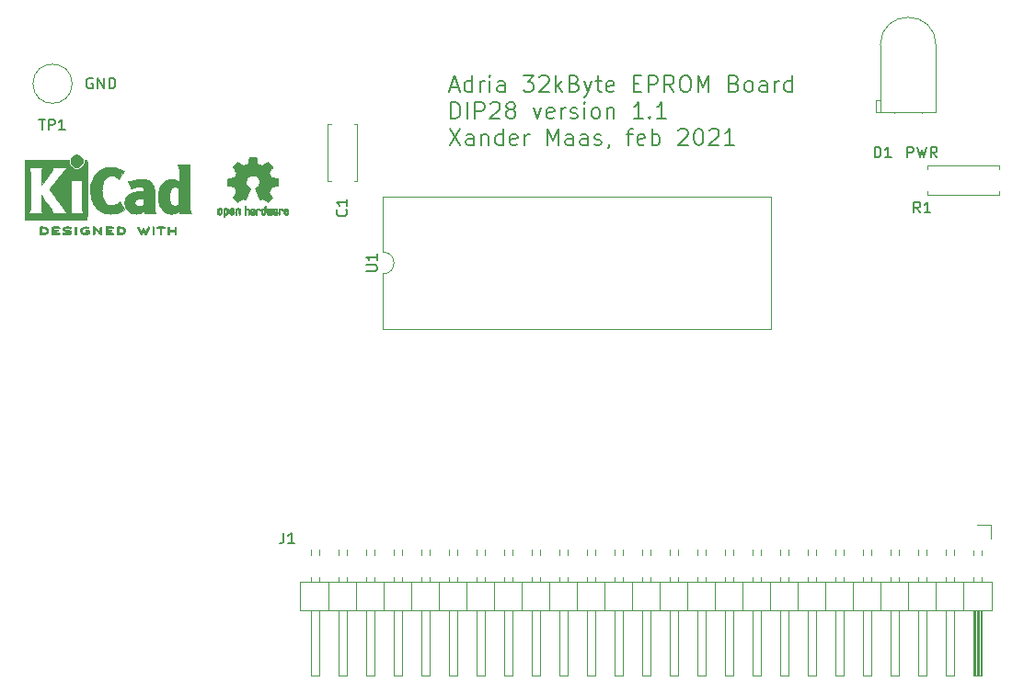
<source format=gbr>
%TF.GenerationSoftware,KiCad,Pcbnew,5.1.9*%
%TF.CreationDate,2021-02-01T10:15:42+01:00*%
%TF.ProjectId,ROM_27_28_DIP,524f4d5f-3237-45f3-9238-5f4449502e6b,1.1*%
%TF.SameCoordinates,Original*%
%TF.FileFunction,Legend,Top*%
%TF.FilePolarity,Positive*%
%FSLAX46Y46*%
G04 Gerber Fmt 4.6, Leading zero omitted, Abs format (unit mm)*
G04 Created by KiCad (PCBNEW 5.1.9) date 2021-02-01 10:15:42*
%MOMM*%
%LPD*%
G01*
G04 APERTURE LIST*
%ADD10C,0.200000*%
%ADD11C,0.120000*%
%ADD12C,0.010000*%
%ADD13C,0.150000*%
G04 APERTURE END LIST*
D10*
X131860714Y-108290000D02*
X132575000Y-108290000D01*
X131717857Y-108718571D02*
X132217857Y-107218571D01*
X132717857Y-108718571D01*
X133860714Y-108718571D02*
X133860714Y-107218571D01*
X133860714Y-108647142D02*
X133717857Y-108718571D01*
X133432142Y-108718571D01*
X133289285Y-108647142D01*
X133217857Y-108575714D01*
X133146428Y-108432857D01*
X133146428Y-108004285D01*
X133217857Y-107861428D01*
X133289285Y-107790000D01*
X133432142Y-107718571D01*
X133717857Y-107718571D01*
X133860714Y-107790000D01*
X134575000Y-108718571D02*
X134575000Y-107718571D01*
X134575000Y-108004285D02*
X134646428Y-107861428D01*
X134717857Y-107790000D01*
X134860714Y-107718571D01*
X135003571Y-107718571D01*
X135503571Y-108718571D02*
X135503571Y-107718571D01*
X135503571Y-107218571D02*
X135432142Y-107290000D01*
X135503571Y-107361428D01*
X135575000Y-107290000D01*
X135503571Y-107218571D01*
X135503571Y-107361428D01*
X136860714Y-108718571D02*
X136860714Y-107932857D01*
X136789285Y-107790000D01*
X136646428Y-107718571D01*
X136360714Y-107718571D01*
X136217857Y-107790000D01*
X136860714Y-108647142D02*
X136717857Y-108718571D01*
X136360714Y-108718571D01*
X136217857Y-108647142D01*
X136146428Y-108504285D01*
X136146428Y-108361428D01*
X136217857Y-108218571D01*
X136360714Y-108147142D01*
X136717857Y-108147142D01*
X136860714Y-108075714D01*
X138575000Y-107218571D02*
X139503571Y-107218571D01*
X139003571Y-107790000D01*
X139217857Y-107790000D01*
X139360714Y-107861428D01*
X139432142Y-107932857D01*
X139503571Y-108075714D01*
X139503571Y-108432857D01*
X139432142Y-108575714D01*
X139360714Y-108647142D01*
X139217857Y-108718571D01*
X138789285Y-108718571D01*
X138646428Y-108647142D01*
X138575000Y-108575714D01*
X140075000Y-107361428D02*
X140146428Y-107290000D01*
X140289285Y-107218571D01*
X140646428Y-107218571D01*
X140789285Y-107290000D01*
X140860714Y-107361428D01*
X140932142Y-107504285D01*
X140932142Y-107647142D01*
X140860714Y-107861428D01*
X140003571Y-108718571D01*
X140932142Y-108718571D01*
X141575000Y-108718571D02*
X141575000Y-107218571D01*
X141717857Y-108147142D02*
X142146428Y-108718571D01*
X142146428Y-107718571D02*
X141575000Y-108290000D01*
X143289285Y-107932857D02*
X143503571Y-108004285D01*
X143575000Y-108075714D01*
X143646428Y-108218571D01*
X143646428Y-108432857D01*
X143575000Y-108575714D01*
X143503571Y-108647142D01*
X143360714Y-108718571D01*
X142789285Y-108718571D01*
X142789285Y-107218571D01*
X143289285Y-107218571D01*
X143432142Y-107290000D01*
X143503571Y-107361428D01*
X143575000Y-107504285D01*
X143575000Y-107647142D01*
X143503571Y-107790000D01*
X143432142Y-107861428D01*
X143289285Y-107932857D01*
X142789285Y-107932857D01*
X144146428Y-107718571D02*
X144503571Y-108718571D01*
X144860714Y-107718571D02*
X144503571Y-108718571D01*
X144360714Y-109075714D01*
X144289285Y-109147142D01*
X144146428Y-109218571D01*
X145217857Y-107718571D02*
X145789285Y-107718571D01*
X145432142Y-107218571D02*
X145432142Y-108504285D01*
X145503571Y-108647142D01*
X145646428Y-108718571D01*
X145789285Y-108718571D01*
X146860714Y-108647142D02*
X146717857Y-108718571D01*
X146432142Y-108718571D01*
X146289285Y-108647142D01*
X146217857Y-108504285D01*
X146217857Y-107932857D01*
X146289285Y-107790000D01*
X146432142Y-107718571D01*
X146717857Y-107718571D01*
X146860714Y-107790000D01*
X146932142Y-107932857D01*
X146932142Y-108075714D01*
X146217857Y-108218571D01*
X148717857Y-107932857D02*
X149217857Y-107932857D01*
X149432142Y-108718571D02*
X148717857Y-108718571D01*
X148717857Y-107218571D01*
X149432142Y-107218571D01*
X150075000Y-108718571D02*
X150075000Y-107218571D01*
X150646428Y-107218571D01*
X150789285Y-107290000D01*
X150860714Y-107361428D01*
X150932142Y-107504285D01*
X150932142Y-107718571D01*
X150860714Y-107861428D01*
X150789285Y-107932857D01*
X150646428Y-108004285D01*
X150075000Y-108004285D01*
X152432142Y-108718571D02*
X151932142Y-108004285D01*
X151575000Y-108718571D02*
X151575000Y-107218571D01*
X152146428Y-107218571D01*
X152289285Y-107290000D01*
X152360714Y-107361428D01*
X152432142Y-107504285D01*
X152432142Y-107718571D01*
X152360714Y-107861428D01*
X152289285Y-107932857D01*
X152146428Y-108004285D01*
X151575000Y-108004285D01*
X153360714Y-107218571D02*
X153646428Y-107218571D01*
X153789285Y-107290000D01*
X153932142Y-107432857D01*
X154003571Y-107718571D01*
X154003571Y-108218571D01*
X153932142Y-108504285D01*
X153789285Y-108647142D01*
X153646428Y-108718571D01*
X153360714Y-108718571D01*
X153217857Y-108647142D01*
X153075000Y-108504285D01*
X153003571Y-108218571D01*
X153003571Y-107718571D01*
X153075000Y-107432857D01*
X153217857Y-107290000D01*
X153360714Y-107218571D01*
X154646428Y-108718571D02*
X154646428Y-107218571D01*
X155146428Y-108290000D01*
X155646428Y-107218571D01*
X155646428Y-108718571D01*
X158003571Y-107932857D02*
X158217857Y-108004285D01*
X158289285Y-108075714D01*
X158360714Y-108218571D01*
X158360714Y-108432857D01*
X158289285Y-108575714D01*
X158217857Y-108647142D01*
X158075000Y-108718571D01*
X157503571Y-108718571D01*
X157503571Y-107218571D01*
X158003571Y-107218571D01*
X158146428Y-107290000D01*
X158217857Y-107361428D01*
X158289285Y-107504285D01*
X158289285Y-107647142D01*
X158217857Y-107790000D01*
X158146428Y-107861428D01*
X158003571Y-107932857D01*
X157503571Y-107932857D01*
X159217857Y-108718571D02*
X159075000Y-108647142D01*
X159003571Y-108575714D01*
X158932142Y-108432857D01*
X158932142Y-108004285D01*
X159003571Y-107861428D01*
X159075000Y-107790000D01*
X159217857Y-107718571D01*
X159432142Y-107718571D01*
X159575000Y-107790000D01*
X159646428Y-107861428D01*
X159717857Y-108004285D01*
X159717857Y-108432857D01*
X159646428Y-108575714D01*
X159575000Y-108647142D01*
X159432142Y-108718571D01*
X159217857Y-108718571D01*
X161003571Y-108718571D02*
X161003571Y-107932857D01*
X160932142Y-107790000D01*
X160789285Y-107718571D01*
X160503571Y-107718571D01*
X160360714Y-107790000D01*
X161003571Y-108647142D02*
X160860714Y-108718571D01*
X160503571Y-108718571D01*
X160360714Y-108647142D01*
X160289285Y-108504285D01*
X160289285Y-108361428D01*
X160360714Y-108218571D01*
X160503571Y-108147142D01*
X160860714Y-108147142D01*
X161003571Y-108075714D01*
X161717857Y-108718571D02*
X161717857Y-107718571D01*
X161717857Y-108004285D02*
X161789285Y-107861428D01*
X161860714Y-107790000D01*
X162003571Y-107718571D01*
X162146428Y-107718571D01*
X163289285Y-108718571D02*
X163289285Y-107218571D01*
X163289285Y-108647142D02*
X163146428Y-108718571D01*
X162860714Y-108718571D01*
X162717857Y-108647142D01*
X162646428Y-108575714D01*
X162575000Y-108432857D01*
X162575000Y-108004285D01*
X162646428Y-107861428D01*
X162717857Y-107790000D01*
X162860714Y-107718571D01*
X163146428Y-107718571D01*
X163289285Y-107790000D01*
X131932142Y-111168571D02*
X131932142Y-109668571D01*
X132289285Y-109668571D01*
X132503571Y-109740000D01*
X132646428Y-109882857D01*
X132717857Y-110025714D01*
X132789285Y-110311428D01*
X132789285Y-110525714D01*
X132717857Y-110811428D01*
X132646428Y-110954285D01*
X132503571Y-111097142D01*
X132289285Y-111168571D01*
X131932142Y-111168571D01*
X133432142Y-111168571D02*
X133432142Y-109668571D01*
X134146428Y-111168571D02*
X134146428Y-109668571D01*
X134717857Y-109668571D01*
X134860714Y-109740000D01*
X134932142Y-109811428D01*
X135003571Y-109954285D01*
X135003571Y-110168571D01*
X134932142Y-110311428D01*
X134860714Y-110382857D01*
X134717857Y-110454285D01*
X134146428Y-110454285D01*
X135575000Y-109811428D02*
X135646428Y-109740000D01*
X135789285Y-109668571D01*
X136146428Y-109668571D01*
X136289285Y-109740000D01*
X136360714Y-109811428D01*
X136432142Y-109954285D01*
X136432142Y-110097142D01*
X136360714Y-110311428D01*
X135503571Y-111168571D01*
X136432142Y-111168571D01*
X137289285Y-110311428D02*
X137146428Y-110240000D01*
X137075000Y-110168571D01*
X137003571Y-110025714D01*
X137003571Y-109954285D01*
X137075000Y-109811428D01*
X137146428Y-109740000D01*
X137289285Y-109668571D01*
X137575000Y-109668571D01*
X137717857Y-109740000D01*
X137789285Y-109811428D01*
X137860714Y-109954285D01*
X137860714Y-110025714D01*
X137789285Y-110168571D01*
X137717857Y-110240000D01*
X137575000Y-110311428D01*
X137289285Y-110311428D01*
X137146428Y-110382857D01*
X137075000Y-110454285D01*
X137003571Y-110597142D01*
X137003571Y-110882857D01*
X137075000Y-111025714D01*
X137146428Y-111097142D01*
X137289285Y-111168571D01*
X137575000Y-111168571D01*
X137717857Y-111097142D01*
X137789285Y-111025714D01*
X137860714Y-110882857D01*
X137860714Y-110597142D01*
X137789285Y-110454285D01*
X137717857Y-110382857D01*
X137575000Y-110311428D01*
X139503571Y-110168571D02*
X139860714Y-111168571D01*
X140217857Y-110168571D01*
X141360714Y-111097142D02*
X141217857Y-111168571D01*
X140932142Y-111168571D01*
X140789285Y-111097142D01*
X140717857Y-110954285D01*
X140717857Y-110382857D01*
X140789285Y-110240000D01*
X140932142Y-110168571D01*
X141217857Y-110168571D01*
X141360714Y-110240000D01*
X141432142Y-110382857D01*
X141432142Y-110525714D01*
X140717857Y-110668571D01*
X142075000Y-111168571D02*
X142075000Y-110168571D01*
X142075000Y-110454285D02*
X142146428Y-110311428D01*
X142217857Y-110240000D01*
X142360714Y-110168571D01*
X142503571Y-110168571D01*
X142932142Y-111097142D02*
X143075000Y-111168571D01*
X143360714Y-111168571D01*
X143503571Y-111097142D01*
X143575000Y-110954285D01*
X143575000Y-110882857D01*
X143503571Y-110740000D01*
X143360714Y-110668571D01*
X143146428Y-110668571D01*
X143003571Y-110597142D01*
X142932142Y-110454285D01*
X142932142Y-110382857D01*
X143003571Y-110240000D01*
X143146428Y-110168571D01*
X143360714Y-110168571D01*
X143503571Y-110240000D01*
X144217857Y-111168571D02*
X144217857Y-110168571D01*
X144217857Y-109668571D02*
X144146428Y-109740000D01*
X144217857Y-109811428D01*
X144289285Y-109740000D01*
X144217857Y-109668571D01*
X144217857Y-109811428D01*
X145146428Y-111168571D02*
X145003571Y-111097142D01*
X144932142Y-111025714D01*
X144860714Y-110882857D01*
X144860714Y-110454285D01*
X144932142Y-110311428D01*
X145003571Y-110240000D01*
X145146428Y-110168571D01*
X145360714Y-110168571D01*
X145503571Y-110240000D01*
X145575000Y-110311428D01*
X145646428Y-110454285D01*
X145646428Y-110882857D01*
X145575000Y-111025714D01*
X145503571Y-111097142D01*
X145360714Y-111168571D01*
X145146428Y-111168571D01*
X146289285Y-110168571D02*
X146289285Y-111168571D01*
X146289285Y-110311428D02*
X146360714Y-110240000D01*
X146503571Y-110168571D01*
X146717857Y-110168571D01*
X146860714Y-110240000D01*
X146932142Y-110382857D01*
X146932142Y-111168571D01*
X149575000Y-111168571D02*
X148717857Y-111168571D01*
X149146428Y-111168571D02*
X149146428Y-109668571D01*
X149003571Y-109882857D01*
X148860714Y-110025714D01*
X148717857Y-110097142D01*
X150217857Y-111025714D02*
X150289285Y-111097142D01*
X150217857Y-111168571D01*
X150146428Y-111097142D01*
X150217857Y-111025714D01*
X150217857Y-111168571D01*
X151717857Y-111168571D02*
X150860714Y-111168571D01*
X151289285Y-111168571D02*
X151289285Y-109668571D01*
X151146428Y-109882857D01*
X151003571Y-110025714D01*
X150860714Y-110097142D01*
X131789285Y-112118571D02*
X132789285Y-113618571D01*
X132789285Y-112118571D02*
X131789285Y-113618571D01*
X134003571Y-113618571D02*
X134003571Y-112832857D01*
X133932142Y-112690000D01*
X133789285Y-112618571D01*
X133503571Y-112618571D01*
X133360714Y-112690000D01*
X134003571Y-113547142D02*
X133860714Y-113618571D01*
X133503571Y-113618571D01*
X133360714Y-113547142D01*
X133289285Y-113404285D01*
X133289285Y-113261428D01*
X133360714Y-113118571D01*
X133503571Y-113047142D01*
X133860714Y-113047142D01*
X134003571Y-112975714D01*
X134717857Y-112618571D02*
X134717857Y-113618571D01*
X134717857Y-112761428D02*
X134789285Y-112690000D01*
X134932142Y-112618571D01*
X135146428Y-112618571D01*
X135289285Y-112690000D01*
X135360714Y-112832857D01*
X135360714Y-113618571D01*
X136717857Y-113618571D02*
X136717857Y-112118571D01*
X136717857Y-113547142D02*
X136575000Y-113618571D01*
X136289285Y-113618571D01*
X136146428Y-113547142D01*
X136075000Y-113475714D01*
X136003571Y-113332857D01*
X136003571Y-112904285D01*
X136075000Y-112761428D01*
X136146428Y-112690000D01*
X136289285Y-112618571D01*
X136575000Y-112618571D01*
X136717857Y-112690000D01*
X138003571Y-113547142D02*
X137860714Y-113618571D01*
X137575000Y-113618571D01*
X137432142Y-113547142D01*
X137360714Y-113404285D01*
X137360714Y-112832857D01*
X137432142Y-112690000D01*
X137575000Y-112618571D01*
X137860714Y-112618571D01*
X138003571Y-112690000D01*
X138075000Y-112832857D01*
X138075000Y-112975714D01*
X137360714Y-113118571D01*
X138717857Y-113618571D02*
X138717857Y-112618571D01*
X138717857Y-112904285D02*
X138789285Y-112761428D01*
X138860714Y-112690000D01*
X139003571Y-112618571D01*
X139146428Y-112618571D01*
X140789285Y-113618571D02*
X140789285Y-112118571D01*
X141289285Y-113190000D01*
X141789285Y-112118571D01*
X141789285Y-113618571D01*
X143146428Y-113618571D02*
X143146428Y-112832857D01*
X143075000Y-112690000D01*
X142932142Y-112618571D01*
X142646428Y-112618571D01*
X142503571Y-112690000D01*
X143146428Y-113547142D02*
X143003571Y-113618571D01*
X142646428Y-113618571D01*
X142503571Y-113547142D01*
X142432142Y-113404285D01*
X142432142Y-113261428D01*
X142503571Y-113118571D01*
X142646428Y-113047142D01*
X143003571Y-113047142D01*
X143146428Y-112975714D01*
X144503571Y-113618571D02*
X144503571Y-112832857D01*
X144432142Y-112690000D01*
X144289285Y-112618571D01*
X144003571Y-112618571D01*
X143860714Y-112690000D01*
X144503571Y-113547142D02*
X144360714Y-113618571D01*
X144003571Y-113618571D01*
X143860714Y-113547142D01*
X143789285Y-113404285D01*
X143789285Y-113261428D01*
X143860714Y-113118571D01*
X144003571Y-113047142D01*
X144360714Y-113047142D01*
X144503571Y-112975714D01*
X145146428Y-113547142D02*
X145289285Y-113618571D01*
X145575000Y-113618571D01*
X145717857Y-113547142D01*
X145789285Y-113404285D01*
X145789285Y-113332857D01*
X145717857Y-113190000D01*
X145575000Y-113118571D01*
X145360714Y-113118571D01*
X145217857Y-113047142D01*
X145146428Y-112904285D01*
X145146428Y-112832857D01*
X145217857Y-112690000D01*
X145360714Y-112618571D01*
X145575000Y-112618571D01*
X145717857Y-112690000D01*
X146503571Y-113547142D02*
X146503571Y-113618571D01*
X146432142Y-113761428D01*
X146360714Y-113832857D01*
X148075000Y-112618571D02*
X148646428Y-112618571D01*
X148289285Y-113618571D02*
X148289285Y-112332857D01*
X148360714Y-112190000D01*
X148503571Y-112118571D01*
X148646428Y-112118571D01*
X149717857Y-113547142D02*
X149575000Y-113618571D01*
X149289285Y-113618571D01*
X149146428Y-113547142D01*
X149075000Y-113404285D01*
X149075000Y-112832857D01*
X149146428Y-112690000D01*
X149289285Y-112618571D01*
X149575000Y-112618571D01*
X149717857Y-112690000D01*
X149789285Y-112832857D01*
X149789285Y-112975714D01*
X149075000Y-113118571D01*
X150432142Y-113618571D02*
X150432142Y-112118571D01*
X150432142Y-112690000D02*
X150575000Y-112618571D01*
X150860714Y-112618571D01*
X151003571Y-112690000D01*
X151075000Y-112761428D01*
X151146428Y-112904285D01*
X151146428Y-113332857D01*
X151075000Y-113475714D01*
X151003571Y-113547142D01*
X150860714Y-113618571D01*
X150575000Y-113618571D01*
X150432142Y-113547142D01*
X152860714Y-112261428D02*
X152932142Y-112190000D01*
X153075000Y-112118571D01*
X153432142Y-112118571D01*
X153575000Y-112190000D01*
X153646428Y-112261428D01*
X153717857Y-112404285D01*
X153717857Y-112547142D01*
X153646428Y-112761428D01*
X152789285Y-113618571D01*
X153717857Y-113618571D01*
X154646428Y-112118571D02*
X154789285Y-112118571D01*
X154932142Y-112190000D01*
X155003571Y-112261428D01*
X155075000Y-112404285D01*
X155146428Y-112690000D01*
X155146428Y-113047142D01*
X155075000Y-113332857D01*
X155003571Y-113475714D01*
X154932142Y-113547142D01*
X154789285Y-113618571D01*
X154646428Y-113618571D01*
X154503571Y-113547142D01*
X154432142Y-113475714D01*
X154360714Y-113332857D01*
X154289285Y-113047142D01*
X154289285Y-112690000D01*
X154360714Y-112404285D01*
X154432142Y-112261428D01*
X154503571Y-112190000D01*
X154646428Y-112118571D01*
X155717857Y-112261428D02*
X155789285Y-112190000D01*
X155932142Y-112118571D01*
X156289285Y-112118571D01*
X156432142Y-112190000D01*
X156503571Y-112261428D01*
X156575000Y-112404285D01*
X156575000Y-112547142D01*
X156503571Y-112761428D01*
X155646428Y-113618571D01*
X156575000Y-113618571D01*
X158003571Y-113618571D02*
X157146428Y-113618571D01*
X157575000Y-113618571D02*
X157575000Y-112118571D01*
X157432142Y-112332857D01*
X157289285Y-112475714D01*
X157146428Y-112547142D01*
D11*
%TO.C,U1*%
X125670000Y-125460000D02*
X125670000Y-130520000D01*
X125670000Y-130520000D02*
X161350000Y-130520000D01*
X161350000Y-130520000D02*
X161350000Y-118400000D01*
X161350000Y-118400000D02*
X125670000Y-118400000D01*
X125670000Y-118400000D02*
X125670000Y-123460000D01*
X125670000Y-123460000D02*
G75*
G02*
X125670000Y-125460000I0J-1000000D01*
G01*
D12*
%TO.C,REF\u002A\u002A*%
G36*
X111264744Y-119394918D02*
G01*
X111320201Y-119422568D01*
X111369148Y-119473480D01*
X111382629Y-119492338D01*
X111397314Y-119517015D01*
X111406842Y-119543816D01*
X111412293Y-119579587D01*
X111414747Y-119631169D01*
X111415286Y-119699267D01*
X111412852Y-119792588D01*
X111404394Y-119862657D01*
X111388174Y-119914931D01*
X111362454Y-119954869D01*
X111325497Y-119987929D01*
X111322782Y-119989886D01*
X111286360Y-120009908D01*
X111242502Y-120019815D01*
X111186724Y-120022257D01*
X111096048Y-120022257D01*
X111096010Y-120110283D01*
X111095166Y-120159308D01*
X111090024Y-120188065D01*
X111076587Y-120205311D01*
X111050858Y-120219808D01*
X111044679Y-120222769D01*
X111015764Y-120236648D01*
X110993376Y-120245414D01*
X110976729Y-120246171D01*
X110965036Y-120236023D01*
X110957510Y-120212073D01*
X110953366Y-120171426D01*
X110951815Y-120111186D01*
X110952071Y-120028455D01*
X110953349Y-119920339D01*
X110953748Y-119888000D01*
X110955185Y-119776524D01*
X110956472Y-119703603D01*
X111095971Y-119703603D01*
X111096755Y-119765499D01*
X111100240Y-119805997D01*
X111108124Y-119832708D01*
X111122105Y-119853244D01*
X111131597Y-119863260D01*
X111170404Y-119892567D01*
X111204763Y-119894952D01*
X111240216Y-119870750D01*
X111241114Y-119869857D01*
X111255539Y-119851153D01*
X111264313Y-119825732D01*
X111268739Y-119786584D01*
X111270118Y-119726697D01*
X111270143Y-119713430D01*
X111266812Y-119630901D01*
X111255969Y-119573691D01*
X111236340Y-119538766D01*
X111206650Y-119523094D01*
X111189491Y-119521514D01*
X111148766Y-119528926D01*
X111120832Y-119553330D01*
X111104017Y-119597980D01*
X111096650Y-119666130D01*
X111095971Y-119703603D01*
X110956472Y-119703603D01*
X110956708Y-119690245D01*
X110958677Y-119625333D01*
X110961450Y-119577958D01*
X110965388Y-119544290D01*
X110970849Y-119520498D01*
X110978192Y-119502753D01*
X110987777Y-119487224D01*
X110991887Y-119481381D01*
X111046405Y-119426185D01*
X111115336Y-119394890D01*
X111195072Y-119386165D01*
X111264744Y-119394918D01*
G37*
X111264744Y-119394918D02*
X111320201Y-119422568D01*
X111369148Y-119473480D01*
X111382629Y-119492338D01*
X111397314Y-119517015D01*
X111406842Y-119543816D01*
X111412293Y-119579587D01*
X111414747Y-119631169D01*
X111415286Y-119699267D01*
X111412852Y-119792588D01*
X111404394Y-119862657D01*
X111388174Y-119914931D01*
X111362454Y-119954869D01*
X111325497Y-119987929D01*
X111322782Y-119989886D01*
X111286360Y-120009908D01*
X111242502Y-120019815D01*
X111186724Y-120022257D01*
X111096048Y-120022257D01*
X111096010Y-120110283D01*
X111095166Y-120159308D01*
X111090024Y-120188065D01*
X111076587Y-120205311D01*
X111050858Y-120219808D01*
X111044679Y-120222769D01*
X111015764Y-120236648D01*
X110993376Y-120245414D01*
X110976729Y-120246171D01*
X110965036Y-120236023D01*
X110957510Y-120212073D01*
X110953366Y-120171426D01*
X110951815Y-120111186D01*
X110952071Y-120028455D01*
X110953349Y-119920339D01*
X110953748Y-119888000D01*
X110955185Y-119776524D01*
X110956472Y-119703603D01*
X111095971Y-119703603D01*
X111096755Y-119765499D01*
X111100240Y-119805997D01*
X111108124Y-119832708D01*
X111122105Y-119853244D01*
X111131597Y-119863260D01*
X111170404Y-119892567D01*
X111204763Y-119894952D01*
X111240216Y-119870750D01*
X111241114Y-119869857D01*
X111255539Y-119851153D01*
X111264313Y-119825732D01*
X111268739Y-119786584D01*
X111270118Y-119726697D01*
X111270143Y-119713430D01*
X111266812Y-119630901D01*
X111255969Y-119573691D01*
X111236340Y-119538766D01*
X111206650Y-119523094D01*
X111189491Y-119521514D01*
X111148766Y-119528926D01*
X111120832Y-119553330D01*
X111104017Y-119597980D01*
X111096650Y-119666130D01*
X111095971Y-119703603D01*
X110956472Y-119703603D01*
X110956708Y-119690245D01*
X110958677Y-119625333D01*
X110961450Y-119577958D01*
X110965388Y-119544290D01*
X110970849Y-119520498D01*
X110978192Y-119502753D01*
X110987777Y-119487224D01*
X110991887Y-119481381D01*
X111046405Y-119426185D01*
X111115336Y-119394890D01*
X111195072Y-119386165D01*
X111264744Y-119394918D01*
G36*
X112381093Y-119402780D02*
G01*
X112427672Y-119429723D01*
X112460057Y-119456466D01*
X112483742Y-119484484D01*
X112500059Y-119518748D01*
X112510339Y-119564227D01*
X112515914Y-119625892D01*
X112518116Y-119708711D01*
X112518371Y-119768246D01*
X112518371Y-119987391D01*
X112456686Y-120015044D01*
X112395000Y-120042697D01*
X112387743Y-119802670D01*
X112384744Y-119713028D01*
X112381598Y-119647962D01*
X112377701Y-119603026D01*
X112372447Y-119573770D01*
X112365231Y-119555748D01*
X112355450Y-119544511D01*
X112352312Y-119542079D01*
X112304761Y-119523083D01*
X112256697Y-119530600D01*
X112228086Y-119550543D01*
X112216447Y-119564675D01*
X112208391Y-119583220D01*
X112203271Y-119611334D01*
X112200441Y-119654173D01*
X112199256Y-119716895D01*
X112199057Y-119782261D01*
X112199018Y-119864268D01*
X112197614Y-119922316D01*
X112192914Y-119961465D01*
X112182987Y-119986780D01*
X112165903Y-120003323D01*
X112139732Y-120016156D01*
X112104775Y-120029491D01*
X112066596Y-120044007D01*
X112071141Y-119786389D01*
X112072971Y-119693519D01*
X112075112Y-119624889D01*
X112078181Y-119575711D01*
X112082794Y-119541198D01*
X112089568Y-119516562D01*
X112099119Y-119497016D01*
X112110634Y-119479770D01*
X112166190Y-119424680D01*
X112233980Y-119392822D01*
X112307713Y-119385191D01*
X112381093Y-119402780D01*
G37*
X112381093Y-119402780D02*
X112427672Y-119429723D01*
X112460057Y-119456466D01*
X112483742Y-119484484D01*
X112500059Y-119518748D01*
X112510339Y-119564227D01*
X112515914Y-119625892D01*
X112518116Y-119708711D01*
X112518371Y-119768246D01*
X112518371Y-119987391D01*
X112456686Y-120015044D01*
X112395000Y-120042697D01*
X112387743Y-119802670D01*
X112384744Y-119713028D01*
X112381598Y-119647962D01*
X112377701Y-119603026D01*
X112372447Y-119573770D01*
X112365231Y-119555748D01*
X112355450Y-119544511D01*
X112352312Y-119542079D01*
X112304761Y-119523083D01*
X112256697Y-119530600D01*
X112228086Y-119550543D01*
X112216447Y-119564675D01*
X112208391Y-119583220D01*
X112203271Y-119611334D01*
X112200441Y-119654173D01*
X112199256Y-119716895D01*
X112199057Y-119782261D01*
X112199018Y-119864268D01*
X112197614Y-119922316D01*
X112192914Y-119961465D01*
X112182987Y-119986780D01*
X112165903Y-120003323D01*
X112139732Y-120016156D01*
X112104775Y-120029491D01*
X112066596Y-120044007D01*
X112071141Y-119786389D01*
X112072971Y-119693519D01*
X112075112Y-119624889D01*
X112078181Y-119575711D01*
X112082794Y-119541198D01*
X112089568Y-119516562D01*
X112099119Y-119497016D01*
X112110634Y-119479770D01*
X112166190Y-119424680D01*
X112233980Y-119392822D01*
X112307713Y-119385191D01*
X112381093Y-119402780D01*
G36*
X110706115Y-119396962D02*
G01*
X110774145Y-119432733D01*
X110824351Y-119490301D01*
X110842185Y-119527312D01*
X110856063Y-119582882D01*
X110863167Y-119653096D01*
X110863840Y-119729727D01*
X110858427Y-119804552D01*
X110847270Y-119869342D01*
X110830714Y-119915873D01*
X110825626Y-119923887D01*
X110765355Y-119983707D01*
X110693769Y-120019535D01*
X110616092Y-120030020D01*
X110537548Y-120013810D01*
X110515689Y-120004092D01*
X110473122Y-119974143D01*
X110435763Y-119934433D01*
X110432232Y-119929397D01*
X110417881Y-119905124D01*
X110408394Y-119879178D01*
X110402790Y-119845022D01*
X110400086Y-119796119D01*
X110399299Y-119725935D01*
X110399286Y-119710200D01*
X110399322Y-119705192D01*
X110544429Y-119705192D01*
X110545273Y-119771430D01*
X110548596Y-119815386D01*
X110555583Y-119843779D01*
X110567416Y-119863325D01*
X110573457Y-119869857D01*
X110608186Y-119894680D01*
X110641903Y-119893548D01*
X110675995Y-119872016D01*
X110696329Y-119849029D01*
X110708371Y-119815478D01*
X110715134Y-119762569D01*
X110715598Y-119756399D01*
X110716752Y-119660513D01*
X110704688Y-119589299D01*
X110679570Y-119543194D01*
X110641560Y-119522635D01*
X110627992Y-119521514D01*
X110592364Y-119527152D01*
X110567994Y-119546686D01*
X110553093Y-119584042D01*
X110545875Y-119643150D01*
X110544429Y-119705192D01*
X110399322Y-119705192D01*
X110399826Y-119635413D01*
X110402096Y-119583159D01*
X110407068Y-119546949D01*
X110415713Y-119520299D01*
X110429005Y-119496722D01*
X110431943Y-119492338D01*
X110481313Y-119433249D01*
X110535109Y-119398947D01*
X110600602Y-119385331D01*
X110622842Y-119384665D01*
X110706115Y-119396962D01*
G37*
X110706115Y-119396962D02*
X110774145Y-119432733D01*
X110824351Y-119490301D01*
X110842185Y-119527312D01*
X110856063Y-119582882D01*
X110863167Y-119653096D01*
X110863840Y-119729727D01*
X110858427Y-119804552D01*
X110847270Y-119869342D01*
X110830714Y-119915873D01*
X110825626Y-119923887D01*
X110765355Y-119983707D01*
X110693769Y-120019535D01*
X110616092Y-120030020D01*
X110537548Y-120013810D01*
X110515689Y-120004092D01*
X110473122Y-119974143D01*
X110435763Y-119934433D01*
X110432232Y-119929397D01*
X110417881Y-119905124D01*
X110408394Y-119879178D01*
X110402790Y-119845022D01*
X110400086Y-119796119D01*
X110399299Y-119725935D01*
X110399286Y-119710200D01*
X110399322Y-119705192D01*
X110544429Y-119705192D01*
X110545273Y-119771430D01*
X110548596Y-119815386D01*
X110555583Y-119843779D01*
X110567416Y-119863325D01*
X110573457Y-119869857D01*
X110608186Y-119894680D01*
X110641903Y-119893548D01*
X110675995Y-119872016D01*
X110696329Y-119849029D01*
X110708371Y-119815478D01*
X110715134Y-119762569D01*
X110715598Y-119756399D01*
X110716752Y-119660513D01*
X110704688Y-119589299D01*
X110679570Y-119543194D01*
X110641560Y-119522635D01*
X110627992Y-119521514D01*
X110592364Y-119527152D01*
X110567994Y-119546686D01*
X110553093Y-119584042D01*
X110545875Y-119643150D01*
X110544429Y-119705192D01*
X110399322Y-119705192D01*
X110399826Y-119635413D01*
X110402096Y-119583159D01*
X110407068Y-119546949D01*
X110415713Y-119520299D01*
X110429005Y-119496722D01*
X110431943Y-119492338D01*
X110481313Y-119433249D01*
X110535109Y-119398947D01*
X110600602Y-119385331D01*
X110622842Y-119384665D01*
X110706115Y-119396962D01*
G36*
X111833303Y-119406239D02*
G01*
X111890527Y-119444735D01*
X111934749Y-119500335D01*
X111961167Y-119571086D01*
X111966510Y-119623162D01*
X111965903Y-119644893D01*
X111960822Y-119661531D01*
X111946855Y-119676437D01*
X111919589Y-119692973D01*
X111874612Y-119714498D01*
X111807511Y-119744374D01*
X111807171Y-119744524D01*
X111745407Y-119772813D01*
X111694759Y-119797933D01*
X111660404Y-119817179D01*
X111647518Y-119827848D01*
X111647514Y-119827934D01*
X111658872Y-119851166D01*
X111685431Y-119876774D01*
X111715923Y-119895221D01*
X111731370Y-119898886D01*
X111773515Y-119886212D01*
X111809808Y-119854471D01*
X111827517Y-119819572D01*
X111844552Y-119793845D01*
X111877922Y-119764546D01*
X111917149Y-119739235D01*
X111951756Y-119725471D01*
X111958993Y-119724714D01*
X111967139Y-119737160D01*
X111967630Y-119768972D01*
X111961643Y-119811866D01*
X111950357Y-119857558D01*
X111934950Y-119897761D01*
X111934171Y-119899322D01*
X111887804Y-119964062D01*
X111827711Y-120008097D01*
X111759465Y-120029711D01*
X111688638Y-120027185D01*
X111620804Y-119998804D01*
X111617788Y-119996808D01*
X111564427Y-119948448D01*
X111529340Y-119885352D01*
X111509922Y-119802387D01*
X111507316Y-119779078D01*
X111502701Y-119669055D01*
X111508233Y-119617748D01*
X111647514Y-119617748D01*
X111649324Y-119649753D01*
X111659222Y-119659093D01*
X111683898Y-119652105D01*
X111722795Y-119635587D01*
X111766275Y-119614881D01*
X111767356Y-119614333D01*
X111804209Y-119594949D01*
X111819000Y-119582013D01*
X111815353Y-119568451D01*
X111799995Y-119550632D01*
X111760923Y-119524845D01*
X111718846Y-119522950D01*
X111681103Y-119541717D01*
X111655034Y-119577915D01*
X111647514Y-119617748D01*
X111508233Y-119617748D01*
X111512194Y-119581027D01*
X111536550Y-119511212D01*
X111570456Y-119462302D01*
X111631653Y-119412878D01*
X111699063Y-119388359D01*
X111767880Y-119386797D01*
X111833303Y-119406239D01*
G37*
X111833303Y-119406239D02*
X111890527Y-119444735D01*
X111934749Y-119500335D01*
X111961167Y-119571086D01*
X111966510Y-119623162D01*
X111965903Y-119644893D01*
X111960822Y-119661531D01*
X111946855Y-119676437D01*
X111919589Y-119692973D01*
X111874612Y-119714498D01*
X111807511Y-119744374D01*
X111807171Y-119744524D01*
X111745407Y-119772813D01*
X111694759Y-119797933D01*
X111660404Y-119817179D01*
X111647518Y-119827848D01*
X111647514Y-119827934D01*
X111658872Y-119851166D01*
X111685431Y-119876774D01*
X111715923Y-119895221D01*
X111731370Y-119898886D01*
X111773515Y-119886212D01*
X111809808Y-119854471D01*
X111827517Y-119819572D01*
X111844552Y-119793845D01*
X111877922Y-119764546D01*
X111917149Y-119739235D01*
X111951756Y-119725471D01*
X111958993Y-119724714D01*
X111967139Y-119737160D01*
X111967630Y-119768972D01*
X111961643Y-119811866D01*
X111950357Y-119857558D01*
X111934950Y-119897761D01*
X111934171Y-119899322D01*
X111887804Y-119964062D01*
X111827711Y-120008097D01*
X111759465Y-120029711D01*
X111688638Y-120027185D01*
X111620804Y-119998804D01*
X111617788Y-119996808D01*
X111564427Y-119948448D01*
X111529340Y-119885352D01*
X111509922Y-119802387D01*
X111507316Y-119779078D01*
X111502701Y-119669055D01*
X111508233Y-119617748D01*
X111647514Y-119617748D01*
X111649324Y-119649753D01*
X111659222Y-119659093D01*
X111683898Y-119652105D01*
X111722795Y-119635587D01*
X111766275Y-119614881D01*
X111767356Y-119614333D01*
X111804209Y-119594949D01*
X111819000Y-119582013D01*
X111815353Y-119568451D01*
X111799995Y-119550632D01*
X111760923Y-119524845D01*
X111718846Y-119522950D01*
X111681103Y-119541717D01*
X111655034Y-119577915D01*
X111647514Y-119617748D01*
X111508233Y-119617748D01*
X111512194Y-119581027D01*
X111536550Y-119511212D01*
X111570456Y-119462302D01*
X111631653Y-119412878D01*
X111699063Y-119388359D01*
X111767880Y-119386797D01*
X111833303Y-119406239D01*
G36*
X113040886Y-119326289D02*
G01*
X113045139Y-119385613D01*
X113050025Y-119420572D01*
X113056795Y-119435820D01*
X113066702Y-119436015D01*
X113069914Y-119434195D01*
X113112644Y-119421015D01*
X113168227Y-119421785D01*
X113224737Y-119435333D01*
X113260082Y-119452861D01*
X113296321Y-119480861D01*
X113322813Y-119512549D01*
X113340999Y-119552813D01*
X113352322Y-119606543D01*
X113358222Y-119678626D01*
X113360143Y-119773951D01*
X113360177Y-119792237D01*
X113360200Y-119997646D01*
X113314491Y-120013580D01*
X113282027Y-120024420D01*
X113264215Y-120029468D01*
X113263691Y-120029514D01*
X113261937Y-120015828D01*
X113260444Y-119978076D01*
X113259326Y-119921224D01*
X113258697Y-119850234D01*
X113258600Y-119807073D01*
X113258398Y-119721973D01*
X113257358Y-119660981D01*
X113254831Y-119619177D01*
X113250164Y-119591642D01*
X113242707Y-119573456D01*
X113231811Y-119559698D01*
X113225007Y-119553073D01*
X113178272Y-119526375D01*
X113127272Y-119524375D01*
X113081001Y-119546955D01*
X113072444Y-119555107D01*
X113059893Y-119570436D01*
X113051188Y-119588618D01*
X113045631Y-119614909D01*
X113042526Y-119654562D01*
X113041176Y-119712832D01*
X113040886Y-119793173D01*
X113040886Y-119997646D01*
X112995177Y-120013580D01*
X112962713Y-120024420D01*
X112944901Y-120029468D01*
X112944377Y-120029514D01*
X112943037Y-120015623D01*
X112941828Y-119976439D01*
X112940801Y-119915700D01*
X112940002Y-119837141D01*
X112939481Y-119744498D01*
X112939286Y-119641509D01*
X112939286Y-119244342D01*
X112986457Y-119224444D01*
X113033629Y-119204547D01*
X113040886Y-119326289D01*
G37*
X113040886Y-119326289D02*
X113045139Y-119385613D01*
X113050025Y-119420572D01*
X113056795Y-119435820D01*
X113066702Y-119436015D01*
X113069914Y-119434195D01*
X113112644Y-119421015D01*
X113168227Y-119421785D01*
X113224737Y-119435333D01*
X113260082Y-119452861D01*
X113296321Y-119480861D01*
X113322813Y-119512549D01*
X113340999Y-119552813D01*
X113352322Y-119606543D01*
X113358222Y-119678626D01*
X113360143Y-119773951D01*
X113360177Y-119792237D01*
X113360200Y-119997646D01*
X113314491Y-120013580D01*
X113282027Y-120024420D01*
X113264215Y-120029468D01*
X113263691Y-120029514D01*
X113261937Y-120015828D01*
X113260444Y-119978076D01*
X113259326Y-119921224D01*
X113258697Y-119850234D01*
X113258600Y-119807073D01*
X113258398Y-119721973D01*
X113257358Y-119660981D01*
X113254831Y-119619177D01*
X113250164Y-119591642D01*
X113242707Y-119573456D01*
X113231811Y-119559698D01*
X113225007Y-119553073D01*
X113178272Y-119526375D01*
X113127272Y-119524375D01*
X113081001Y-119546955D01*
X113072444Y-119555107D01*
X113059893Y-119570436D01*
X113051188Y-119588618D01*
X113045631Y-119614909D01*
X113042526Y-119654562D01*
X113041176Y-119712832D01*
X113040886Y-119793173D01*
X113040886Y-119997646D01*
X112995177Y-120013580D01*
X112962713Y-120024420D01*
X112944901Y-120029468D01*
X112944377Y-120029514D01*
X112943037Y-120015623D01*
X112941828Y-119976439D01*
X112940801Y-119915700D01*
X112940002Y-119837141D01*
X112939481Y-119744498D01*
X112939286Y-119641509D01*
X112939286Y-119244342D01*
X112986457Y-119224444D01*
X113033629Y-119204547D01*
X113040886Y-119326289D01*
G36*
X113704744Y-119425968D02*
G01*
X113761616Y-119447087D01*
X113762267Y-119447493D01*
X113797440Y-119473380D01*
X113823407Y-119503633D01*
X113841670Y-119543058D01*
X113853732Y-119596462D01*
X113861096Y-119668651D01*
X113865264Y-119764432D01*
X113865629Y-119778078D01*
X113870876Y-119983842D01*
X113826716Y-120006678D01*
X113794763Y-120022110D01*
X113775470Y-120029423D01*
X113774578Y-120029514D01*
X113771239Y-120016022D01*
X113768587Y-119979626D01*
X113766956Y-119926452D01*
X113766600Y-119883393D01*
X113766592Y-119813641D01*
X113763403Y-119769837D01*
X113752288Y-119748944D01*
X113728501Y-119747925D01*
X113687296Y-119763741D01*
X113625086Y-119792815D01*
X113579341Y-119816963D01*
X113555813Y-119837913D01*
X113548896Y-119860747D01*
X113548886Y-119861877D01*
X113560299Y-119901212D01*
X113594092Y-119922462D01*
X113645809Y-119925539D01*
X113683061Y-119925006D01*
X113702703Y-119935735D01*
X113714952Y-119961505D01*
X113722002Y-119994337D01*
X113711842Y-120012966D01*
X113708017Y-120015632D01*
X113672001Y-120026340D01*
X113621566Y-120027856D01*
X113569626Y-120020759D01*
X113532822Y-120007788D01*
X113481938Y-119964585D01*
X113453014Y-119904446D01*
X113447286Y-119857462D01*
X113451657Y-119815082D01*
X113467475Y-119780488D01*
X113498797Y-119749763D01*
X113549678Y-119718990D01*
X113624176Y-119684252D01*
X113628714Y-119682288D01*
X113695821Y-119651287D01*
X113737232Y-119625862D01*
X113754981Y-119603014D01*
X113751107Y-119579745D01*
X113727643Y-119553056D01*
X113720627Y-119546914D01*
X113673630Y-119523100D01*
X113624933Y-119524103D01*
X113582522Y-119547451D01*
X113554384Y-119590675D01*
X113551769Y-119599160D01*
X113526308Y-119640308D01*
X113494001Y-119660128D01*
X113447286Y-119679770D01*
X113447286Y-119628950D01*
X113461496Y-119555082D01*
X113503675Y-119487327D01*
X113525624Y-119464661D01*
X113575517Y-119435569D01*
X113638967Y-119422400D01*
X113704744Y-119425968D01*
G37*
X113704744Y-119425968D02*
X113761616Y-119447087D01*
X113762267Y-119447493D01*
X113797440Y-119473380D01*
X113823407Y-119503633D01*
X113841670Y-119543058D01*
X113853732Y-119596462D01*
X113861096Y-119668651D01*
X113865264Y-119764432D01*
X113865629Y-119778078D01*
X113870876Y-119983842D01*
X113826716Y-120006678D01*
X113794763Y-120022110D01*
X113775470Y-120029423D01*
X113774578Y-120029514D01*
X113771239Y-120016022D01*
X113768587Y-119979626D01*
X113766956Y-119926452D01*
X113766600Y-119883393D01*
X113766592Y-119813641D01*
X113763403Y-119769837D01*
X113752288Y-119748944D01*
X113728501Y-119747925D01*
X113687296Y-119763741D01*
X113625086Y-119792815D01*
X113579341Y-119816963D01*
X113555813Y-119837913D01*
X113548896Y-119860747D01*
X113548886Y-119861877D01*
X113560299Y-119901212D01*
X113594092Y-119922462D01*
X113645809Y-119925539D01*
X113683061Y-119925006D01*
X113702703Y-119935735D01*
X113714952Y-119961505D01*
X113722002Y-119994337D01*
X113711842Y-120012966D01*
X113708017Y-120015632D01*
X113672001Y-120026340D01*
X113621566Y-120027856D01*
X113569626Y-120020759D01*
X113532822Y-120007788D01*
X113481938Y-119964585D01*
X113453014Y-119904446D01*
X113447286Y-119857462D01*
X113451657Y-119815082D01*
X113467475Y-119780488D01*
X113498797Y-119749763D01*
X113549678Y-119718990D01*
X113624176Y-119684252D01*
X113628714Y-119682288D01*
X113695821Y-119651287D01*
X113737232Y-119625862D01*
X113754981Y-119603014D01*
X113751107Y-119579745D01*
X113727643Y-119553056D01*
X113720627Y-119546914D01*
X113673630Y-119523100D01*
X113624933Y-119524103D01*
X113582522Y-119547451D01*
X113554384Y-119590675D01*
X113551769Y-119599160D01*
X113526308Y-119640308D01*
X113494001Y-119660128D01*
X113447286Y-119679770D01*
X113447286Y-119628950D01*
X113461496Y-119555082D01*
X113503675Y-119487327D01*
X113525624Y-119464661D01*
X113575517Y-119435569D01*
X113638967Y-119422400D01*
X113704744Y-119425968D01*
G36*
X114194926Y-119424755D02*
G01*
X114260858Y-119449084D01*
X114314273Y-119492117D01*
X114335164Y-119522409D01*
X114357939Y-119577994D01*
X114357466Y-119618186D01*
X114333562Y-119645217D01*
X114324717Y-119649813D01*
X114286530Y-119664144D01*
X114267028Y-119660472D01*
X114260422Y-119636407D01*
X114260086Y-119623114D01*
X114247992Y-119574210D01*
X114216471Y-119539999D01*
X114172659Y-119523476D01*
X114123695Y-119527634D01*
X114083894Y-119549227D01*
X114070450Y-119561544D01*
X114060921Y-119576487D01*
X114054485Y-119599075D01*
X114050317Y-119634328D01*
X114047597Y-119687266D01*
X114045502Y-119762907D01*
X114044960Y-119786857D01*
X114042981Y-119868790D01*
X114040731Y-119926455D01*
X114037357Y-119964608D01*
X114032006Y-119988004D01*
X114023824Y-120001398D01*
X114011959Y-120009545D01*
X114004362Y-120013144D01*
X113972102Y-120025452D01*
X113953111Y-120029514D01*
X113946836Y-120015948D01*
X113943006Y-119974934D01*
X113941600Y-119905999D01*
X113942598Y-119808669D01*
X113942908Y-119793657D01*
X113945101Y-119704859D01*
X113947693Y-119640019D01*
X113951382Y-119594067D01*
X113956864Y-119561935D01*
X113964835Y-119538553D01*
X113975993Y-119518852D01*
X113981830Y-119510410D01*
X114015296Y-119473057D01*
X114052727Y-119444003D01*
X114057309Y-119441467D01*
X114124426Y-119421443D01*
X114194926Y-119424755D01*
G37*
X114194926Y-119424755D02*
X114260858Y-119449084D01*
X114314273Y-119492117D01*
X114335164Y-119522409D01*
X114357939Y-119577994D01*
X114357466Y-119618186D01*
X114333562Y-119645217D01*
X114324717Y-119649813D01*
X114286530Y-119664144D01*
X114267028Y-119660472D01*
X114260422Y-119636407D01*
X114260086Y-119623114D01*
X114247992Y-119574210D01*
X114216471Y-119539999D01*
X114172659Y-119523476D01*
X114123695Y-119527634D01*
X114083894Y-119549227D01*
X114070450Y-119561544D01*
X114060921Y-119576487D01*
X114054485Y-119599075D01*
X114050317Y-119634328D01*
X114047597Y-119687266D01*
X114045502Y-119762907D01*
X114044960Y-119786857D01*
X114042981Y-119868790D01*
X114040731Y-119926455D01*
X114037357Y-119964608D01*
X114032006Y-119988004D01*
X114023824Y-120001398D01*
X114011959Y-120009545D01*
X114004362Y-120013144D01*
X113972102Y-120025452D01*
X113953111Y-120029514D01*
X113946836Y-120015948D01*
X113943006Y-119974934D01*
X113941600Y-119905999D01*
X113942598Y-119808669D01*
X113942908Y-119793657D01*
X113945101Y-119704859D01*
X113947693Y-119640019D01*
X113951382Y-119594067D01*
X113956864Y-119561935D01*
X113964835Y-119538553D01*
X113975993Y-119518852D01*
X113981830Y-119510410D01*
X114015296Y-119473057D01*
X114052727Y-119444003D01*
X114057309Y-119441467D01*
X114124426Y-119421443D01*
X114194926Y-119424755D01*
G36*
X114855117Y-119540358D02*
G01*
X114854933Y-119648837D01*
X114854219Y-119732287D01*
X114852675Y-119794704D01*
X114850001Y-119840085D01*
X114845894Y-119872429D01*
X114840055Y-119895733D01*
X114832182Y-119913995D01*
X114826221Y-119924418D01*
X114776855Y-119980945D01*
X114714264Y-120016377D01*
X114645013Y-120029090D01*
X114575668Y-120017463D01*
X114534375Y-119996568D01*
X114491025Y-119960422D01*
X114461481Y-119916276D01*
X114443655Y-119858462D01*
X114435463Y-119781313D01*
X114434302Y-119724714D01*
X114434458Y-119720647D01*
X114535857Y-119720647D01*
X114536476Y-119785550D01*
X114539314Y-119828514D01*
X114545840Y-119856622D01*
X114557523Y-119876953D01*
X114571483Y-119892288D01*
X114618365Y-119921890D01*
X114668701Y-119924419D01*
X114716276Y-119899705D01*
X114719979Y-119896356D01*
X114735783Y-119878935D01*
X114745693Y-119858209D01*
X114751058Y-119827362D01*
X114753228Y-119779577D01*
X114753571Y-119726748D01*
X114752827Y-119660381D01*
X114749748Y-119616106D01*
X114743061Y-119587009D01*
X114731496Y-119566173D01*
X114722013Y-119555107D01*
X114677960Y-119527198D01*
X114627224Y-119523843D01*
X114578796Y-119545159D01*
X114569450Y-119553073D01*
X114553540Y-119570647D01*
X114543610Y-119591587D01*
X114538278Y-119622782D01*
X114536163Y-119671122D01*
X114535857Y-119720647D01*
X114434458Y-119720647D01*
X114437810Y-119633568D01*
X114449726Y-119565086D01*
X114472135Y-119513600D01*
X114507124Y-119473443D01*
X114534375Y-119452861D01*
X114583907Y-119430625D01*
X114641316Y-119420304D01*
X114694682Y-119423067D01*
X114724543Y-119434212D01*
X114736261Y-119437383D01*
X114744037Y-119425557D01*
X114749465Y-119393866D01*
X114753571Y-119345593D01*
X114758067Y-119291829D01*
X114764313Y-119259482D01*
X114775676Y-119240985D01*
X114795528Y-119228770D01*
X114808000Y-119223362D01*
X114855171Y-119203601D01*
X114855117Y-119540358D01*
G37*
X114855117Y-119540358D02*
X114854933Y-119648837D01*
X114854219Y-119732287D01*
X114852675Y-119794704D01*
X114850001Y-119840085D01*
X114845894Y-119872429D01*
X114840055Y-119895733D01*
X114832182Y-119913995D01*
X114826221Y-119924418D01*
X114776855Y-119980945D01*
X114714264Y-120016377D01*
X114645013Y-120029090D01*
X114575668Y-120017463D01*
X114534375Y-119996568D01*
X114491025Y-119960422D01*
X114461481Y-119916276D01*
X114443655Y-119858462D01*
X114435463Y-119781313D01*
X114434302Y-119724714D01*
X114434458Y-119720647D01*
X114535857Y-119720647D01*
X114536476Y-119785550D01*
X114539314Y-119828514D01*
X114545840Y-119856622D01*
X114557523Y-119876953D01*
X114571483Y-119892288D01*
X114618365Y-119921890D01*
X114668701Y-119924419D01*
X114716276Y-119899705D01*
X114719979Y-119896356D01*
X114735783Y-119878935D01*
X114745693Y-119858209D01*
X114751058Y-119827362D01*
X114753228Y-119779577D01*
X114753571Y-119726748D01*
X114752827Y-119660381D01*
X114749748Y-119616106D01*
X114743061Y-119587009D01*
X114731496Y-119566173D01*
X114722013Y-119555107D01*
X114677960Y-119527198D01*
X114627224Y-119523843D01*
X114578796Y-119545159D01*
X114569450Y-119553073D01*
X114553540Y-119570647D01*
X114543610Y-119591587D01*
X114538278Y-119622782D01*
X114536163Y-119671122D01*
X114535857Y-119720647D01*
X114434458Y-119720647D01*
X114437810Y-119633568D01*
X114449726Y-119565086D01*
X114472135Y-119513600D01*
X114507124Y-119473443D01*
X114534375Y-119452861D01*
X114583907Y-119430625D01*
X114641316Y-119420304D01*
X114694682Y-119423067D01*
X114724543Y-119434212D01*
X114736261Y-119437383D01*
X114744037Y-119425557D01*
X114749465Y-119393866D01*
X114753571Y-119345593D01*
X114758067Y-119291829D01*
X114764313Y-119259482D01*
X114775676Y-119240985D01*
X114795528Y-119228770D01*
X114808000Y-119223362D01*
X114855171Y-119203601D01*
X114855117Y-119540358D01*
G36*
X115444833Y-119433663D02*
G01*
X115447048Y-119471850D01*
X115448784Y-119529886D01*
X115449899Y-119603180D01*
X115450257Y-119680055D01*
X115450257Y-119940196D01*
X115404326Y-119986127D01*
X115372675Y-120014429D01*
X115344890Y-120025893D01*
X115306915Y-120025168D01*
X115291840Y-120023321D01*
X115244726Y-120017948D01*
X115205756Y-120014869D01*
X115196257Y-120014585D01*
X115164233Y-120016445D01*
X115118432Y-120021114D01*
X115100674Y-120023321D01*
X115057057Y-120026735D01*
X115027745Y-120019320D01*
X114998680Y-119996427D01*
X114988188Y-119986127D01*
X114942257Y-119940196D01*
X114942257Y-119453602D01*
X114979226Y-119436758D01*
X115011059Y-119424282D01*
X115029683Y-119419914D01*
X115034458Y-119433718D01*
X115038921Y-119472286D01*
X115042775Y-119531356D01*
X115045722Y-119606663D01*
X115047143Y-119670286D01*
X115051114Y-119920657D01*
X115085759Y-119925556D01*
X115117268Y-119922131D01*
X115132708Y-119911041D01*
X115137023Y-119890308D01*
X115140708Y-119846145D01*
X115143469Y-119784146D01*
X115145012Y-119709909D01*
X115145235Y-119671706D01*
X115145457Y-119451783D01*
X115191166Y-119435849D01*
X115223518Y-119425015D01*
X115241115Y-119419962D01*
X115241623Y-119419914D01*
X115243388Y-119433648D01*
X115245329Y-119471730D01*
X115247282Y-119529482D01*
X115249084Y-119602227D01*
X115250343Y-119670286D01*
X115254314Y-119920657D01*
X115341400Y-119920657D01*
X115345396Y-119692240D01*
X115349392Y-119463822D01*
X115391847Y-119441868D01*
X115423192Y-119426793D01*
X115441744Y-119419951D01*
X115442279Y-119419914D01*
X115444833Y-119433663D01*
G37*
X115444833Y-119433663D02*
X115447048Y-119471850D01*
X115448784Y-119529886D01*
X115449899Y-119603180D01*
X115450257Y-119680055D01*
X115450257Y-119940196D01*
X115404326Y-119986127D01*
X115372675Y-120014429D01*
X115344890Y-120025893D01*
X115306915Y-120025168D01*
X115291840Y-120023321D01*
X115244726Y-120017948D01*
X115205756Y-120014869D01*
X115196257Y-120014585D01*
X115164233Y-120016445D01*
X115118432Y-120021114D01*
X115100674Y-120023321D01*
X115057057Y-120026735D01*
X115027745Y-120019320D01*
X114998680Y-119996427D01*
X114988188Y-119986127D01*
X114942257Y-119940196D01*
X114942257Y-119453602D01*
X114979226Y-119436758D01*
X115011059Y-119424282D01*
X115029683Y-119419914D01*
X115034458Y-119433718D01*
X115038921Y-119472286D01*
X115042775Y-119531356D01*
X115045722Y-119606663D01*
X115047143Y-119670286D01*
X115051114Y-119920657D01*
X115085759Y-119925556D01*
X115117268Y-119922131D01*
X115132708Y-119911041D01*
X115137023Y-119890308D01*
X115140708Y-119846145D01*
X115143469Y-119784146D01*
X115145012Y-119709909D01*
X115145235Y-119671706D01*
X115145457Y-119451783D01*
X115191166Y-119435849D01*
X115223518Y-119425015D01*
X115241115Y-119419962D01*
X115241623Y-119419914D01*
X115243388Y-119433648D01*
X115245329Y-119471730D01*
X115247282Y-119529482D01*
X115249084Y-119602227D01*
X115250343Y-119670286D01*
X115254314Y-119920657D01*
X115341400Y-119920657D01*
X115345396Y-119692240D01*
X115349392Y-119463822D01*
X115391847Y-119441868D01*
X115423192Y-119426793D01*
X115441744Y-119419951D01*
X115442279Y-119419914D01*
X115444833Y-119433663D01*
G36*
X115809876Y-119431335D02*
G01*
X115851667Y-119450344D01*
X115884469Y-119473378D01*
X115908503Y-119499133D01*
X115925097Y-119532358D01*
X115935577Y-119577800D01*
X115941271Y-119640207D01*
X115943507Y-119724327D01*
X115943743Y-119779721D01*
X115943743Y-119995826D01*
X115906774Y-120012670D01*
X115877656Y-120024981D01*
X115863231Y-120029514D01*
X115860472Y-120016025D01*
X115858282Y-119979653D01*
X115856942Y-119926542D01*
X115856657Y-119884372D01*
X115855434Y-119823447D01*
X115852136Y-119775115D01*
X115847321Y-119745518D01*
X115843496Y-119739229D01*
X115817783Y-119745652D01*
X115777418Y-119762125D01*
X115730679Y-119784458D01*
X115685845Y-119808457D01*
X115651193Y-119829930D01*
X115635002Y-119844685D01*
X115634938Y-119844845D01*
X115636330Y-119872152D01*
X115648818Y-119898219D01*
X115670743Y-119919392D01*
X115702743Y-119926474D01*
X115730092Y-119925649D01*
X115768826Y-119925042D01*
X115789158Y-119934116D01*
X115801369Y-119958092D01*
X115802909Y-119962613D01*
X115808203Y-119996806D01*
X115794047Y-120017568D01*
X115757148Y-120027462D01*
X115717289Y-120029292D01*
X115645562Y-120015727D01*
X115608432Y-119996355D01*
X115562576Y-119950845D01*
X115538256Y-119894983D01*
X115536073Y-119835957D01*
X115556629Y-119780953D01*
X115587549Y-119746486D01*
X115618420Y-119727189D01*
X115666942Y-119702759D01*
X115723485Y-119677985D01*
X115732910Y-119674199D01*
X115795019Y-119646791D01*
X115830822Y-119622634D01*
X115842337Y-119598619D01*
X115831580Y-119571635D01*
X115813114Y-119550543D01*
X115769469Y-119524572D01*
X115721446Y-119522624D01*
X115677406Y-119542637D01*
X115645709Y-119582551D01*
X115641549Y-119592848D01*
X115617327Y-119630724D01*
X115581965Y-119658842D01*
X115537343Y-119681917D01*
X115537343Y-119616485D01*
X115539969Y-119576506D01*
X115551230Y-119544997D01*
X115576199Y-119511378D01*
X115600169Y-119485484D01*
X115637441Y-119448817D01*
X115666401Y-119429121D01*
X115697505Y-119421220D01*
X115732713Y-119419914D01*
X115809876Y-119431335D01*
G37*
X115809876Y-119431335D02*
X115851667Y-119450344D01*
X115884469Y-119473378D01*
X115908503Y-119499133D01*
X115925097Y-119532358D01*
X115935577Y-119577800D01*
X115941271Y-119640207D01*
X115943507Y-119724327D01*
X115943743Y-119779721D01*
X115943743Y-119995826D01*
X115906774Y-120012670D01*
X115877656Y-120024981D01*
X115863231Y-120029514D01*
X115860472Y-120016025D01*
X115858282Y-119979653D01*
X115856942Y-119926542D01*
X115856657Y-119884372D01*
X115855434Y-119823447D01*
X115852136Y-119775115D01*
X115847321Y-119745518D01*
X115843496Y-119739229D01*
X115817783Y-119745652D01*
X115777418Y-119762125D01*
X115730679Y-119784458D01*
X115685845Y-119808457D01*
X115651193Y-119829930D01*
X115635002Y-119844685D01*
X115634938Y-119844845D01*
X115636330Y-119872152D01*
X115648818Y-119898219D01*
X115670743Y-119919392D01*
X115702743Y-119926474D01*
X115730092Y-119925649D01*
X115768826Y-119925042D01*
X115789158Y-119934116D01*
X115801369Y-119958092D01*
X115802909Y-119962613D01*
X115808203Y-119996806D01*
X115794047Y-120017568D01*
X115757148Y-120027462D01*
X115717289Y-120029292D01*
X115645562Y-120015727D01*
X115608432Y-119996355D01*
X115562576Y-119950845D01*
X115538256Y-119894983D01*
X115536073Y-119835957D01*
X115556629Y-119780953D01*
X115587549Y-119746486D01*
X115618420Y-119727189D01*
X115666942Y-119702759D01*
X115723485Y-119677985D01*
X115732910Y-119674199D01*
X115795019Y-119646791D01*
X115830822Y-119622634D01*
X115842337Y-119598619D01*
X115831580Y-119571635D01*
X115813114Y-119550543D01*
X115769469Y-119524572D01*
X115721446Y-119522624D01*
X115677406Y-119542637D01*
X115645709Y-119582551D01*
X115641549Y-119592848D01*
X115617327Y-119630724D01*
X115581965Y-119658842D01*
X115537343Y-119681917D01*
X115537343Y-119616485D01*
X115539969Y-119576506D01*
X115551230Y-119544997D01*
X115576199Y-119511378D01*
X115600169Y-119485484D01*
X115637441Y-119448817D01*
X115666401Y-119429121D01*
X115697505Y-119421220D01*
X115732713Y-119419914D01*
X115809876Y-119431335D01*
G36*
X116317600Y-119433752D02*
G01*
X116334948Y-119441334D01*
X116376356Y-119474128D01*
X116411765Y-119521547D01*
X116433664Y-119572151D01*
X116437229Y-119597098D01*
X116425279Y-119631927D01*
X116399067Y-119650357D01*
X116370964Y-119661516D01*
X116358095Y-119663572D01*
X116351829Y-119648649D01*
X116339456Y-119616175D01*
X116334028Y-119601502D01*
X116303590Y-119550744D01*
X116259520Y-119525427D01*
X116203010Y-119526206D01*
X116198825Y-119527203D01*
X116168655Y-119541507D01*
X116146476Y-119569393D01*
X116131327Y-119614287D01*
X116122250Y-119679615D01*
X116118286Y-119768804D01*
X116117914Y-119816261D01*
X116117730Y-119891071D01*
X116116522Y-119942069D01*
X116113309Y-119974471D01*
X116107109Y-119993495D01*
X116096940Y-120004356D01*
X116081819Y-120012272D01*
X116080946Y-120012670D01*
X116051828Y-120024981D01*
X116037403Y-120029514D01*
X116035186Y-120015809D01*
X116033289Y-119977925D01*
X116031847Y-119920715D01*
X116030998Y-119849027D01*
X116030829Y-119796565D01*
X116031692Y-119695047D01*
X116035070Y-119618032D01*
X116042142Y-119561023D01*
X116054088Y-119519526D01*
X116072090Y-119489043D01*
X116097327Y-119465080D01*
X116122247Y-119448355D01*
X116182171Y-119426097D01*
X116251911Y-119421076D01*
X116317600Y-119433752D01*
G37*
X116317600Y-119433752D02*
X116334948Y-119441334D01*
X116376356Y-119474128D01*
X116411765Y-119521547D01*
X116433664Y-119572151D01*
X116437229Y-119597098D01*
X116425279Y-119631927D01*
X116399067Y-119650357D01*
X116370964Y-119661516D01*
X116358095Y-119663572D01*
X116351829Y-119648649D01*
X116339456Y-119616175D01*
X116334028Y-119601502D01*
X116303590Y-119550744D01*
X116259520Y-119525427D01*
X116203010Y-119526206D01*
X116198825Y-119527203D01*
X116168655Y-119541507D01*
X116146476Y-119569393D01*
X116131327Y-119614287D01*
X116122250Y-119679615D01*
X116118286Y-119768804D01*
X116117914Y-119816261D01*
X116117730Y-119891071D01*
X116116522Y-119942069D01*
X116113309Y-119974471D01*
X116107109Y-119993495D01*
X116096940Y-120004356D01*
X116081819Y-120012272D01*
X116080946Y-120012670D01*
X116051828Y-120024981D01*
X116037403Y-120029514D01*
X116035186Y-120015809D01*
X116033289Y-119977925D01*
X116031847Y-119920715D01*
X116030998Y-119849027D01*
X116030829Y-119796565D01*
X116031692Y-119695047D01*
X116035070Y-119618032D01*
X116042142Y-119561023D01*
X116054088Y-119519526D01*
X116072090Y-119489043D01*
X116097327Y-119465080D01*
X116122247Y-119448355D01*
X116182171Y-119426097D01*
X116251911Y-119421076D01*
X116317600Y-119433752D01*
G36*
X116818595Y-119441966D02*
G01*
X116876021Y-119479497D01*
X116903719Y-119513096D01*
X116925662Y-119574064D01*
X116927405Y-119622308D01*
X116923457Y-119686816D01*
X116774686Y-119751934D01*
X116702349Y-119785202D01*
X116655084Y-119811964D01*
X116630507Y-119835144D01*
X116626237Y-119857667D01*
X116639889Y-119882455D01*
X116654943Y-119898886D01*
X116698746Y-119925235D01*
X116746389Y-119927081D01*
X116790145Y-119906546D01*
X116822289Y-119865752D01*
X116828038Y-119851347D01*
X116855576Y-119806356D01*
X116887258Y-119787182D01*
X116930714Y-119770779D01*
X116930714Y-119832966D01*
X116926872Y-119875283D01*
X116911823Y-119910969D01*
X116880280Y-119951943D01*
X116875592Y-119957267D01*
X116840506Y-119993720D01*
X116810347Y-120013283D01*
X116772615Y-120022283D01*
X116741335Y-120025230D01*
X116685385Y-120025965D01*
X116645555Y-120016660D01*
X116620708Y-120002846D01*
X116581656Y-119972467D01*
X116554625Y-119939613D01*
X116537517Y-119898294D01*
X116528238Y-119842521D01*
X116524693Y-119766305D01*
X116524410Y-119727622D01*
X116525372Y-119681247D01*
X116613007Y-119681247D01*
X116614023Y-119706126D01*
X116616556Y-119710200D01*
X116633274Y-119704665D01*
X116669249Y-119690017D01*
X116717331Y-119669190D01*
X116727386Y-119664714D01*
X116788152Y-119633814D01*
X116821632Y-119606657D01*
X116828990Y-119581220D01*
X116811391Y-119555481D01*
X116796856Y-119544109D01*
X116744410Y-119521364D01*
X116695322Y-119525122D01*
X116654227Y-119552884D01*
X116625758Y-119602152D01*
X116616631Y-119641257D01*
X116613007Y-119681247D01*
X116525372Y-119681247D01*
X116526285Y-119637249D01*
X116533196Y-119570384D01*
X116546884Y-119521695D01*
X116569096Y-119485849D01*
X116601574Y-119457513D01*
X116615733Y-119448355D01*
X116680053Y-119424507D01*
X116750473Y-119423006D01*
X116818595Y-119441966D01*
G37*
X116818595Y-119441966D02*
X116876021Y-119479497D01*
X116903719Y-119513096D01*
X116925662Y-119574064D01*
X116927405Y-119622308D01*
X116923457Y-119686816D01*
X116774686Y-119751934D01*
X116702349Y-119785202D01*
X116655084Y-119811964D01*
X116630507Y-119835144D01*
X116626237Y-119857667D01*
X116639889Y-119882455D01*
X116654943Y-119898886D01*
X116698746Y-119925235D01*
X116746389Y-119927081D01*
X116790145Y-119906546D01*
X116822289Y-119865752D01*
X116828038Y-119851347D01*
X116855576Y-119806356D01*
X116887258Y-119787182D01*
X116930714Y-119770779D01*
X116930714Y-119832966D01*
X116926872Y-119875283D01*
X116911823Y-119910969D01*
X116880280Y-119951943D01*
X116875592Y-119957267D01*
X116840506Y-119993720D01*
X116810347Y-120013283D01*
X116772615Y-120022283D01*
X116741335Y-120025230D01*
X116685385Y-120025965D01*
X116645555Y-120016660D01*
X116620708Y-120002846D01*
X116581656Y-119972467D01*
X116554625Y-119939613D01*
X116537517Y-119898294D01*
X116528238Y-119842521D01*
X116524693Y-119766305D01*
X116524410Y-119727622D01*
X116525372Y-119681247D01*
X116613007Y-119681247D01*
X116614023Y-119706126D01*
X116616556Y-119710200D01*
X116633274Y-119704665D01*
X116669249Y-119690017D01*
X116717331Y-119669190D01*
X116727386Y-119664714D01*
X116788152Y-119633814D01*
X116821632Y-119606657D01*
X116828990Y-119581220D01*
X116811391Y-119555481D01*
X116796856Y-119544109D01*
X116744410Y-119521364D01*
X116695322Y-119525122D01*
X116654227Y-119552884D01*
X116625758Y-119602152D01*
X116616631Y-119641257D01*
X116613007Y-119681247D01*
X116525372Y-119681247D01*
X116526285Y-119637249D01*
X116533196Y-119570384D01*
X116546884Y-119521695D01*
X116569096Y-119485849D01*
X116601574Y-119457513D01*
X116615733Y-119448355D01*
X116680053Y-119424507D01*
X116750473Y-119423006D01*
X116818595Y-119441966D01*
G36*
X113768910Y-114717348D02*
G01*
X113847454Y-114717778D01*
X113904298Y-114718942D01*
X113943105Y-114721207D01*
X113967538Y-114724940D01*
X113981262Y-114730506D01*
X113987940Y-114738273D01*
X113991236Y-114748605D01*
X113991556Y-114749943D01*
X113996562Y-114774079D01*
X114005829Y-114821701D01*
X114018392Y-114887741D01*
X114033287Y-114967128D01*
X114049551Y-115054796D01*
X114050119Y-115057875D01*
X114066410Y-115143789D01*
X114081652Y-115219696D01*
X114094861Y-115281045D01*
X114105054Y-115323282D01*
X114111248Y-115341855D01*
X114111543Y-115342184D01*
X114129788Y-115351253D01*
X114167405Y-115366367D01*
X114216271Y-115384262D01*
X114216543Y-115384358D01*
X114278093Y-115407493D01*
X114350657Y-115436965D01*
X114419057Y-115466597D01*
X114422294Y-115468062D01*
X114533702Y-115518626D01*
X114780399Y-115350160D01*
X114856077Y-115298803D01*
X114924631Y-115252889D01*
X114982088Y-115215030D01*
X115024476Y-115187837D01*
X115047825Y-115173921D01*
X115050042Y-115172889D01*
X115067010Y-115177484D01*
X115098701Y-115199655D01*
X115146352Y-115240447D01*
X115211198Y-115300905D01*
X115277397Y-115365227D01*
X115341214Y-115428612D01*
X115398329Y-115486451D01*
X115445305Y-115535175D01*
X115478703Y-115571210D01*
X115495085Y-115590984D01*
X115495694Y-115592002D01*
X115497505Y-115605572D01*
X115490683Y-115627733D01*
X115473540Y-115661478D01*
X115444393Y-115709800D01*
X115401555Y-115775692D01*
X115344448Y-115860517D01*
X115293766Y-115935177D01*
X115248461Y-116002140D01*
X115211150Y-116057516D01*
X115184452Y-116097420D01*
X115170985Y-116117962D01*
X115170137Y-116119356D01*
X115171781Y-116139038D01*
X115184245Y-116177293D01*
X115205048Y-116226889D01*
X115212462Y-116242728D01*
X115244814Y-116313290D01*
X115279328Y-116393353D01*
X115307365Y-116462629D01*
X115327568Y-116514045D01*
X115343615Y-116553119D01*
X115352888Y-116573541D01*
X115354041Y-116575114D01*
X115371096Y-116577721D01*
X115411298Y-116584863D01*
X115469302Y-116595523D01*
X115539763Y-116608685D01*
X115617335Y-116623333D01*
X115696672Y-116638449D01*
X115772431Y-116653018D01*
X115839264Y-116666022D01*
X115891828Y-116676445D01*
X115924776Y-116683270D01*
X115932857Y-116685199D01*
X115941205Y-116689962D01*
X115947506Y-116700718D01*
X115952045Y-116721098D01*
X115955104Y-116754734D01*
X115956967Y-116805255D01*
X115957918Y-116876292D01*
X115958240Y-116971476D01*
X115958257Y-117010492D01*
X115958257Y-117327799D01*
X115882057Y-117342839D01*
X115839663Y-117350995D01*
X115776400Y-117362899D01*
X115699962Y-117377116D01*
X115618043Y-117392210D01*
X115595400Y-117396355D01*
X115519806Y-117411053D01*
X115453953Y-117425505D01*
X115403366Y-117438375D01*
X115373574Y-117448322D01*
X115368612Y-117451287D01*
X115356426Y-117472283D01*
X115338953Y-117512967D01*
X115319577Y-117565322D01*
X115315734Y-117576600D01*
X115290339Y-117646523D01*
X115258817Y-117725418D01*
X115227969Y-117796266D01*
X115227817Y-117796595D01*
X115176447Y-117907733D01*
X115345399Y-118156253D01*
X115514352Y-118404772D01*
X115297429Y-118622058D01*
X115231819Y-118686726D01*
X115171979Y-118743733D01*
X115121267Y-118790033D01*
X115083046Y-118822584D01*
X115060675Y-118838343D01*
X115057466Y-118839343D01*
X115038626Y-118831469D01*
X115000180Y-118809578D01*
X114946330Y-118776267D01*
X114881276Y-118734131D01*
X114810940Y-118686943D01*
X114739555Y-118638810D01*
X114675908Y-118596928D01*
X114624041Y-118563871D01*
X114587995Y-118542218D01*
X114571867Y-118534543D01*
X114552189Y-118541037D01*
X114514875Y-118558150D01*
X114467621Y-118582326D01*
X114462612Y-118585013D01*
X114398977Y-118616927D01*
X114355341Y-118632579D01*
X114328202Y-118632745D01*
X114314057Y-118618204D01*
X114313975Y-118618000D01*
X114306905Y-118600779D01*
X114290042Y-118559899D01*
X114264695Y-118498525D01*
X114232171Y-118419819D01*
X114193778Y-118326947D01*
X114150822Y-118223072D01*
X114109222Y-118122502D01*
X114063504Y-118011516D01*
X114021526Y-117908703D01*
X113984548Y-117817215D01*
X113953827Y-117740201D01*
X113930622Y-117680815D01*
X113916190Y-117642209D01*
X113911743Y-117627800D01*
X113922896Y-117611272D01*
X113952069Y-117584930D01*
X113990971Y-117555887D01*
X114101757Y-117464039D01*
X114188351Y-117358759D01*
X114249716Y-117242266D01*
X114284815Y-117116776D01*
X114292608Y-116984507D01*
X114286943Y-116923457D01*
X114256078Y-116796795D01*
X114202920Y-116684941D01*
X114130767Y-116589001D01*
X114042917Y-116510076D01*
X113942665Y-116449270D01*
X113833310Y-116407687D01*
X113718147Y-116386428D01*
X113600475Y-116386599D01*
X113483590Y-116409301D01*
X113370789Y-116455638D01*
X113265369Y-116526713D01*
X113221368Y-116566911D01*
X113136979Y-116670129D01*
X113078222Y-116782925D01*
X113044704Y-116902010D01*
X113036035Y-117024095D01*
X113051823Y-117145893D01*
X113091678Y-117264116D01*
X113155207Y-117375475D01*
X113242021Y-117476684D01*
X113339029Y-117555887D01*
X113379437Y-117586162D01*
X113407982Y-117612219D01*
X113418257Y-117627825D01*
X113412877Y-117644843D01*
X113397575Y-117685500D01*
X113373612Y-117746642D01*
X113342244Y-117825119D01*
X113304732Y-117917780D01*
X113262333Y-118021472D01*
X113220663Y-118122526D01*
X113174690Y-118233607D01*
X113132107Y-118336541D01*
X113094221Y-118428165D01*
X113062340Y-118505316D01*
X113037771Y-118564831D01*
X113021820Y-118603544D01*
X113015910Y-118618000D01*
X113001948Y-118632685D01*
X112974940Y-118632642D01*
X112931413Y-118617099D01*
X112867890Y-118585284D01*
X112867388Y-118585013D01*
X112819560Y-118560323D01*
X112780897Y-118542338D01*
X112759095Y-118534614D01*
X112758133Y-118534543D01*
X112741721Y-118542378D01*
X112705487Y-118564165D01*
X112653474Y-118597328D01*
X112589725Y-118639291D01*
X112519060Y-118686943D01*
X112447116Y-118735191D01*
X112382274Y-118777151D01*
X112328735Y-118810227D01*
X112290697Y-118831821D01*
X112272533Y-118839343D01*
X112255808Y-118829457D01*
X112222180Y-118801826D01*
X112175010Y-118759495D01*
X112117658Y-118705505D01*
X112053484Y-118642899D01*
X112032497Y-118621983D01*
X111815499Y-118404623D01*
X111980668Y-118162220D01*
X112030864Y-118087781D01*
X112074919Y-118020972D01*
X112110362Y-117965665D01*
X112134719Y-117925729D01*
X112145522Y-117905036D01*
X112145838Y-117903563D01*
X112140143Y-117884058D01*
X112124826Y-117844822D01*
X112102537Y-117792430D01*
X112086893Y-117757355D01*
X112057641Y-117690201D01*
X112030094Y-117622358D01*
X112008737Y-117565034D01*
X112002935Y-117547572D01*
X111986452Y-117500938D01*
X111970340Y-117464905D01*
X111961490Y-117451287D01*
X111941960Y-117442952D01*
X111899334Y-117431137D01*
X111839145Y-117417181D01*
X111766922Y-117402422D01*
X111734600Y-117396355D01*
X111652522Y-117381273D01*
X111573795Y-117366669D01*
X111506109Y-117353980D01*
X111457160Y-117344642D01*
X111447943Y-117342839D01*
X111371743Y-117327799D01*
X111371743Y-117010492D01*
X111371914Y-116906154D01*
X111372616Y-116827213D01*
X111374134Y-116770038D01*
X111376749Y-116730999D01*
X111380746Y-116706465D01*
X111386409Y-116692805D01*
X111394020Y-116686389D01*
X111397143Y-116685199D01*
X111415978Y-116680980D01*
X111457588Y-116672562D01*
X111516630Y-116660961D01*
X111587757Y-116647195D01*
X111665625Y-116632280D01*
X111744887Y-116617232D01*
X111820198Y-116603069D01*
X111886213Y-116590806D01*
X111937587Y-116581461D01*
X111968975Y-116576050D01*
X111975959Y-116575114D01*
X111982285Y-116562596D01*
X111996290Y-116529246D01*
X112015355Y-116481377D01*
X112022634Y-116462629D01*
X112051996Y-116390195D01*
X112086571Y-116310170D01*
X112117537Y-116242728D01*
X112140323Y-116191159D01*
X112155482Y-116148785D01*
X112160542Y-116122834D01*
X112159736Y-116119356D01*
X112149041Y-116102936D01*
X112124620Y-116066417D01*
X112089095Y-116013687D01*
X112045087Y-115948635D01*
X111995217Y-115875151D01*
X111985356Y-115860645D01*
X111927492Y-115774704D01*
X111884956Y-115709261D01*
X111856054Y-115661304D01*
X111839090Y-115627820D01*
X111832367Y-115605795D01*
X111834190Y-115592217D01*
X111834236Y-115592131D01*
X111848586Y-115574297D01*
X111880323Y-115539817D01*
X111926010Y-115492268D01*
X111982204Y-115435222D01*
X112045468Y-115372255D01*
X112052602Y-115365227D01*
X112132330Y-115288020D01*
X112193857Y-115231330D01*
X112238421Y-115194110D01*
X112267257Y-115175315D01*
X112279958Y-115172889D01*
X112298494Y-115183471D01*
X112336961Y-115207916D01*
X112391386Y-115243612D01*
X112457798Y-115287947D01*
X112532225Y-115338311D01*
X112549601Y-115350160D01*
X112796297Y-115518626D01*
X112907706Y-115468062D01*
X112975457Y-115438595D01*
X113048183Y-115408959D01*
X113110703Y-115385330D01*
X113113457Y-115384358D01*
X113162360Y-115366457D01*
X113200057Y-115351320D01*
X113218425Y-115342210D01*
X113218456Y-115342184D01*
X113224285Y-115325717D01*
X113234192Y-115285219D01*
X113247195Y-115225242D01*
X113262309Y-115150340D01*
X113278552Y-115065064D01*
X113279881Y-115057875D01*
X113296175Y-114970014D01*
X113311133Y-114890260D01*
X113323791Y-114823681D01*
X113333186Y-114775347D01*
X113338354Y-114750325D01*
X113338444Y-114749943D01*
X113341589Y-114739299D01*
X113347704Y-114731262D01*
X113360453Y-114725467D01*
X113383500Y-114721547D01*
X113420509Y-114719135D01*
X113475144Y-114717865D01*
X113551067Y-114717371D01*
X113651944Y-114717286D01*
X113665000Y-114717286D01*
X113768910Y-114717348D01*
G37*
X113768910Y-114717348D02*
X113847454Y-114717778D01*
X113904298Y-114718942D01*
X113943105Y-114721207D01*
X113967538Y-114724940D01*
X113981262Y-114730506D01*
X113987940Y-114738273D01*
X113991236Y-114748605D01*
X113991556Y-114749943D01*
X113996562Y-114774079D01*
X114005829Y-114821701D01*
X114018392Y-114887741D01*
X114033287Y-114967128D01*
X114049551Y-115054796D01*
X114050119Y-115057875D01*
X114066410Y-115143789D01*
X114081652Y-115219696D01*
X114094861Y-115281045D01*
X114105054Y-115323282D01*
X114111248Y-115341855D01*
X114111543Y-115342184D01*
X114129788Y-115351253D01*
X114167405Y-115366367D01*
X114216271Y-115384262D01*
X114216543Y-115384358D01*
X114278093Y-115407493D01*
X114350657Y-115436965D01*
X114419057Y-115466597D01*
X114422294Y-115468062D01*
X114533702Y-115518626D01*
X114780399Y-115350160D01*
X114856077Y-115298803D01*
X114924631Y-115252889D01*
X114982088Y-115215030D01*
X115024476Y-115187837D01*
X115047825Y-115173921D01*
X115050042Y-115172889D01*
X115067010Y-115177484D01*
X115098701Y-115199655D01*
X115146352Y-115240447D01*
X115211198Y-115300905D01*
X115277397Y-115365227D01*
X115341214Y-115428612D01*
X115398329Y-115486451D01*
X115445305Y-115535175D01*
X115478703Y-115571210D01*
X115495085Y-115590984D01*
X115495694Y-115592002D01*
X115497505Y-115605572D01*
X115490683Y-115627733D01*
X115473540Y-115661478D01*
X115444393Y-115709800D01*
X115401555Y-115775692D01*
X115344448Y-115860517D01*
X115293766Y-115935177D01*
X115248461Y-116002140D01*
X115211150Y-116057516D01*
X115184452Y-116097420D01*
X115170985Y-116117962D01*
X115170137Y-116119356D01*
X115171781Y-116139038D01*
X115184245Y-116177293D01*
X115205048Y-116226889D01*
X115212462Y-116242728D01*
X115244814Y-116313290D01*
X115279328Y-116393353D01*
X115307365Y-116462629D01*
X115327568Y-116514045D01*
X115343615Y-116553119D01*
X115352888Y-116573541D01*
X115354041Y-116575114D01*
X115371096Y-116577721D01*
X115411298Y-116584863D01*
X115469302Y-116595523D01*
X115539763Y-116608685D01*
X115617335Y-116623333D01*
X115696672Y-116638449D01*
X115772431Y-116653018D01*
X115839264Y-116666022D01*
X115891828Y-116676445D01*
X115924776Y-116683270D01*
X115932857Y-116685199D01*
X115941205Y-116689962D01*
X115947506Y-116700718D01*
X115952045Y-116721098D01*
X115955104Y-116754734D01*
X115956967Y-116805255D01*
X115957918Y-116876292D01*
X115958240Y-116971476D01*
X115958257Y-117010492D01*
X115958257Y-117327799D01*
X115882057Y-117342839D01*
X115839663Y-117350995D01*
X115776400Y-117362899D01*
X115699962Y-117377116D01*
X115618043Y-117392210D01*
X115595400Y-117396355D01*
X115519806Y-117411053D01*
X115453953Y-117425505D01*
X115403366Y-117438375D01*
X115373574Y-117448322D01*
X115368612Y-117451287D01*
X115356426Y-117472283D01*
X115338953Y-117512967D01*
X115319577Y-117565322D01*
X115315734Y-117576600D01*
X115290339Y-117646523D01*
X115258817Y-117725418D01*
X115227969Y-117796266D01*
X115227817Y-117796595D01*
X115176447Y-117907733D01*
X115345399Y-118156253D01*
X115514352Y-118404772D01*
X115297429Y-118622058D01*
X115231819Y-118686726D01*
X115171979Y-118743733D01*
X115121267Y-118790033D01*
X115083046Y-118822584D01*
X115060675Y-118838343D01*
X115057466Y-118839343D01*
X115038626Y-118831469D01*
X115000180Y-118809578D01*
X114946330Y-118776267D01*
X114881276Y-118734131D01*
X114810940Y-118686943D01*
X114739555Y-118638810D01*
X114675908Y-118596928D01*
X114624041Y-118563871D01*
X114587995Y-118542218D01*
X114571867Y-118534543D01*
X114552189Y-118541037D01*
X114514875Y-118558150D01*
X114467621Y-118582326D01*
X114462612Y-118585013D01*
X114398977Y-118616927D01*
X114355341Y-118632579D01*
X114328202Y-118632745D01*
X114314057Y-118618204D01*
X114313975Y-118618000D01*
X114306905Y-118600779D01*
X114290042Y-118559899D01*
X114264695Y-118498525D01*
X114232171Y-118419819D01*
X114193778Y-118326947D01*
X114150822Y-118223072D01*
X114109222Y-118122502D01*
X114063504Y-118011516D01*
X114021526Y-117908703D01*
X113984548Y-117817215D01*
X113953827Y-117740201D01*
X113930622Y-117680815D01*
X113916190Y-117642209D01*
X113911743Y-117627800D01*
X113922896Y-117611272D01*
X113952069Y-117584930D01*
X113990971Y-117555887D01*
X114101757Y-117464039D01*
X114188351Y-117358759D01*
X114249716Y-117242266D01*
X114284815Y-117116776D01*
X114292608Y-116984507D01*
X114286943Y-116923457D01*
X114256078Y-116796795D01*
X114202920Y-116684941D01*
X114130767Y-116589001D01*
X114042917Y-116510076D01*
X113942665Y-116449270D01*
X113833310Y-116407687D01*
X113718147Y-116386428D01*
X113600475Y-116386599D01*
X113483590Y-116409301D01*
X113370789Y-116455638D01*
X113265369Y-116526713D01*
X113221368Y-116566911D01*
X113136979Y-116670129D01*
X113078222Y-116782925D01*
X113044704Y-116902010D01*
X113036035Y-117024095D01*
X113051823Y-117145893D01*
X113091678Y-117264116D01*
X113155207Y-117375475D01*
X113242021Y-117476684D01*
X113339029Y-117555887D01*
X113379437Y-117586162D01*
X113407982Y-117612219D01*
X113418257Y-117627825D01*
X113412877Y-117644843D01*
X113397575Y-117685500D01*
X113373612Y-117746642D01*
X113342244Y-117825119D01*
X113304732Y-117917780D01*
X113262333Y-118021472D01*
X113220663Y-118122526D01*
X113174690Y-118233607D01*
X113132107Y-118336541D01*
X113094221Y-118428165D01*
X113062340Y-118505316D01*
X113037771Y-118564831D01*
X113021820Y-118603544D01*
X113015910Y-118618000D01*
X113001948Y-118632685D01*
X112974940Y-118632642D01*
X112931413Y-118617099D01*
X112867890Y-118585284D01*
X112867388Y-118585013D01*
X112819560Y-118560323D01*
X112780897Y-118542338D01*
X112759095Y-118534614D01*
X112758133Y-118534543D01*
X112741721Y-118542378D01*
X112705487Y-118564165D01*
X112653474Y-118597328D01*
X112589725Y-118639291D01*
X112519060Y-118686943D01*
X112447116Y-118735191D01*
X112382274Y-118777151D01*
X112328735Y-118810227D01*
X112290697Y-118831821D01*
X112272533Y-118839343D01*
X112255808Y-118829457D01*
X112222180Y-118801826D01*
X112175010Y-118759495D01*
X112117658Y-118705505D01*
X112053484Y-118642899D01*
X112032497Y-118621983D01*
X111815499Y-118404623D01*
X111980668Y-118162220D01*
X112030864Y-118087781D01*
X112074919Y-118020972D01*
X112110362Y-117965665D01*
X112134719Y-117925729D01*
X112145522Y-117905036D01*
X112145838Y-117903563D01*
X112140143Y-117884058D01*
X112124826Y-117844822D01*
X112102537Y-117792430D01*
X112086893Y-117757355D01*
X112057641Y-117690201D01*
X112030094Y-117622358D01*
X112008737Y-117565034D01*
X112002935Y-117547572D01*
X111986452Y-117500938D01*
X111970340Y-117464905D01*
X111961490Y-117451287D01*
X111941960Y-117442952D01*
X111899334Y-117431137D01*
X111839145Y-117417181D01*
X111766922Y-117402422D01*
X111734600Y-117396355D01*
X111652522Y-117381273D01*
X111573795Y-117366669D01*
X111506109Y-117353980D01*
X111457160Y-117344642D01*
X111447943Y-117342839D01*
X111371743Y-117327799D01*
X111371743Y-117010492D01*
X111371914Y-116906154D01*
X111372616Y-116827213D01*
X111374134Y-116770038D01*
X111376749Y-116730999D01*
X111380746Y-116706465D01*
X111386409Y-116692805D01*
X111394020Y-116686389D01*
X111397143Y-116685199D01*
X111415978Y-116680980D01*
X111457588Y-116672562D01*
X111516630Y-116660961D01*
X111587757Y-116647195D01*
X111665625Y-116632280D01*
X111744887Y-116617232D01*
X111820198Y-116603069D01*
X111886213Y-116590806D01*
X111937587Y-116581461D01*
X111968975Y-116576050D01*
X111975959Y-116575114D01*
X111982285Y-116562596D01*
X111996290Y-116529246D01*
X112015355Y-116481377D01*
X112022634Y-116462629D01*
X112051996Y-116390195D01*
X112086571Y-116310170D01*
X112117537Y-116242728D01*
X112140323Y-116191159D01*
X112155482Y-116148785D01*
X112160542Y-116122834D01*
X112159736Y-116119356D01*
X112149041Y-116102936D01*
X112124620Y-116066417D01*
X112089095Y-116013687D01*
X112045087Y-115948635D01*
X111995217Y-115875151D01*
X111985356Y-115860645D01*
X111927492Y-115774704D01*
X111884956Y-115709261D01*
X111856054Y-115661304D01*
X111839090Y-115627820D01*
X111832367Y-115605795D01*
X111834190Y-115592217D01*
X111834236Y-115592131D01*
X111848586Y-115574297D01*
X111880323Y-115539817D01*
X111926010Y-115492268D01*
X111982204Y-115435222D01*
X112045468Y-115372255D01*
X112052602Y-115365227D01*
X112132330Y-115288020D01*
X112193857Y-115231330D01*
X112238421Y-115194110D01*
X112267257Y-115175315D01*
X112279958Y-115172889D01*
X112298494Y-115183471D01*
X112336961Y-115207916D01*
X112391386Y-115243612D01*
X112457798Y-115287947D01*
X112532225Y-115338311D01*
X112549601Y-115350160D01*
X112796297Y-115518626D01*
X112907706Y-115468062D01*
X112975457Y-115438595D01*
X113048183Y-115408959D01*
X113110703Y-115385330D01*
X113113457Y-115384358D01*
X113162360Y-115366457D01*
X113200057Y-115351320D01*
X113218425Y-115342210D01*
X113218456Y-115342184D01*
X113224285Y-115325717D01*
X113234192Y-115285219D01*
X113247195Y-115225242D01*
X113262309Y-115150340D01*
X113278552Y-115065064D01*
X113279881Y-115057875D01*
X113296175Y-114970014D01*
X113311133Y-114890260D01*
X113323791Y-114823681D01*
X113333186Y-114775347D01*
X113338354Y-114750325D01*
X113338444Y-114749943D01*
X113341589Y-114739299D01*
X113347704Y-114731262D01*
X113360453Y-114725467D01*
X113383500Y-114721547D01*
X113420509Y-114719135D01*
X113475144Y-114717865D01*
X113551067Y-114717371D01*
X113651944Y-114717286D01*
X113665000Y-114717286D01*
X113768910Y-114717348D01*
G36*
X94374257Y-114948689D02*
G01*
X94638780Y-114948725D01*
X94761912Y-114948730D01*
X96732811Y-114948730D01*
X96732811Y-115064910D01*
X96745211Y-115206291D01*
X96782636Y-115336684D01*
X96845423Y-115456862D01*
X96933906Y-115567602D01*
X96963843Y-115597511D01*
X97071534Y-115682348D01*
X97190275Y-115744221D01*
X97316540Y-115783159D01*
X97446803Y-115799190D01*
X97577535Y-115792342D01*
X97705212Y-115762643D01*
X97826305Y-115710120D01*
X97937288Y-115634803D01*
X97987132Y-115589363D01*
X98080017Y-115477952D01*
X98148127Y-115355435D01*
X98190871Y-115223215D01*
X98207653Y-115082692D01*
X98207876Y-115068867D01*
X98208756Y-114948734D01*
X98261557Y-114948732D01*
X98308396Y-114955089D01*
X98351183Y-114970556D01*
X98354011Y-114972154D01*
X98363675Y-114977168D01*
X98372549Y-114981073D01*
X98380665Y-114985007D01*
X98388057Y-114990106D01*
X98394755Y-114997508D01*
X98400792Y-115008351D01*
X98406199Y-115023772D01*
X98411010Y-115044909D01*
X98415255Y-115072899D01*
X98418968Y-115108879D01*
X98422179Y-115153987D01*
X98424922Y-115209360D01*
X98427228Y-115276137D01*
X98429129Y-115355453D01*
X98430658Y-115448447D01*
X98431846Y-115556257D01*
X98432726Y-115680019D01*
X98433330Y-115820871D01*
X98433689Y-115979950D01*
X98433835Y-116158395D01*
X98433802Y-116357342D01*
X98433620Y-116577929D01*
X98433323Y-116821293D01*
X98432941Y-117088572D01*
X98432508Y-117380903D01*
X98432055Y-117699424D01*
X98432002Y-117738230D01*
X98431596Y-118058782D01*
X98431251Y-118353012D01*
X98430931Y-118622056D01*
X98430600Y-118867052D01*
X98430221Y-119089137D01*
X98429757Y-119289447D01*
X98429172Y-119469119D01*
X98428430Y-119629290D01*
X98427494Y-119771098D01*
X98426327Y-119895679D01*
X98424893Y-120004170D01*
X98423156Y-120097707D01*
X98421078Y-120177429D01*
X98418624Y-120244472D01*
X98415756Y-120299973D01*
X98412439Y-120345068D01*
X98408636Y-120380895D01*
X98404310Y-120408591D01*
X98399425Y-120429293D01*
X98393945Y-120444137D01*
X98387832Y-120454260D01*
X98381050Y-120460800D01*
X98373563Y-120464893D01*
X98365334Y-120467676D01*
X98356327Y-120470287D01*
X98346505Y-120473862D01*
X98344106Y-120474950D01*
X98336565Y-120477396D01*
X98323944Y-120479642D01*
X98305141Y-120481698D01*
X98279053Y-120483572D01*
X98244578Y-120485271D01*
X98200615Y-120486803D01*
X98146061Y-120488177D01*
X98079815Y-120489400D01*
X98000774Y-120490481D01*
X97907837Y-120491427D01*
X97799901Y-120492247D01*
X97675864Y-120492947D01*
X97534624Y-120493538D01*
X97375079Y-120494025D01*
X97196128Y-120494419D01*
X96996668Y-120494725D01*
X96775596Y-120494953D01*
X96531812Y-120495110D01*
X96264213Y-120495205D01*
X95971697Y-120495245D01*
X95653161Y-120495238D01*
X95549979Y-120495228D01*
X95224377Y-120495176D01*
X94925119Y-120495091D01*
X94651091Y-120494963D01*
X94401176Y-120494785D01*
X94174260Y-120494548D01*
X93969227Y-120494242D01*
X93784962Y-120493860D01*
X93620350Y-120493392D01*
X93474275Y-120492830D01*
X93345624Y-120492165D01*
X93233279Y-120491388D01*
X93136126Y-120490491D01*
X93053050Y-120489465D01*
X92982936Y-120488301D01*
X92924668Y-120486991D01*
X92877131Y-120485525D01*
X92839210Y-120483896D01*
X92809790Y-120482093D01*
X92787755Y-120480110D01*
X92771990Y-120477936D01*
X92761380Y-120475563D01*
X92755596Y-120473391D01*
X92745316Y-120469056D01*
X92735878Y-120465859D01*
X92727245Y-120462665D01*
X92719381Y-120458338D01*
X92712252Y-120451744D01*
X92705821Y-120441747D01*
X92700053Y-120427212D01*
X92694911Y-120407003D01*
X92690360Y-120379985D01*
X92686365Y-120345023D01*
X92682889Y-120300981D01*
X92679898Y-120246724D01*
X92677354Y-120181117D01*
X92675223Y-120103024D01*
X92673468Y-120011310D01*
X92672055Y-119904840D01*
X92671685Y-119863973D01*
X93038116Y-119863973D01*
X94333266Y-119863973D01*
X94308345Y-119826217D01*
X94283553Y-119787417D01*
X94262560Y-119750469D01*
X94245065Y-119712788D01*
X94230770Y-119671788D01*
X94219377Y-119624883D01*
X94210587Y-119569487D01*
X94204102Y-119503016D01*
X94199623Y-119422883D01*
X94196850Y-119326502D01*
X94195487Y-119211289D01*
X94195233Y-119074657D01*
X94195791Y-118914020D01*
X94196107Y-118854382D01*
X94199675Y-118215041D01*
X94604702Y-118766449D01*
X94719446Y-118922876D01*
X94818857Y-119059088D01*
X94904010Y-119176890D01*
X94975978Y-119278084D01*
X95035834Y-119364477D01*
X95084652Y-119437874D01*
X95123505Y-119500077D01*
X95153466Y-119552893D01*
X95175609Y-119598125D01*
X95191007Y-119637578D01*
X95200734Y-119673058D01*
X95205863Y-119706368D01*
X95207468Y-119739313D01*
X95206621Y-119773697D01*
X95206405Y-119778019D01*
X95201946Y-119864031D01*
X96621308Y-119863973D01*
X96515735Y-119757522D01*
X96487087Y-119728406D01*
X96459910Y-119700076D01*
X96433011Y-119670968D01*
X96405197Y-119639520D01*
X96375275Y-119604169D01*
X96342054Y-119563354D01*
X96304339Y-119515511D01*
X96260940Y-119459079D01*
X96210662Y-119392494D01*
X96152312Y-119314195D01*
X96084700Y-119222619D01*
X96006631Y-119116204D01*
X95916912Y-118993387D01*
X95814352Y-118852605D01*
X95697758Y-118692297D01*
X95602191Y-118560798D01*
X95482251Y-118395596D01*
X95377620Y-118251152D01*
X95287352Y-118126094D01*
X95210497Y-118019052D01*
X95146109Y-117928654D01*
X95093239Y-117853529D01*
X95050940Y-117792304D01*
X95018264Y-117743610D01*
X94994262Y-117706074D01*
X94977987Y-117678325D01*
X94968492Y-117658992D01*
X94964827Y-117646703D01*
X94965929Y-117640242D01*
X94979276Y-117623048D01*
X95008134Y-117586655D01*
X95050760Y-117533224D01*
X95105415Y-117464919D01*
X95170356Y-117383903D01*
X95243842Y-117292340D01*
X95324132Y-117192392D01*
X95409485Y-117086224D01*
X95498160Y-116975997D01*
X95588414Y-116863876D01*
X95638056Y-116802244D01*
X96870627Y-116802244D01*
X96921854Y-116894919D01*
X96973081Y-116987595D01*
X96973081Y-119678622D01*
X96921854Y-119771298D01*
X96870627Y-119863973D01*
X97476604Y-119863973D01*
X97621266Y-119863931D01*
X97740756Y-119863741D01*
X97837358Y-119863308D01*
X97913358Y-119862536D01*
X97971043Y-119861330D01*
X98012699Y-119859594D01*
X98040611Y-119857232D01*
X98057065Y-119854150D01*
X98064348Y-119850251D01*
X98064745Y-119845440D01*
X98060542Y-119839622D01*
X98060499Y-119839574D01*
X98043187Y-119814532D01*
X98020264Y-119773815D01*
X98000019Y-119733168D01*
X97961621Y-119651162D01*
X97953789Y-116802244D01*
X96870627Y-116802244D01*
X95638056Y-116802244D01*
X95678507Y-116752024D01*
X95766698Y-116642604D01*
X95851246Y-116537778D01*
X95930408Y-116439711D01*
X96002444Y-116350566D01*
X96065613Y-116272505D01*
X96118173Y-116207692D01*
X96158383Y-116158290D01*
X96182000Y-116129487D01*
X96273710Y-116021778D01*
X96361940Y-115924580D01*
X96443597Y-115841076D01*
X96515590Y-115774448D01*
X96566681Y-115733599D01*
X96627093Y-115690135D01*
X95237702Y-115690135D01*
X95238092Y-115771666D01*
X95234209Y-115831606D01*
X95219610Y-115887177D01*
X95197012Y-115939855D01*
X95182322Y-115969615D01*
X95166528Y-115999103D01*
X95148186Y-116030276D01*
X95125855Y-116065093D01*
X95098091Y-116105510D01*
X95063451Y-116153486D01*
X95020493Y-116210978D01*
X94967773Y-116279943D01*
X94903849Y-116362339D01*
X94827279Y-116460124D01*
X94736619Y-116575255D01*
X94630426Y-116709690D01*
X94618432Y-116724859D01*
X94199675Y-117254412D01*
X94195622Y-116667922D01*
X94194805Y-116492251D01*
X94194979Y-116343532D01*
X94196151Y-116221275D01*
X94198331Y-116124989D01*
X94201526Y-116054183D01*
X94205744Y-116008369D01*
X94207162Y-115999679D01*
X94229409Y-115908135D01*
X94258557Y-115825608D01*
X94291818Y-115759253D01*
X94311800Y-115731110D01*
X94346278Y-115690135D01*
X93692086Y-115690135D01*
X93536031Y-115690269D01*
X93405533Y-115690703D01*
X93298690Y-115691489D01*
X93213602Y-115692676D01*
X93148365Y-115694317D01*
X93101079Y-115696461D01*
X93069843Y-115699159D01*
X93052754Y-115702462D01*
X93047912Y-115706421D01*
X93048247Y-115707298D01*
X93062115Y-115728231D01*
X93085268Y-115761412D01*
X93097246Y-115778193D01*
X93109631Y-115794940D01*
X93120763Y-115809915D01*
X93130712Y-115824594D01*
X93139549Y-115840449D01*
X93147343Y-115858955D01*
X93154165Y-115881585D01*
X93160084Y-115909813D01*
X93165171Y-115945113D01*
X93169496Y-115988958D01*
X93173129Y-116042822D01*
X93176140Y-116108180D01*
X93178599Y-116186504D01*
X93180577Y-116279268D01*
X93182142Y-116387947D01*
X93183366Y-116514013D01*
X93184319Y-116658942D01*
X93185070Y-116824206D01*
X93185689Y-117011279D01*
X93186248Y-117221635D01*
X93186815Y-117456748D01*
X93187345Y-117672741D01*
X93187845Y-117913535D01*
X93188105Y-118143274D01*
X93188132Y-118360493D01*
X93187933Y-118563722D01*
X93187514Y-118751496D01*
X93186882Y-118922345D01*
X93186044Y-119074803D01*
X93185008Y-119207403D01*
X93183780Y-119318676D01*
X93182367Y-119407156D01*
X93180775Y-119471375D01*
X93179013Y-119509865D01*
X93178679Y-119513933D01*
X93166534Y-119607248D01*
X93147573Y-119682190D01*
X93118698Y-119747594D01*
X93076810Y-119812293D01*
X93071571Y-119819352D01*
X93038116Y-119863973D01*
X92671685Y-119863973D01*
X92670946Y-119782479D01*
X92670107Y-119643090D01*
X92669502Y-119485539D01*
X92669095Y-119308691D01*
X92668850Y-119111410D01*
X92668733Y-118892560D01*
X92668705Y-118651007D01*
X92668733Y-118385615D01*
X92668780Y-118095249D01*
X92668810Y-117778773D01*
X92668811Y-117715946D01*
X92668828Y-117396137D01*
X92668888Y-117102661D01*
X92668998Y-116834390D01*
X92669167Y-116590198D01*
X92669403Y-116368957D01*
X92669716Y-116169540D01*
X92670115Y-115990820D01*
X92670607Y-115831671D01*
X92671203Y-115690966D01*
X92671910Y-115567576D01*
X92672737Y-115460376D01*
X92673693Y-115368238D01*
X92674787Y-115290035D01*
X92676027Y-115224641D01*
X92677422Y-115170928D01*
X92678982Y-115127769D01*
X92680714Y-115094037D01*
X92682628Y-115068605D01*
X92684732Y-115050347D01*
X92687034Y-115038134D01*
X92689545Y-115030841D01*
X92689637Y-115030659D01*
X92694808Y-115019518D01*
X92699115Y-115009431D01*
X92703879Y-115000346D01*
X92710422Y-114992212D01*
X92720065Y-114984976D01*
X92734129Y-114978586D01*
X92753937Y-114972989D01*
X92780809Y-114968133D01*
X92816067Y-114963966D01*
X92861032Y-114960436D01*
X92917026Y-114957491D01*
X92985371Y-114955077D01*
X93067386Y-114953144D01*
X93164395Y-114951638D01*
X93277718Y-114950508D01*
X93408677Y-114949702D01*
X93558593Y-114949166D01*
X93728787Y-114948849D01*
X93920582Y-114948699D01*
X94135298Y-114948663D01*
X94374257Y-114948689D01*
G37*
X94374257Y-114948689D02*
X94638780Y-114948725D01*
X94761912Y-114948730D01*
X96732811Y-114948730D01*
X96732811Y-115064910D01*
X96745211Y-115206291D01*
X96782636Y-115336684D01*
X96845423Y-115456862D01*
X96933906Y-115567602D01*
X96963843Y-115597511D01*
X97071534Y-115682348D01*
X97190275Y-115744221D01*
X97316540Y-115783159D01*
X97446803Y-115799190D01*
X97577535Y-115792342D01*
X97705212Y-115762643D01*
X97826305Y-115710120D01*
X97937288Y-115634803D01*
X97987132Y-115589363D01*
X98080017Y-115477952D01*
X98148127Y-115355435D01*
X98190871Y-115223215D01*
X98207653Y-115082692D01*
X98207876Y-115068867D01*
X98208756Y-114948734D01*
X98261557Y-114948732D01*
X98308396Y-114955089D01*
X98351183Y-114970556D01*
X98354011Y-114972154D01*
X98363675Y-114977168D01*
X98372549Y-114981073D01*
X98380665Y-114985007D01*
X98388057Y-114990106D01*
X98394755Y-114997508D01*
X98400792Y-115008351D01*
X98406199Y-115023772D01*
X98411010Y-115044909D01*
X98415255Y-115072899D01*
X98418968Y-115108879D01*
X98422179Y-115153987D01*
X98424922Y-115209360D01*
X98427228Y-115276137D01*
X98429129Y-115355453D01*
X98430658Y-115448447D01*
X98431846Y-115556257D01*
X98432726Y-115680019D01*
X98433330Y-115820871D01*
X98433689Y-115979950D01*
X98433835Y-116158395D01*
X98433802Y-116357342D01*
X98433620Y-116577929D01*
X98433323Y-116821293D01*
X98432941Y-117088572D01*
X98432508Y-117380903D01*
X98432055Y-117699424D01*
X98432002Y-117738230D01*
X98431596Y-118058782D01*
X98431251Y-118353012D01*
X98430931Y-118622056D01*
X98430600Y-118867052D01*
X98430221Y-119089137D01*
X98429757Y-119289447D01*
X98429172Y-119469119D01*
X98428430Y-119629290D01*
X98427494Y-119771098D01*
X98426327Y-119895679D01*
X98424893Y-120004170D01*
X98423156Y-120097707D01*
X98421078Y-120177429D01*
X98418624Y-120244472D01*
X98415756Y-120299973D01*
X98412439Y-120345068D01*
X98408636Y-120380895D01*
X98404310Y-120408591D01*
X98399425Y-120429293D01*
X98393945Y-120444137D01*
X98387832Y-120454260D01*
X98381050Y-120460800D01*
X98373563Y-120464893D01*
X98365334Y-120467676D01*
X98356327Y-120470287D01*
X98346505Y-120473862D01*
X98344106Y-120474950D01*
X98336565Y-120477396D01*
X98323944Y-120479642D01*
X98305141Y-120481698D01*
X98279053Y-120483572D01*
X98244578Y-120485271D01*
X98200615Y-120486803D01*
X98146061Y-120488177D01*
X98079815Y-120489400D01*
X98000774Y-120490481D01*
X97907837Y-120491427D01*
X97799901Y-120492247D01*
X97675864Y-120492947D01*
X97534624Y-120493538D01*
X97375079Y-120494025D01*
X97196128Y-120494419D01*
X96996668Y-120494725D01*
X96775596Y-120494953D01*
X96531812Y-120495110D01*
X96264213Y-120495205D01*
X95971697Y-120495245D01*
X95653161Y-120495238D01*
X95549979Y-120495228D01*
X95224377Y-120495176D01*
X94925119Y-120495091D01*
X94651091Y-120494963D01*
X94401176Y-120494785D01*
X94174260Y-120494548D01*
X93969227Y-120494242D01*
X93784962Y-120493860D01*
X93620350Y-120493392D01*
X93474275Y-120492830D01*
X93345624Y-120492165D01*
X93233279Y-120491388D01*
X93136126Y-120490491D01*
X93053050Y-120489465D01*
X92982936Y-120488301D01*
X92924668Y-120486991D01*
X92877131Y-120485525D01*
X92839210Y-120483896D01*
X92809790Y-120482093D01*
X92787755Y-120480110D01*
X92771990Y-120477936D01*
X92761380Y-120475563D01*
X92755596Y-120473391D01*
X92745316Y-120469056D01*
X92735878Y-120465859D01*
X92727245Y-120462665D01*
X92719381Y-120458338D01*
X92712252Y-120451744D01*
X92705821Y-120441747D01*
X92700053Y-120427212D01*
X92694911Y-120407003D01*
X92690360Y-120379985D01*
X92686365Y-120345023D01*
X92682889Y-120300981D01*
X92679898Y-120246724D01*
X92677354Y-120181117D01*
X92675223Y-120103024D01*
X92673468Y-120011310D01*
X92672055Y-119904840D01*
X92671685Y-119863973D01*
X93038116Y-119863973D01*
X94333266Y-119863973D01*
X94308345Y-119826217D01*
X94283553Y-119787417D01*
X94262560Y-119750469D01*
X94245065Y-119712788D01*
X94230770Y-119671788D01*
X94219377Y-119624883D01*
X94210587Y-119569487D01*
X94204102Y-119503016D01*
X94199623Y-119422883D01*
X94196850Y-119326502D01*
X94195487Y-119211289D01*
X94195233Y-119074657D01*
X94195791Y-118914020D01*
X94196107Y-118854382D01*
X94199675Y-118215041D01*
X94604702Y-118766449D01*
X94719446Y-118922876D01*
X94818857Y-119059088D01*
X94904010Y-119176890D01*
X94975978Y-119278084D01*
X95035834Y-119364477D01*
X95084652Y-119437874D01*
X95123505Y-119500077D01*
X95153466Y-119552893D01*
X95175609Y-119598125D01*
X95191007Y-119637578D01*
X95200734Y-119673058D01*
X95205863Y-119706368D01*
X95207468Y-119739313D01*
X95206621Y-119773697D01*
X95206405Y-119778019D01*
X95201946Y-119864031D01*
X96621308Y-119863973D01*
X96515735Y-119757522D01*
X96487087Y-119728406D01*
X96459910Y-119700076D01*
X96433011Y-119670968D01*
X96405197Y-119639520D01*
X96375275Y-119604169D01*
X96342054Y-119563354D01*
X96304339Y-119515511D01*
X96260940Y-119459079D01*
X96210662Y-119392494D01*
X96152312Y-119314195D01*
X96084700Y-119222619D01*
X96006631Y-119116204D01*
X95916912Y-118993387D01*
X95814352Y-118852605D01*
X95697758Y-118692297D01*
X95602191Y-118560798D01*
X95482251Y-118395596D01*
X95377620Y-118251152D01*
X95287352Y-118126094D01*
X95210497Y-118019052D01*
X95146109Y-117928654D01*
X95093239Y-117853529D01*
X95050940Y-117792304D01*
X95018264Y-117743610D01*
X94994262Y-117706074D01*
X94977987Y-117678325D01*
X94968492Y-117658992D01*
X94964827Y-117646703D01*
X94965929Y-117640242D01*
X94979276Y-117623048D01*
X95008134Y-117586655D01*
X95050760Y-117533224D01*
X95105415Y-117464919D01*
X95170356Y-117383903D01*
X95243842Y-117292340D01*
X95324132Y-117192392D01*
X95409485Y-117086224D01*
X95498160Y-116975997D01*
X95588414Y-116863876D01*
X95638056Y-116802244D01*
X96870627Y-116802244D01*
X96921854Y-116894919D01*
X96973081Y-116987595D01*
X96973081Y-119678622D01*
X96921854Y-119771298D01*
X96870627Y-119863973D01*
X97476604Y-119863973D01*
X97621266Y-119863931D01*
X97740756Y-119863741D01*
X97837358Y-119863308D01*
X97913358Y-119862536D01*
X97971043Y-119861330D01*
X98012699Y-119859594D01*
X98040611Y-119857232D01*
X98057065Y-119854150D01*
X98064348Y-119850251D01*
X98064745Y-119845440D01*
X98060542Y-119839622D01*
X98060499Y-119839574D01*
X98043187Y-119814532D01*
X98020264Y-119773815D01*
X98000019Y-119733168D01*
X97961621Y-119651162D01*
X97953789Y-116802244D01*
X96870627Y-116802244D01*
X95638056Y-116802244D01*
X95678507Y-116752024D01*
X95766698Y-116642604D01*
X95851246Y-116537778D01*
X95930408Y-116439711D01*
X96002444Y-116350566D01*
X96065613Y-116272505D01*
X96118173Y-116207692D01*
X96158383Y-116158290D01*
X96182000Y-116129487D01*
X96273710Y-116021778D01*
X96361940Y-115924580D01*
X96443597Y-115841076D01*
X96515590Y-115774448D01*
X96566681Y-115733599D01*
X96627093Y-115690135D01*
X95237702Y-115690135D01*
X95238092Y-115771666D01*
X95234209Y-115831606D01*
X95219610Y-115887177D01*
X95197012Y-115939855D01*
X95182322Y-115969615D01*
X95166528Y-115999103D01*
X95148186Y-116030276D01*
X95125855Y-116065093D01*
X95098091Y-116105510D01*
X95063451Y-116153486D01*
X95020493Y-116210978D01*
X94967773Y-116279943D01*
X94903849Y-116362339D01*
X94827279Y-116460124D01*
X94736619Y-116575255D01*
X94630426Y-116709690D01*
X94618432Y-116724859D01*
X94199675Y-117254412D01*
X94195622Y-116667922D01*
X94194805Y-116492251D01*
X94194979Y-116343532D01*
X94196151Y-116221275D01*
X94198331Y-116124989D01*
X94201526Y-116054183D01*
X94205744Y-116008369D01*
X94207162Y-115999679D01*
X94229409Y-115908135D01*
X94258557Y-115825608D01*
X94291818Y-115759253D01*
X94311800Y-115731110D01*
X94346278Y-115690135D01*
X93692086Y-115690135D01*
X93536031Y-115690269D01*
X93405533Y-115690703D01*
X93298690Y-115691489D01*
X93213602Y-115692676D01*
X93148365Y-115694317D01*
X93101079Y-115696461D01*
X93069843Y-115699159D01*
X93052754Y-115702462D01*
X93047912Y-115706421D01*
X93048247Y-115707298D01*
X93062115Y-115728231D01*
X93085268Y-115761412D01*
X93097246Y-115778193D01*
X93109631Y-115794940D01*
X93120763Y-115809915D01*
X93130712Y-115824594D01*
X93139549Y-115840449D01*
X93147343Y-115858955D01*
X93154165Y-115881585D01*
X93160084Y-115909813D01*
X93165171Y-115945113D01*
X93169496Y-115988958D01*
X93173129Y-116042822D01*
X93176140Y-116108180D01*
X93178599Y-116186504D01*
X93180577Y-116279268D01*
X93182142Y-116387947D01*
X93183366Y-116514013D01*
X93184319Y-116658942D01*
X93185070Y-116824206D01*
X93185689Y-117011279D01*
X93186248Y-117221635D01*
X93186815Y-117456748D01*
X93187345Y-117672741D01*
X93187845Y-117913535D01*
X93188105Y-118143274D01*
X93188132Y-118360493D01*
X93187933Y-118563722D01*
X93187514Y-118751496D01*
X93186882Y-118922345D01*
X93186044Y-119074803D01*
X93185008Y-119207403D01*
X93183780Y-119318676D01*
X93182367Y-119407156D01*
X93180775Y-119471375D01*
X93179013Y-119509865D01*
X93178679Y-119513933D01*
X93166534Y-119607248D01*
X93147573Y-119682190D01*
X93118698Y-119747594D01*
X93076810Y-119812293D01*
X93071571Y-119819352D01*
X93038116Y-119863973D01*
X92671685Y-119863973D01*
X92670946Y-119782479D01*
X92670107Y-119643090D01*
X92669502Y-119485539D01*
X92669095Y-119308691D01*
X92668850Y-119111410D01*
X92668733Y-118892560D01*
X92668705Y-118651007D01*
X92668733Y-118385615D01*
X92668780Y-118095249D01*
X92668810Y-117778773D01*
X92668811Y-117715946D01*
X92668828Y-117396137D01*
X92668888Y-117102661D01*
X92668998Y-116834390D01*
X92669167Y-116590198D01*
X92669403Y-116368957D01*
X92669716Y-116169540D01*
X92670115Y-115990820D01*
X92670607Y-115831671D01*
X92671203Y-115690966D01*
X92671910Y-115567576D01*
X92672737Y-115460376D01*
X92673693Y-115368238D01*
X92674787Y-115290035D01*
X92676027Y-115224641D01*
X92677422Y-115170928D01*
X92678982Y-115127769D01*
X92680714Y-115094037D01*
X92682628Y-115068605D01*
X92684732Y-115050347D01*
X92687034Y-115038134D01*
X92689545Y-115030841D01*
X92689637Y-115030659D01*
X92694808Y-115019518D01*
X92699115Y-115009431D01*
X92703879Y-115000346D01*
X92710422Y-114992212D01*
X92720065Y-114984976D01*
X92734129Y-114978586D01*
X92753937Y-114972989D01*
X92780809Y-114968133D01*
X92816067Y-114963966D01*
X92861032Y-114960436D01*
X92917026Y-114957491D01*
X92985371Y-114955077D01*
X93067386Y-114953144D01*
X93164395Y-114951638D01*
X93277718Y-114950508D01*
X93408677Y-114949702D01*
X93558593Y-114949166D01*
X93728787Y-114948849D01*
X93920582Y-114948699D01*
X94135298Y-114948663D01*
X94374257Y-114948689D01*
G36*
X100769962Y-115635499D02*
G01*
X100918014Y-115651707D01*
X101061452Y-115680718D01*
X101206110Y-115724045D01*
X101357824Y-115783201D01*
X101522428Y-115859700D01*
X101552071Y-115874517D01*
X101620098Y-115908031D01*
X101684256Y-115938208D01*
X101738215Y-115962166D01*
X101775640Y-115977024D01*
X101781389Y-115978895D01*
X101836486Y-115995402D01*
X101589851Y-116354201D01*
X101529552Y-116441893D01*
X101474422Y-116522012D01*
X101426336Y-116591836D01*
X101387168Y-116648647D01*
X101358794Y-116689723D01*
X101343087Y-116712346D01*
X101340536Y-116715928D01*
X101330171Y-116708438D01*
X101304660Y-116685918D01*
X101268563Y-116652461D01*
X101248642Y-116633550D01*
X101135773Y-116543778D01*
X101009014Y-116475561D01*
X100899783Y-116438195D01*
X100834214Y-116426460D01*
X100752116Y-116419308D01*
X100663144Y-116416874D01*
X100576956Y-116419288D01*
X100503205Y-116426683D01*
X100473776Y-116432347D01*
X100341133Y-116477982D01*
X100221606Y-116547663D01*
X100115283Y-116641260D01*
X100022253Y-116758649D01*
X99942605Y-116899700D01*
X99876426Y-117064286D01*
X99823806Y-117252280D01*
X99792533Y-117413217D01*
X99784374Y-117484263D01*
X99778815Y-117576046D01*
X99775802Y-117681968D01*
X99775281Y-117795434D01*
X99777200Y-117909849D01*
X99781503Y-118018617D01*
X99788137Y-118115143D01*
X99797049Y-118192831D01*
X99798979Y-118204817D01*
X99841499Y-118397892D01*
X99899433Y-118568773D01*
X99973133Y-118718224D01*
X100062951Y-118847011D01*
X100126707Y-118916639D01*
X100241286Y-119011173D01*
X100366942Y-119081246D01*
X100501557Y-119126477D01*
X100643011Y-119146484D01*
X100789183Y-119140885D01*
X100937955Y-119109300D01*
X101025911Y-119078394D01*
X101147629Y-119016506D01*
X101273080Y-118927729D01*
X101343353Y-118867694D01*
X101382811Y-118832947D01*
X101413812Y-118807454D01*
X101431458Y-118795170D01*
X101433648Y-118794795D01*
X101441524Y-118807347D01*
X101461932Y-118840516D01*
X101493132Y-118891458D01*
X101533386Y-118957331D01*
X101580957Y-119035289D01*
X101634104Y-119122490D01*
X101663687Y-119171067D01*
X101889648Y-119542215D01*
X101607527Y-119681639D01*
X101505522Y-119731719D01*
X101422889Y-119771210D01*
X101354578Y-119802073D01*
X101295537Y-119826268D01*
X101240714Y-119845758D01*
X101185060Y-119862503D01*
X101123523Y-119878465D01*
X101064540Y-119892482D01*
X101012115Y-119903329D01*
X100957288Y-119911526D01*
X100894572Y-119917528D01*
X100818477Y-119921790D01*
X100723516Y-119924767D01*
X100659513Y-119926052D01*
X100568192Y-119926930D01*
X100480627Y-119926487D01*
X100402612Y-119924852D01*
X100339942Y-119922149D01*
X100298413Y-119918505D01*
X100295952Y-119918142D01*
X100080303Y-119871487D01*
X99877793Y-119800729D01*
X99688495Y-119705914D01*
X99512479Y-119587089D01*
X99349816Y-119444300D01*
X99200578Y-119277594D01*
X99092496Y-119129433D01*
X98977434Y-118935502D01*
X98884423Y-118730699D01*
X98813013Y-118513383D01*
X98762756Y-118281912D01*
X98733201Y-118034643D01*
X98723889Y-117783559D01*
X98731548Y-117540670D01*
X98755613Y-117316570D01*
X98796852Y-117107477D01*
X98856027Y-116909613D01*
X98933904Y-116719196D01*
X98943203Y-116699468D01*
X99045648Y-116515059D01*
X99171472Y-116339576D01*
X99317112Y-116176650D01*
X99479001Y-116029914D01*
X99653576Y-115903001D01*
X99816244Y-115809905D01*
X99980573Y-115736991D01*
X100145251Y-115684174D01*
X100316652Y-115650015D01*
X100501153Y-115633078D01*
X100611459Y-115630580D01*
X100769962Y-115635499D01*
G37*
X100769962Y-115635499D02*
X100918014Y-115651707D01*
X101061452Y-115680718D01*
X101206110Y-115724045D01*
X101357824Y-115783201D01*
X101522428Y-115859700D01*
X101552071Y-115874517D01*
X101620098Y-115908031D01*
X101684256Y-115938208D01*
X101738215Y-115962166D01*
X101775640Y-115977024D01*
X101781389Y-115978895D01*
X101836486Y-115995402D01*
X101589851Y-116354201D01*
X101529552Y-116441893D01*
X101474422Y-116522012D01*
X101426336Y-116591836D01*
X101387168Y-116648647D01*
X101358794Y-116689723D01*
X101343087Y-116712346D01*
X101340536Y-116715928D01*
X101330171Y-116708438D01*
X101304660Y-116685918D01*
X101268563Y-116652461D01*
X101248642Y-116633550D01*
X101135773Y-116543778D01*
X101009014Y-116475561D01*
X100899783Y-116438195D01*
X100834214Y-116426460D01*
X100752116Y-116419308D01*
X100663144Y-116416874D01*
X100576956Y-116419288D01*
X100503205Y-116426683D01*
X100473776Y-116432347D01*
X100341133Y-116477982D01*
X100221606Y-116547663D01*
X100115283Y-116641260D01*
X100022253Y-116758649D01*
X99942605Y-116899700D01*
X99876426Y-117064286D01*
X99823806Y-117252280D01*
X99792533Y-117413217D01*
X99784374Y-117484263D01*
X99778815Y-117576046D01*
X99775802Y-117681968D01*
X99775281Y-117795434D01*
X99777200Y-117909849D01*
X99781503Y-118018617D01*
X99788137Y-118115143D01*
X99797049Y-118192831D01*
X99798979Y-118204817D01*
X99841499Y-118397892D01*
X99899433Y-118568773D01*
X99973133Y-118718224D01*
X100062951Y-118847011D01*
X100126707Y-118916639D01*
X100241286Y-119011173D01*
X100366942Y-119081246D01*
X100501557Y-119126477D01*
X100643011Y-119146484D01*
X100789183Y-119140885D01*
X100937955Y-119109300D01*
X101025911Y-119078394D01*
X101147629Y-119016506D01*
X101273080Y-118927729D01*
X101343353Y-118867694D01*
X101382811Y-118832947D01*
X101413812Y-118807454D01*
X101431458Y-118795170D01*
X101433648Y-118794795D01*
X101441524Y-118807347D01*
X101461932Y-118840516D01*
X101493132Y-118891458D01*
X101533386Y-118957331D01*
X101580957Y-119035289D01*
X101634104Y-119122490D01*
X101663687Y-119171067D01*
X101889648Y-119542215D01*
X101607527Y-119681639D01*
X101505522Y-119731719D01*
X101422889Y-119771210D01*
X101354578Y-119802073D01*
X101295537Y-119826268D01*
X101240714Y-119845758D01*
X101185060Y-119862503D01*
X101123523Y-119878465D01*
X101064540Y-119892482D01*
X101012115Y-119903329D01*
X100957288Y-119911526D01*
X100894572Y-119917528D01*
X100818477Y-119921790D01*
X100723516Y-119924767D01*
X100659513Y-119926052D01*
X100568192Y-119926930D01*
X100480627Y-119926487D01*
X100402612Y-119924852D01*
X100339942Y-119922149D01*
X100298413Y-119918505D01*
X100295952Y-119918142D01*
X100080303Y-119871487D01*
X99877793Y-119800729D01*
X99688495Y-119705914D01*
X99512479Y-119587089D01*
X99349816Y-119444300D01*
X99200578Y-119277594D01*
X99092496Y-119129433D01*
X98977434Y-118935502D01*
X98884423Y-118730699D01*
X98813013Y-118513383D01*
X98762756Y-118281912D01*
X98733201Y-118034643D01*
X98723889Y-117783559D01*
X98731548Y-117540670D01*
X98755613Y-117316570D01*
X98796852Y-117107477D01*
X98856027Y-116909613D01*
X98933904Y-116719196D01*
X98943203Y-116699468D01*
X99045648Y-116515059D01*
X99171472Y-116339576D01*
X99317112Y-116176650D01*
X99479001Y-116029914D01*
X99653576Y-115903001D01*
X99816244Y-115809905D01*
X99980573Y-115736991D01*
X100145251Y-115684174D01*
X100316652Y-115650015D01*
X100501153Y-115633078D01*
X100611459Y-115630580D01*
X100769962Y-115635499D01*
G36*
X103497505Y-116739229D02*
G01*
X103565531Y-116744378D01*
X103760163Y-116770273D01*
X103932529Y-116811575D01*
X104083470Y-116868853D01*
X104213825Y-116942674D01*
X104324434Y-117033608D01*
X104416135Y-117142222D01*
X104489770Y-117269085D01*
X104543539Y-117406352D01*
X104557187Y-117450137D01*
X104569073Y-117491141D01*
X104579334Y-117531569D01*
X104588113Y-117573630D01*
X104595548Y-117619531D01*
X104601780Y-117671480D01*
X104606950Y-117731685D01*
X104611196Y-117802352D01*
X104614660Y-117885689D01*
X104617481Y-117983905D01*
X104619800Y-118099205D01*
X104621757Y-118233799D01*
X104623491Y-118389893D01*
X104625143Y-118569695D01*
X104626324Y-118710676D01*
X104634270Y-119678622D01*
X104685756Y-119771770D01*
X104710137Y-119816645D01*
X104728280Y-119851501D01*
X104736935Y-119870054D01*
X104737243Y-119871311D01*
X104724014Y-119872749D01*
X104686326Y-119874074D01*
X104627183Y-119875249D01*
X104549586Y-119876237D01*
X104456536Y-119876999D01*
X104351035Y-119877500D01*
X104236084Y-119877701D01*
X104222378Y-119877703D01*
X103707513Y-119877703D01*
X103707513Y-119761000D01*
X103706635Y-119708260D01*
X103704292Y-119667926D01*
X103700921Y-119646300D01*
X103699431Y-119644298D01*
X103685804Y-119652683D01*
X103657757Y-119674692D01*
X103621303Y-119705601D01*
X103620485Y-119706316D01*
X103553962Y-119755843D01*
X103469948Y-119805575D01*
X103377937Y-119850626D01*
X103287421Y-119886110D01*
X103247567Y-119898236D01*
X103168255Y-119913637D01*
X103070935Y-119923465D01*
X102964516Y-119927580D01*
X102857907Y-119925841D01*
X102760017Y-119918108D01*
X102691513Y-119906981D01*
X102523520Y-119857648D01*
X102372281Y-119787342D01*
X102238782Y-119696933D01*
X102124006Y-119587295D01*
X102028937Y-119459299D01*
X101954560Y-119313818D01*
X101922474Y-119225541D01*
X101902365Y-119139739D01*
X101889038Y-119036736D01*
X101882872Y-118926034D01*
X101883074Y-118909925D01*
X102811648Y-118909925D01*
X102819348Y-118992184D01*
X102844989Y-119060546D01*
X102892378Y-119123970D01*
X102910579Y-119142567D01*
X102975282Y-119192846D01*
X103050066Y-119225056D01*
X103139662Y-119240648D01*
X103234012Y-119241796D01*
X103323501Y-119234216D01*
X103392018Y-119219389D01*
X103421775Y-119208253D01*
X103475408Y-119177904D01*
X103532235Y-119135221D01*
X103584082Y-119087317D01*
X103622778Y-119041301D01*
X103633054Y-119024421D01*
X103641042Y-119000782D01*
X103646721Y-118963168D01*
X103650356Y-118907985D01*
X103652211Y-118831640D01*
X103652594Y-118758981D01*
X103652335Y-118674270D01*
X103651287Y-118613018D01*
X103649045Y-118571227D01*
X103645206Y-118544899D01*
X103639365Y-118530035D01*
X103631118Y-118522639D01*
X103628567Y-118521461D01*
X103606400Y-118517833D01*
X103562680Y-118514866D01*
X103503311Y-118512827D01*
X103434196Y-118511983D01*
X103419189Y-118511982D01*
X103326805Y-118513457D01*
X103255432Y-118517842D01*
X103198719Y-118525738D01*
X103151872Y-118537270D01*
X103035669Y-118581215D01*
X102944543Y-118635243D01*
X102877705Y-118700219D01*
X102834365Y-118777005D01*
X102813734Y-118866467D01*
X102811648Y-118909925D01*
X101883074Y-118909925D01*
X101884244Y-118817133D01*
X101893532Y-118719536D01*
X101900777Y-118680105D01*
X101947039Y-118533701D01*
X102017384Y-118398995D01*
X102110484Y-118277280D01*
X102225012Y-118169847D01*
X102359640Y-118077988D01*
X102513040Y-118002996D01*
X102643459Y-117957458D01*
X102730623Y-117933533D01*
X102813996Y-117914943D01*
X102898976Y-117901084D01*
X102990965Y-117891351D01*
X103095362Y-117885141D01*
X103217568Y-117881851D01*
X103328055Y-117880924D01*
X103655677Y-117880027D01*
X103649401Y-117781547D01*
X103631579Y-117674695D01*
X103593667Y-117582852D01*
X103537280Y-117508310D01*
X103464031Y-117453364D01*
X103399535Y-117426552D01*
X103307123Y-117409654D01*
X103197111Y-117407227D01*
X103074656Y-117418378D01*
X102944914Y-117442210D01*
X102813042Y-117477830D01*
X102684198Y-117524343D01*
X102590566Y-117566883D01*
X102545517Y-117588728D01*
X102511156Y-117603984D01*
X102493681Y-117609937D01*
X102492733Y-117609746D01*
X102486703Y-117596412D01*
X102471645Y-117561068D01*
X102448977Y-117507101D01*
X102420115Y-117437896D01*
X102386477Y-117356840D01*
X102352284Y-117274118D01*
X102215586Y-116942803D01*
X102312820Y-116926833D01*
X102354964Y-116918820D01*
X102418319Y-116905361D01*
X102497457Y-116887679D01*
X102586951Y-116866996D01*
X102681373Y-116844532D01*
X102718973Y-116835403D01*
X102881637Y-116797674D01*
X103024050Y-116769388D01*
X103151527Y-116749972D01*
X103269384Y-116738854D01*
X103382938Y-116735464D01*
X103497505Y-116739229D01*
G37*
X103497505Y-116739229D02*
X103565531Y-116744378D01*
X103760163Y-116770273D01*
X103932529Y-116811575D01*
X104083470Y-116868853D01*
X104213825Y-116942674D01*
X104324434Y-117033608D01*
X104416135Y-117142222D01*
X104489770Y-117269085D01*
X104543539Y-117406352D01*
X104557187Y-117450137D01*
X104569073Y-117491141D01*
X104579334Y-117531569D01*
X104588113Y-117573630D01*
X104595548Y-117619531D01*
X104601780Y-117671480D01*
X104606950Y-117731685D01*
X104611196Y-117802352D01*
X104614660Y-117885689D01*
X104617481Y-117983905D01*
X104619800Y-118099205D01*
X104621757Y-118233799D01*
X104623491Y-118389893D01*
X104625143Y-118569695D01*
X104626324Y-118710676D01*
X104634270Y-119678622D01*
X104685756Y-119771770D01*
X104710137Y-119816645D01*
X104728280Y-119851501D01*
X104736935Y-119870054D01*
X104737243Y-119871311D01*
X104724014Y-119872749D01*
X104686326Y-119874074D01*
X104627183Y-119875249D01*
X104549586Y-119876237D01*
X104456536Y-119876999D01*
X104351035Y-119877500D01*
X104236084Y-119877701D01*
X104222378Y-119877703D01*
X103707513Y-119877703D01*
X103707513Y-119761000D01*
X103706635Y-119708260D01*
X103704292Y-119667926D01*
X103700921Y-119646300D01*
X103699431Y-119644298D01*
X103685804Y-119652683D01*
X103657757Y-119674692D01*
X103621303Y-119705601D01*
X103620485Y-119706316D01*
X103553962Y-119755843D01*
X103469948Y-119805575D01*
X103377937Y-119850626D01*
X103287421Y-119886110D01*
X103247567Y-119898236D01*
X103168255Y-119913637D01*
X103070935Y-119923465D01*
X102964516Y-119927580D01*
X102857907Y-119925841D01*
X102760017Y-119918108D01*
X102691513Y-119906981D01*
X102523520Y-119857648D01*
X102372281Y-119787342D01*
X102238782Y-119696933D01*
X102124006Y-119587295D01*
X102028937Y-119459299D01*
X101954560Y-119313818D01*
X101922474Y-119225541D01*
X101902365Y-119139739D01*
X101889038Y-119036736D01*
X101882872Y-118926034D01*
X101883074Y-118909925D01*
X102811648Y-118909925D01*
X102819348Y-118992184D01*
X102844989Y-119060546D01*
X102892378Y-119123970D01*
X102910579Y-119142567D01*
X102975282Y-119192846D01*
X103050066Y-119225056D01*
X103139662Y-119240648D01*
X103234012Y-119241796D01*
X103323501Y-119234216D01*
X103392018Y-119219389D01*
X103421775Y-119208253D01*
X103475408Y-119177904D01*
X103532235Y-119135221D01*
X103584082Y-119087317D01*
X103622778Y-119041301D01*
X103633054Y-119024421D01*
X103641042Y-119000782D01*
X103646721Y-118963168D01*
X103650356Y-118907985D01*
X103652211Y-118831640D01*
X103652594Y-118758981D01*
X103652335Y-118674270D01*
X103651287Y-118613018D01*
X103649045Y-118571227D01*
X103645206Y-118544899D01*
X103639365Y-118530035D01*
X103631118Y-118522639D01*
X103628567Y-118521461D01*
X103606400Y-118517833D01*
X103562680Y-118514866D01*
X103503311Y-118512827D01*
X103434196Y-118511983D01*
X103419189Y-118511982D01*
X103326805Y-118513457D01*
X103255432Y-118517842D01*
X103198719Y-118525738D01*
X103151872Y-118537270D01*
X103035669Y-118581215D01*
X102944543Y-118635243D01*
X102877705Y-118700219D01*
X102834365Y-118777005D01*
X102813734Y-118866467D01*
X102811648Y-118909925D01*
X101883074Y-118909925D01*
X101884244Y-118817133D01*
X101893532Y-118719536D01*
X101900777Y-118680105D01*
X101947039Y-118533701D01*
X102017384Y-118398995D01*
X102110484Y-118277280D01*
X102225012Y-118169847D01*
X102359640Y-118077988D01*
X102513040Y-118002996D01*
X102643459Y-117957458D01*
X102730623Y-117933533D01*
X102813996Y-117914943D01*
X102898976Y-117901084D01*
X102990965Y-117891351D01*
X103095362Y-117885141D01*
X103217568Y-117881851D01*
X103328055Y-117880924D01*
X103655677Y-117880027D01*
X103649401Y-117781547D01*
X103631579Y-117674695D01*
X103593667Y-117582852D01*
X103537280Y-117508310D01*
X103464031Y-117453364D01*
X103399535Y-117426552D01*
X103307123Y-117409654D01*
X103197111Y-117407227D01*
X103074656Y-117418378D01*
X102944914Y-117442210D01*
X102813042Y-117477830D01*
X102684198Y-117524343D01*
X102590566Y-117566883D01*
X102545517Y-117588728D01*
X102511156Y-117603984D01*
X102493681Y-117609937D01*
X102492733Y-117609746D01*
X102486703Y-117596412D01*
X102471645Y-117561068D01*
X102448977Y-117507101D01*
X102420115Y-117437896D01*
X102386477Y-117356840D01*
X102352284Y-117274118D01*
X102215586Y-116942803D01*
X102312820Y-116926833D01*
X102354964Y-116918820D01*
X102418319Y-116905361D01*
X102497457Y-116887679D01*
X102586951Y-116866996D01*
X102681373Y-116844532D01*
X102718973Y-116835403D01*
X102881637Y-116797674D01*
X103024050Y-116769388D01*
X103151527Y-116749972D01*
X103269384Y-116738854D01*
X103382938Y-116735464D01*
X103497505Y-116739229D01*
G36*
X107172270Y-115431825D02*
G01*
X107289041Y-115432304D01*
X107328729Y-115432545D01*
X107874486Y-115436135D01*
X107881351Y-117529919D01*
X107882258Y-117813842D01*
X107883062Y-118071640D01*
X107883815Y-118304646D01*
X107884569Y-118514194D01*
X107885375Y-118701618D01*
X107886285Y-118868250D01*
X107887351Y-119015425D01*
X107888624Y-119144477D01*
X107890156Y-119256739D01*
X107891998Y-119353544D01*
X107894203Y-119436226D01*
X107896822Y-119506119D01*
X107899906Y-119564557D01*
X107903508Y-119612872D01*
X107907678Y-119652400D01*
X107912469Y-119684473D01*
X107917931Y-119710424D01*
X107924118Y-119731589D01*
X107931080Y-119749299D01*
X107938869Y-119764889D01*
X107947537Y-119779693D01*
X107957135Y-119795044D01*
X107967715Y-119812276D01*
X107969884Y-119815946D01*
X108006268Y-119878031D01*
X107480431Y-119874434D01*
X106954594Y-119870838D01*
X106947729Y-119755331D01*
X106943992Y-119699899D01*
X106940097Y-119667851D01*
X106934811Y-119655135D01*
X106926903Y-119657696D01*
X106920270Y-119665024D01*
X106891374Y-119691714D01*
X106844279Y-119726021D01*
X106785620Y-119763846D01*
X106722031Y-119801090D01*
X106660149Y-119833653D01*
X106612634Y-119855077D01*
X106501316Y-119890283D01*
X106373596Y-119915222D01*
X106238901Y-119928941D01*
X106106663Y-119930486D01*
X105986308Y-119918906D01*
X105984326Y-119918574D01*
X105819641Y-119877250D01*
X105665479Y-119811412D01*
X105523328Y-119722474D01*
X105394675Y-119611852D01*
X105281007Y-119480961D01*
X105183810Y-119331216D01*
X105104572Y-119164033D01*
X105061430Y-119040190D01*
X105032979Y-118936581D01*
X105011880Y-118836252D01*
X104997488Y-118733109D01*
X104989158Y-118621057D01*
X104986245Y-118494001D01*
X104987535Y-118390252D01*
X106000650Y-118390252D01*
X106005444Y-118564222D01*
X106020568Y-118713895D01*
X106046485Y-118840597D01*
X106083663Y-118945658D01*
X106132565Y-119030406D01*
X106193658Y-119096169D01*
X106264177Y-119142659D01*
X106300871Y-119160014D01*
X106332696Y-119170419D01*
X106368177Y-119175179D01*
X106415841Y-119175601D01*
X106467189Y-119173748D01*
X106568169Y-119164841D01*
X106648035Y-119147398D01*
X106673135Y-119138661D01*
X106730448Y-119112857D01*
X106790897Y-119080453D01*
X106817297Y-119064233D01*
X106885946Y-119019205D01*
X106885946Y-117591982D01*
X106810432Y-117546718D01*
X106705121Y-117495572D01*
X106597525Y-117465324D01*
X106491581Y-117455795D01*
X106391224Y-117466807D01*
X106300387Y-117498181D01*
X106223007Y-117549740D01*
X106198039Y-117574488D01*
X106137856Y-117655577D01*
X106089145Y-117753734D01*
X106051499Y-117870643D01*
X106024512Y-118007985D01*
X106007775Y-118167444D01*
X106000883Y-118350700D01*
X106000650Y-118390252D01*
X104987535Y-118390252D01*
X104988073Y-118347067D01*
X104999647Y-118121053D01*
X105022920Y-117917192D01*
X105058504Y-117732513D01*
X105107013Y-117564048D01*
X105169060Y-117408826D01*
X105191201Y-117362808D01*
X105280385Y-117212739D01*
X105388159Y-117079377D01*
X105511990Y-116964877D01*
X105649342Y-116871389D01*
X105797683Y-116801068D01*
X105886604Y-116772060D01*
X105973933Y-116754840D01*
X106079011Y-116744594D01*
X106193029Y-116741318D01*
X106307177Y-116745009D01*
X106412648Y-116755660D01*
X106497334Y-116772370D01*
X106598128Y-116805140D01*
X106695822Y-116847279D01*
X106781296Y-116894519D01*
X106826789Y-116926581D01*
X106858169Y-116950422D01*
X106880142Y-116964939D01*
X106885141Y-116967000D01*
X106886690Y-116953718D01*
X106888135Y-116915663D01*
X106889443Y-116855519D01*
X106890583Y-116775973D01*
X106891521Y-116679711D01*
X106892226Y-116569419D01*
X106892667Y-116447781D01*
X106892811Y-116323885D01*
X106892730Y-116165196D01*
X106892335Y-116031408D01*
X106891395Y-115919960D01*
X106889680Y-115828295D01*
X106886957Y-115753853D01*
X106882997Y-115694075D01*
X106877569Y-115646402D01*
X106870441Y-115608274D01*
X106861384Y-115577134D01*
X106850167Y-115550421D01*
X106836558Y-115525577D01*
X106820328Y-115500043D01*
X106818240Y-115496881D01*
X106797306Y-115463810D01*
X106784667Y-115441069D01*
X106782973Y-115436272D01*
X106796216Y-115434759D01*
X106834002Y-115433528D01*
X106893416Y-115432599D01*
X106971542Y-115431992D01*
X107065465Y-115431727D01*
X107172270Y-115431825D01*
G37*
X107172270Y-115431825D02*
X107289041Y-115432304D01*
X107328729Y-115432545D01*
X107874486Y-115436135D01*
X107881351Y-117529919D01*
X107882258Y-117813842D01*
X107883062Y-118071640D01*
X107883815Y-118304646D01*
X107884569Y-118514194D01*
X107885375Y-118701618D01*
X107886285Y-118868250D01*
X107887351Y-119015425D01*
X107888624Y-119144477D01*
X107890156Y-119256739D01*
X107891998Y-119353544D01*
X107894203Y-119436226D01*
X107896822Y-119506119D01*
X107899906Y-119564557D01*
X107903508Y-119612872D01*
X107907678Y-119652400D01*
X107912469Y-119684473D01*
X107917931Y-119710424D01*
X107924118Y-119731589D01*
X107931080Y-119749299D01*
X107938869Y-119764889D01*
X107947537Y-119779693D01*
X107957135Y-119795044D01*
X107967715Y-119812276D01*
X107969884Y-119815946D01*
X108006268Y-119878031D01*
X107480431Y-119874434D01*
X106954594Y-119870838D01*
X106947729Y-119755331D01*
X106943992Y-119699899D01*
X106940097Y-119667851D01*
X106934811Y-119655135D01*
X106926903Y-119657696D01*
X106920270Y-119665024D01*
X106891374Y-119691714D01*
X106844279Y-119726021D01*
X106785620Y-119763846D01*
X106722031Y-119801090D01*
X106660149Y-119833653D01*
X106612634Y-119855077D01*
X106501316Y-119890283D01*
X106373596Y-119915222D01*
X106238901Y-119928941D01*
X106106663Y-119930486D01*
X105986308Y-119918906D01*
X105984326Y-119918574D01*
X105819641Y-119877250D01*
X105665479Y-119811412D01*
X105523328Y-119722474D01*
X105394675Y-119611852D01*
X105281007Y-119480961D01*
X105183810Y-119331216D01*
X105104572Y-119164033D01*
X105061430Y-119040190D01*
X105032979Y-118936581D01*
X105011880Y-118836252D01*
X104997488Y-118733109D01*
X104989158Y-118621057D01*
X104986245Y-118494001D01*
X104987535Y-118390252D01*
X106000650Y-118390252D01*
X106005444Y-118564222D01*
X106020568Y-118713895D01*
X106046485Y-118840597D01*
X106083663Y-118945658D01*
X106132565Y-119030406D01*
X106193658Y-119096169D01*
X106264177Y-119142659D01*
X106300871Y-119160014D01*
X106332696Y-119170419D01*
X106368177Y-119175179D01*
X106415841Y-119175601D01*
X106467189Y-119173748D01*
X106568169Y-119164841D01*
X106648035Y-119147398D01*
X106673135Y-119138661D01*
X106730448Y-119112857D01*
X106790897Y-119080453D01*
X106817297Y-119064233D01*
X106885946Y-119019205D01*
X106885946Y-117591982D01*
X106810432Y-117546718D01*
X106705121Y-117495572D01*
X106597525Y-117465324D01*
X106491581Y-117455795D01*
X106391224Y-117466807D01*
X106300387Y-117498181D01*
X106223007Y-117549740D01*
X106198039Y-117574488D01*
X106137856Y-117655577D01*
X106089145Y-117753734D01*
X106051499Y-117870643D01*
X106024512Y-118007985D01*
X106007775Y-118167444D01*
X106000883Y-118350700D01*
X106000650Y-118390252D01*
X104987535Y-118390252D01*
X104988073Y-118347067D01*
X104999647Y-118121053D01*
X105022920Y-117917192D01*
X105058504Y-117732513D01*
X105107013Y-117564048D01*
X105169060Y-117408826D01*
X105191201Y-117362808D01*
X105280385Y-117212739D01*
X105388159Y-117079377D01*
X105511990Y-116964877D01*
X105649342Y-116871389D01*
X105797683Y-116801068D01*
X105886604Y-116772060D01*
X105973933Y-116754840D01*
X106079011Y-116744594D01*
X106193029Y-116741318D01*
X106307177Y-116745009D01*
X106412648Y-116755660D01*
X106497334Y-116772370D01*
X106598128Y-116805140D01*
X106695822Y-116847279D01*
X106781296Y-116894519D01*
X106826789Y-116926581D01*
X106858169Y-116950422D01*
X106880142Y-116964939D01*
X106885141Y-116967000D01*
X106886690Y-116953718D01*
X106888135Y-116915663D01*
X106889443Y-116855519D01*
X106890583Y-116775973D01*
X106891521Y-116679711D01*
X106892226Y-116569419D01*
X106892667Y-116447781D01*
X106892811Y-116323885D01*
X106892730Y-116165196D01*
X106892335Y-116031408D01*
X106891395Y-115919960D01*
X106889680Y-115828295D01*
X106886957Y-115753853D01*
X106882997Y-115694075D01*
X106877569Y-115646402D01*
X106870441Y-115608274D01*
X106861384Y-115577134D01*
X106850167Y-115550421D01*
X106836558Y-115525577D01*
X106820328Y-115500043D01*
X106818240Y-115496881D01*
X106797306Y-115463810D01*
X106784667Y-115441069D01*
X106782973Y-115436272D01*
X106796216Y-115434759D01*
X106834002Y-115433528D01*
X106893416Y-115432599D01*
X106971542Y-115431992D01*
X107065465Y-115431727D01*
X107172270Y-115431825D01*
G36*
X97603921Y-114511490D02*
G01*
X97707027Y-114547238D01*
X97803022Y-114603507D01*
X97888753Y-114680288D01*
X97961070Y-114777573D01*
X97993555Y-114838892D01*
X98021668Y-114924660D01*
X98035295Y-115023677D01*
X98033786Y-115125471D01*
X98017031Y-115217714D01*
X97971237Y-115330432D01*
X97904832Y-115428207D01*
X97821191Y-115509115D01*
X97723688Y-115571232D01*
X97615700Y-115612634D01*
X97500601Y-115631397D01*
X97381766Y-115625598D01*
X97323189Y-115613206D01*
X97209028Y-115568797D01*
X97107635Y-115501033D01*
X97021455Y-115412001D01*
X96952934Y-115303791D01*
X96947136Y-115291973D01*
X96927096Y-115247628D01*
X96914513Y-115210280D01*
X96907681Y-115170880D01*
X96904895Y-115120381D01*
X96904432Y-115065433D01*
X96905197Y-114999415D01*
X96908648Y-114951689D01*
X96916523Y-114913103D01*
X96930557Y-114874506D01*
X96947880Y-114836426D01*
X97012495Y-114728328D01*
X97092066Y-114640803D01*
X97183440Y-114573841D01*
X97283464Y-114527436D01*
X97388988Y-114501581D01*
X97496858Y-114496268D01*
X97603921Y-114511490D01*
G37*
X97603921Y-114511490D02*
X97707027Y-114547238D01*
X97803022Y-114603507D01*
X97888753Y-114680288D01*
X97961070Y-114777573D01*
X97993555Y-114838892D01*
X98021668Y-114924660D01*
X98035295Y-115023677D01*
X98033786Y-115125471D01*
X98017031Y-115217714D01*
X97971237Y-115330432D01*
X97904832Y-115428207D01*
X97821191Y-115509115D01*
X97723688Y-115571232D01*
X97615700Y-115612634D01*
X97500601Y-115631397D01*
X97381766Y-115625598D01*
X97323189Y-115613206D01*
X97209028Y-115568797D01*
X97107635Y-115501033D01*
X97021455Y-115412001D01*
X96952934Y-115303791D01*
X96947136Y-115291973D01*
X96927096Y-115247628D01*
X96914513Y-115210280D01*
X96907681Y-115170880D01*
X96904895Y-115120381D01*
X96904432Y-115065433D01*
X96905197Y-114999415D01*
X96908648Y-114951689D01*
X96916523Y-114913103D01*
X96930557Y-114874506D01*
X96947880Y-114836426D01*
X97012495Y-114728328D01*
X97092066Y-114640803D01*
X97183440Y-114573841D01*
X97283464Y-114527436D01*
X97388988Y-114501581D01*
X97496858Y-114496268D01*
X97603921Y-114511490D01*
G36*
X106570531Y-121115725D02*
G01*
X106601910Y-121137968D01*
X106629619Y-121165677D01*
X106629619Y-121475112D01*
X106629546Y-121566991D01*
X106629203Y-121639032D01*
X106628400Y-121693972D01*
X106626949Y-121734552D01*
X106624660Y-121763509D01*
X106621344Y-121783583D01*
X106616813Y-121797513D01*
X106610877Y-121808037D01*
X106606222Y-121814292D01*
X106575491Y-121838865D01*
X106540204Y-121841533D01*
X106507953Y-121826463D01*
X106497296Y-121817566D01*
X106490172Y-121805749D01*
X106485875Y-121786718D01*
X106483699Y-121756184D01*
X106482936Y-121709854D01*
X106482863Y-121674063D01*
X106482863Y-121539237D01*
X105986152Y-121539237D01*
X105986152Y-121661892D01*
X105985639Y-121717979D01*
X105983584Y-121756525D01*
X105979216Y-121782553D01*
X105971764Y-121801089D01*
X105962755Y-121814292D01*
X105931852Y-121838796D01*
X105896904Y-121841698D01*
X105863446Y-121824281D01*
X105854312Y-121815151D01*
X105847860Y-121803047D01*
X105843605Y-121784193D01*
X105841060Y-121754812D01*
X105839737Y-121711129D01*
X105839151Y-121649367D01*
X105839083Y-121635192D01*
X105838599Y-121518823D01*
X105838349Y-121422919D01*
X105838431Y-121345369D01*
X105838939Y-121284061D01*
X105839970Y-121236882D01*
X105841621Y-121201722D01*
X105843987Y-121176468D01*
X105847165Y-121159009D01*
X105851252Y-121147233D01*
X105856342Y-121139027D01*
X105861974Y-121132837D01*
X105893836Y-121113036D01*
X105927065Y-121115725D01*
X105958443Y-121137968D01*
X105971141Y-121152318D01*
X105979234Y-121168170D01*
X105983750Y-121190746D01*
X105985714Y-121225270D01*
X105986152Y-121276968D01*
X105986152Y-121392481D01*
X106482863Y-121392481D01*
X106482863Y-121273948D01*
X106483370Y-121219340D01*
X106485406Y-121182467D01*
X106489743Y-121158499D01*
X106497155Y-121142607D01*
X106505441Y-121132837D01*
X106537302Y-121113036D01*
X106570531Y-121115725D01*
G37*
X106570531Y-121115725D02*
X106601910Y-121137968D01*
X106629619Y-121165677D01*
X106629619Y-121475112D01*
X106629546Y-121566991D01*
X106629203Y-121639032D01*
X106628400Y-121693972D01*
X106626949Y-121734552D01*
X106624660Y-121763509D01*
X106621344Y-121783583D01*
X106616813Y-121797513D01*
X106610877Y-121808037D01*
X106606222Y-121814292D01*
X106575491Y-121838865D01*
X106540204Y-121841533D01*
X106507953Y-121826463D01*
X106497296Y-121817566D01*
X106490172Y-121805749D01*
X106485875Y-121786718D01*
X106483699Y-121756184D01*
X106482936Y-121709854D01*
X106482863Y-121674063D01*
X106482863Y-121539237D01*
X105986152Y-121539237D01*
X105986152Y-121661892D01*
X105985639Y-121717979D01*
X105983584Y-121756525D01*
X105979216Y-121782553D01*
X105971764Y-121801089D01*
X105962755Y-121814292D01*
X105931852Y-121838796D01*
X105896904Y-121841698D01*
X105863446Y-121824281D01*
X105854312Y-121815151D01*
X105847860Y-121803047D01*
X105843605Y-121784193D01*
X105841060Y-121754812D01*
X105839737Y-121711129D01*
X105839151Y-121649367D01*
X105839083Y-121635192D01*
X105838599Y-121518823D01*
X105838349Y-121422919D01*
X105838431Y-121345369D01*
X105838939Y-121284061D01*
X105839970Y-121236882D01*
X105841621Y-121201722D01*
X105843987Y-121176468D01*
X105847165Y-121159009D01*
X105851252Y-121147233D01*
X105856342Y-121139027D01*
X105861974Y-121132837D01*
X105893836Y-121113036D01*
X105927065Y-121115725D01*
X105958443Y-121137968D01*
X105971141Y-121152318D01*
X105979234Y-121168170D01*
X105983750Y-121190746D01*
X105985714Y-121225270D01*
X105986152Y-121276968D01*
X105986152Y-121392481D01*
X106482863Y-121392481D01*
X106482863Y-121273948D01*
X106483370Y-121219340D01*
X106485406Y-121182467D01*
X106489743Y-121158499D01*
X106497155Y-121142607D01*
X106505441Y-121132837D01*
X106537302Y-121113036D01*
X106570531Y-121115725D01*
G36*
X105304773Y-121110355D02*
G01*
X105383480Y-121110734D01*
X105444571Y-121111525D01*
X105490525Y-121112862D01*
X105523822Y-121114875D01*
X105546944Y-121117698D01*
X105562370Y-121121461D01*
X105572579Y-121126297D01*
X105577521Y-121130014D01*
X105603165Y-121162550D01*
X105606267Y-121196330D01*
X105590419Y-121227018D01*
X105580056Y-121239281D01*
X105568904Y-121247642D01*
X105552743Y-121252849D01*
X105527350Y-121255649D01*
X105488506Y-121256788D01*
X105431988Y-121257013D01*
X105420888Y-121257014D01*
X105274952Y-121257014D01*
X105274952Y-121527948D01*
X105274856Y-121613346D01*
X105274419Y-121679056D01*
X105273420Y-121727966D01*
X105271636Y-121762965D01*
X105268845Y-121786941D01*
X105264825Y-121802785D01*
X105259353Y-121813383D01*
X105252374Y-121821459D01*
X105219442Y-121841304D01*
X105185062Y-121839740D01*
X105153884Y-121817098D01*
X105151594Y-121814292D01*
X105144137Y-121803684D01*
X105138455Y-121791273D01*
X105134309Y-121774042D01*
X105131458Y-121748976D01*
X105129662Y-121713059D01*
X105128680Y-121663275D01*
X105128272Y-121596609D01*
X105128197Y-121520781D01*
X105128197Y-121257014D01*
X104988835Y-121257014D01*
X104929030Y-121256610D01*
X104887626Y-121255032D01*
X104860456Y-121251739D01*
X104843354Y-121246184D01*
X104832151Y-121237823D01*
X104830791Y-121236370D01*
X104814433Y-121203131D01*
X104815880Y-121165554D01*
X104834686Y-121132837D01*
X104841958Y-121126490D01*
X104851335Y-121121458D01*
X104865317Y-121117588D01*
X104886404Y-121114729D01*
X104917097Y-121112727D01*
X104959897Y-121111431D01*
X105017303Y-121110690D01*
X105091818Y-121110350D01*
X105185941Y-121110260D01*
X105205968Y-121110259D01*
X105304773Y-121110355D01*
G37*
X105304773Y-121110355D02*
X105383480Y-121110734D01*
X105444571Y-121111525D01*
X105490525Y-121112862D01*
X105523822Y-121114875D01*
X105546944Y-121117698D01*
X105562370Y-121121461D01*
X105572579Y-121126297D01*
X105577521Y-121130014D01*
X105603165Y-121162550D01*
X105606267Y-121196330D01*
X105590419Y-121227018D01*
X105580056Y-121239281D01*
X105568904Y-121247642D01*
X105552743Y-121252849D01*
X105527350Y-121255649D01*
X105488506Y-121256788D01*
X105431988Y-121257013D01*
X105420888Y-121257014D01*
X105274952Y-121257014D01*
X105274952Y-121527948D01*
X105274856Y-121613346D01*
X105274419Y-121679056D01*
X105273420Y-121727966D01*
X105271636Y-121762965D01*
X105268845Y-121786941D01*
X105264825Y-121802785D01*
X105259353Y-121813383D01*
X105252374Y-121821459D01*
X105219442Y-121841304D01*
X105185062Y-121839740D01*
X105153884Y-121817098D01*
X105151594Y-121814292D01*
X105144137Y-121803684D01*
X105138455Y-121791273D01*
X105134309Y-121774042D01*
X105131458Y-121748976D01*
X105129662Y-121713059D01*
X105128680Y-121663275D01*
X105128272Y-121596609D01*
X105128197Y-121520781D01*
X105128197Y-121257014D01*
X104988835Y-121257014D01*
X104929030Y-121256610D01*
X104887626Y-121255032D01*
X104860456Y-121251739D01*
X104843354Y-121246184D01*
X104832151Y-121237823D01*
X104830791Y-121236370D01*
X104814433Y-121203131D01*
X104815880Y-121165554D01*
X104834686Y-121132837D01*
X104841958Y-121126490D01*
X104851335Y-121121458D01*
X104865317Y-121117588D01*
X104886404Y-121114729D01*
X104917097Y-121112727D01*
X104959897Y-121111431D01*
X105017303Y-121110690D01*
X105091818Y-121110350D01*
X105185941Y-121110260D01*
X105205968Y-121110259D01*
X105304773Y-121110355D01*
G36*
X104530322Y-121117069D02*
G01*
X104554035Y-121131839D01*
X104580686Y-121153419D01*
X104580686Y-121474965D01*
X104580601Y-121569022D01*
X104580237Y-121643124D01*
X104579432Y-121699896D01*
X104578021Y-121741960D01*
X104575841Y-121771940D01*
X104572729Y-121792459D01*
X104568522Y-121806141D01*
X104563056Y-121815608D01*
X104559180Y-121820274D01*
X104527742Y-121840767D01*
X104491941Y-121839931D01*
X104460581Y-121822456D01*
X104433930Y-121800876D01*
X104433930Y-121153419D01*
X104460581Y-121131839D01*
X104486302Y-121116141D01*
X104507308Y-121110259D01*
X104530322Y-121117069D01*
G37*
X104530322Y-121117069D02*
X104554035Y-121131839D01*
X104580686Y-121153419D01*
X104580686Y-121474965D01*
X104580601Y-121569022D01*
X104580237Y-121643124D01*
X104579432Y-121699896D01*
X104578021Y-121741960D01*
X104575841Y-121771940D01*
X104572729Y-121792459D01*
X104568522Y-121806141D01*
X104563056Y-121815608D01*
X104559180Y-121820274D01*
X104527742Y-121840767D01*
X104491941Y-121839931D01*
X104460581Y-121822456D01*
X104433930Y-121800876D01*
X104433930Y-121153419D01*
X104460581Y-121131839D01*
X104486302Y-121116141D01*
X104507308Y-121110259D01*
X104530322Y-121117069D01*
G36*
X104086373Y-121112226D02*
G01*
X104105963Y-121119227D01*
X104106718Y-121119569D01*
X104133321Y-121139870D01*
X104147978Y-121160753D01*
X104150846Y-121170544D01*
X104150704Y-121183553D01*
X104146669Y-121202087D01*
X104137854Y-121228449D01*
X104123377Y-121264944D01*
X104102353Y-121313879D01*
X104073896Y-121377557D01*
X104037123Y-121458285D01*
X104016883Y-121502408D01*
X103980333Y-121581177D01*
X103946023Y-121653615D01*
X103915260Y-121717072D01*
X103889356Y-121768900D01*
X103869618Y-121806451D01*
X103857358Y-121827076D01*
X103854932Y-121829925D01*
X103823891Y-121842494D01*
X103788829Y-121840811D01*
X103760708Y-121825524D01*
X103759562Y-121824281D01*
X103748376Y-121807346D01*
X103729612Y-121774362D01*
X103705583Y-121729572D01*
X103678605Y-121677224D01*
X103668909Y-121657934D01*
X103595722Y-121511342D01*
X103515948Y-121670585D01*
X103487475Y-121725607D01*
X103461058Y-121773324D01*
X103438856Y-121810085D01*
X103423027Y-121832236D01*
X103417662Y-121836933D01*
X103375965Y-121843294D01*
X103341557Y-121829925D01*
X103331436Y-121815638D01*
X103313922Y-121783884D01*
X103290443Y-121737789D01*
X103262428Y-121680477D01*
X103231307Y-121615072D01*
X103198507Y-121544699D01*
X103165458Y-121472483D01*
X103133589Y-121401547D01*
X103104327Y-121335017D01*
X103079103Y-121276018D01*
X103059344Y-121227673D01*
X103046480Y-121193107D01*
X103041939Y-121175445D01*
X103041985Y-121174805D01*
X103053034Y-121152580D01*
X103075118Y-121129945D01*
X103076418Y-121128960D01*
X103103561Y-121113617D01*
X103128666Y-121113766D01*
X103138076Y-121116658D01*
X103149542Y-121122910D01*
X103161718Y-121135206D01*
X103176065Y-121156100D01*
X103194044Y-121188141D01*
X103217115Y-121233880D01*
X103246738Y-121295869D01*
X103273453Y-121353090D01*
X103304188Y-121419418D01*
X103331729Y-121479066D01*
X103354646Y-121528917D01*
X103371506Y-121565856D01*
X103380881Y-121586765D01*
X103382248Y-121590037D01*
X103388397Y-121584689D01*
X103402530Y-121562301D01*
X103422765Y-121526138D01*
X103447223Y-121479469D01*
X103456956Y-121460214D01*
X103489925Y-121395196D01*
X103515351Y-121347846D01*
X103535320Y-121315411D01*
X103551918Y-121295138D01*
X103567232Y-121284274D01*
X103583348Y-121280067D01*
X103593851Y-121279592D01*
X103612378Y-121281234D01*
X103628612Y-121288023D01*
X103644743Y-121302758D01*
X103662959Y-121328236D01*
X103685447Y-121367253D01*
X103714397Y-121422606D01*
X103730370Y-121454095D01*
X103756278Y-121504279D01*
X103778875Y-121545896D01*
X103796166Y-121575434D01*
X103806158Y-121589381D01*
X103807517Y-121589962D01*
X103813969Y-121578985D01*
X103828416Y-121550482D01*
X103849411Y-121507436D01*
X103875505Y-121452830D01*
X103905254Y-121389646D01*
X103919888Y-121358263D01*
X103957958Y-121277270D01*
X103988613Y-121214948D01*
X104013445Y-121169263D01*
X104034045Y-121138181D01*
X104052006Y-121119670D01*
X104068918Y-121111696D01*
X104086373Y-121112226D01*
G37*
X104086373Y-121112226D02*
X104105963Y-121119227D01*
X104106718Y-121119569D01*
X104133321Y-121139870D01*
X104147978Y-121160753D01*
X104150846Y-121170544D01*
X104150704Y-121183553D01*
X104146669Y-121202087D01*
X104137854Y-121228449D01*
X104123377Y-121264944D01*
X104102353Y-121313879D01*
X104073896Y-121377557D01*
X104037123Y-121458285D01*
X104016883Y-121502408D01*
X103980333Y-121581177D01*
X103946023Y-121653615D01*
X103915260Y-121717072D01*
X103889356Y-121768900D01*
X103869618Y-121806451D01*
X103857358Y-121827076D01*
X103854932Y-121829925D01*
X103823891Y-121842494D01*
X103788829Y-121840811D01*
X103760708Y-121825524D01*
X103759562Y-121824281D01*
X103748376Y-121807346D01*
X103729612Y-121774362D01*
X103705583Y-121729572D01*
X103678605Y-121677224D01*
X103668909Y-121657934D01*
X103595722Y-121511342D01*
X103515948Y-121670585D01*
X103487475Y-121725607D01*
X103461058Y-121773324D01*
X103438856Y-121810085D01*
X103423027Y-121832236D01*
X103417662Y-121836933D01*
X103375965Y-121843294D01*
X103341557Y-121829925D01*
X103331436Y-121815638D01*
X103313922Y-121783884D01*
X103290443Y-121737789D01*
X103262428Y-121680477D01*
X103231307Y-121615072D01*
X103198507Y-121544699D01*
X103165458Y-121472483D01*
X103133589Y-121401547D01*
X103104327Y-121335017D01*
X103079103Y-121276018D01*
X103059344Y-121227673D01*
X103046480Y-121193107D01*
X103041939Y-121175445D01*
X103041985Y-121174805D01*
X103053034Y-121152580D01*
X103075118Y-121129945D01*
X103076418Y-121128960D01*
X103103561Y-121113617D01*
X103128666Y-121113766D01*
X103138076Y-121116658D01*
X103149542Y-121122910D01*
X103161718Y-121135206D01*
X103176065Y-121156100D01*
X103194044Y-121188141D01*
X103217115Y-121233880D01*
X103246738Y-121295869D01*
X103273453Y-121353090D01*
X103304188Y-121419418D01*
X103331729Y-121479066D01*
X103354646Y-121528917D01*
X103371506Y-121565856D01*
X103380881Y-121586765D01*
X103382248Y-121590037D01*
X103388397Y-121584689D01*
X103402530Y-121562301D01*
X103422765Y-121526138D01*
X103447223Y-121479469D01*
X103456956Y-121460214D01*
X103489925Y-121395196D01*
X103515351Y-121347846D01*
X103535320Y-121315411D01*
X103551918Y-121295138D01*
X103567232Y-121284274D01*
X103583348Y-121280067D01*
X103593851Y-121279592D01*
X103612378Y-121281234D01*
X103628612Y-121288023D01*
X103644743Y-121302758D01*
X103662959Y-121328236D01*
X103685447Y-121367253D01*
X103714397Y-121422606D01*
X103730370Y-121454095D01*
X103756278Y-121504279D01*
X103778875Y-121545896D01*
X103796166Y-121575434D01*
X103806158Y-121589381D01*
X103807517Y-121589962D01*
X103813969Y-121578985D01*
X103828416Y-121550482D01*
X103849411Y-121507436D01*
X103875505Y-121452830D01*
X103905254Y-121389646D01*
X103919888Y-121358263D01*
X103957958Y-121277270D01*
X103988613Y-121214948D01*
X104013445Y-121169263D01*
X104034045Y-121138181D01*
X104052006Y-121119670D01*
X104068918Y-121111696D01*
X104086373Y-121112226D01*
G36*
X101360017Y-121110467D02*
G01*
X101488996Y-121114828D01*
X101598699Y-121128053D01*
X101690934Y-121150933D01*
X101767510Y-121184262D01*
X101830235Y-121228830D01*
X101880920Y-121285428D01*
X101921371Y-121354850D01*
X101922167Y-121356543D01*
X101946309Y-121418675D01*
X101954911Y-121473701D01*
X101947939Y-121529079D01*
X101925362Y-121592265D01*
X101921080Y-121601881D01*
X101891880Y-121658158D01*
X101859064Y-121701643D01*
X101816710Y-121738609D01*
X101758898Y-121775327D01*
X101755539Y-121777244D01*
X101705212Y-121801419D01*
X101648329Y-121819474D01*
X101581235Y-121832031D01*
X101500273Y-121839714D01*
X101401790Y-121843145D01*
X101366994Y-121843443D01*
X101201302Y-121844037D01*
X101177905Y-121814292D01*
X101170965Y-121804511D01*
X101165550Y-121793089D01*
X101161473Y-121777287D01*
X101158545Y-121754367D01*
X101156575Y-121721588D01*
X101155933Y-121697281D01*
X101312552Y-121697281D01*
X101406434Y-121697281D01*
X101461372Y-121695675D01*
X101517768Y-121691447D01*
X101564053Y-121685484D01*
X101566847Y-121684982D01*
X101649056Y-121662928D01*
X101712822Y-121629792D01*
X101760160Y-121584039D01*
X101793090Y-121524131D01*
X101798816Y-121508253D01*
X101804429Y-121483525D01*
X101801999Y-121459094D01*
X101790175Y-121426592D01*
X101783048Y-121410626D01*
X101759708Y-121368198D01*
X101731588Y-121338432D01*
X101700648Y-121317703D01*
X101638674Y-121290729D01*
X101559359Y-121271190D01*
X101466961Y-121259938D01*
X101400041Y-121257462D01*
X101312552Y-121257014D01*
X101312552Y-121697281D01*
X101155933Y-121697281D01*
X101155376Y-121676213D01*
X101154758Y-121615503D01*
X101154533Y-121536718D01*
X101154508Y-121475112D01*
X101154508Y-121165677D01*
X101182217Y-121137968D01*
X101194514Y-121126736D01*
X101207811Y-121119045D01*
X101226380Y-121114232D01*
X101254494Y-121111638D01*
X101296425Y-121110602D01*
X101356445Y-121110462D01*
X101360017Y-121110467D01*
G37*
X101360017Y-121110467D02*
X101488996Y-121114828D01*
X101598699Y-121128053D01*
X101690934Y-121150933D01*
X101767510Y-121184262D01*
X101830235Y-121228830D01*
X101880920Y-121285428D01*
X101921371Y-121354850D01*
X101922167Y-121356543D01*
X101946309Y-121418675D01*
X101954911Y-121473701D01*
X101947939Y-121529079D01*
X101925362Y-121592265D01*
X101921080Y-121601881D01*
X101891880Y-121658158D01*
X101859064Y-121701643D01*
X101816710Y-121738609D01*
X101758898Y-121775327D01*
X101755539Y-121777244D01*
X101705212Y-121801419D01*
X101648329Y-121819474D01*
X101581235Y-121832031D01*
X101500273Y-121839714D01*
X101401790Y-121843145D01*
X101366994Y-121843443D01*
X101201302Y-121844037D01*
X101177905Y-121814292D01*
X101170965Y-121804511D01*
X101165550Y-121793089D01*
X101161473Y-121777287D01*
X101158545Y-121754367D01*
X101156575Y-121721588D01*
X101155933Y-121697281D01*
X101312552Y-121697281D01*
X101406434Y-121697281D01*
X101461372Y-121695675D01*
X101517768Y-121691447D01*
X101564053Y-121685484D01*
X101566847Y-121684982D01*
X101649056Y-121662928D01*
X101712822Y-121629792D01*
X101760160Y-121584039D01*
X101793090Y-121524131D01*
X101798816Y-121508253D01*
X101804429Y-121483525D01*
X101801999Y-121459094D01*
X101790175Y-121426592D01*
X101783048Y-121410626D01*
X101759708Y-121368198D01*
X101731588Y-121338432D01*
X101700648Y-121317703D01*
X101638674Y-121290729D01*
X101559359Y-121271190D01*
X101466961Y-121259938D01*
X101400041Y-121257462D01*
X101312552Y-121257014D01*
X101312552Y-121697281D01*
X101155933Y-121697281D01*
X101155376Y-121676213D01*
X101154758Y-121615503D01*
X101154533Y-121536718D01*
X101154508Y-121475112D01*
X101154508Y-121165677D01*
X101182217Y-121137968D01*
X101194514Y-121126736D01*
X101207811Y-121119045D01*
X101226380Y-121114232D01*
X101254494Y-121111638D01*
X101296425Y-121110602D01*
X101356445Y-121110462D01*
X101360017Y-121110467D01*
G36*
X100572051Y-121110452D02*
G01*
X100648409Y-121111366D01*
X100706925Y-121113503D01*
X100749963Y-121117367D01*
X100779891Y-121123459D01*
X100799076Y-121132282D01*
X100809884Y-121144338D01*
X100814681Y-121160131D01*
X100815835Y-121180162D01*
X100815841Y-121182527D01*
X100814839Y-121205184D01*
X100810104Y-121222695D01*
X100799041Y-121235766D01*
X100779056Y-121245105D01*
X100747554Y-121251419D01*
X100701940Y-121255414D01*
X100639621Y-121257798D01*
X100558001Y-121259278D01*
X100532985Y-121259606D01*
X100290908Y-121262659D01*
X100287522Y-121327570D01*
X100284137Y-121392481D01*
X100452284Y-121392481D01*
X100517974Y-121392723D01*
X100564880Y-121393748D01*
X100596791Y-121396003D01*
X100617499Y-121399934D01*
X100630792Y-121405990D01*
X100640463Y-121414616D01*
X100640525Y-121414685D01*
X100658064Y-121448304D01*
X100657430Y-121484640D01*
X100639022Y-121515615D01*
X100635379Y-121518799D01*
X100622449Y-121527004D01*
X100604732Y-121532713D01*
X100578278Y-121536354D01*
X100539140Y-121538359D01*
X100483370Y-121539156D01*
X100447702Y-121539237D01*
X100285263Y-121539237D01*
X100285263Y-121697281D01*
X100531869Y-121697281D01*
X100613288Y-121697423D01*
X100675118Y-121698006D01*
X100720345Y-121699260D01*
X100751956Y-121701419D01*
X100772939Y-121704715D01*
X100786281Y-121709381D01*
X100794969Y-121715649D01*
X100797158Y-121717925D01*
X100813322Y-121749472D01*
X100814505Y-121785360D01*
X100801244Y-121816477D01*
X100790751Y-121826463D01*
X100779837Y-121831961D01*
X100762925Y-121836214D01*
X100737341Y-121839372D01*
X100700409Y-121841584D01*
X100649454Y-121842998D01*
X100581802Y-121843764D01*
X100494777Y-121844030D01*
X100475102Y-121844037D01*
X100386619Y-121843979D01*
X100317935Y-121843659D01*
X100266272Y-121842859D01*
X100228853Y-121841359D01*
X100202898Y-121838941D01*
X100185630Y-121835386D01*
X100174270Y-121830474D01*
X100166040Y-121823987D01*
X100161525Y-121819330D01*
X100154729Y-121811081D01*
X100149420Y-121800861D01*
X100145414Y-121785992D01*
X100142529Y-121763794D01*
X100140582Y-121731585D01*
X100139389Y-121686688D01*
X100138769Y-121626420D01*
X100138537Y-121548103D01*
X100138508Y-121482186D01*
X100138579Y-121389820D01*
X100138916Y-121317309D01*
X100139706Y-121261929D01*
X100141134Y-121220957D01*
X100143387Y-121191670D01*
X100146651Y-121171345D01*
X100151112Y-121157258D01*
X100156956Y-121146687D01*
X100161905Y-121140003D01*
X100185302Y-121110259D01*
X100475482Y-121110259D01*
X100572051Y-121110452D01*
G37*
X100572051Y-121110452D02*
X100648409Y-121111366D01*
X100706925Y-121113503D01*
X100749963Y-121117367D01*
X100779891Y-121123459D01*
X100799076Y-121132282D01*
X100809884Y-121144338D01*
X100814681Y-121160131D01*
X100815835Y-121180162D01*
X100815841Y-121182527D01*
X100814839Y-121205184D01*
X100810104Y-121222695D01*
X100799041Y-121235766D01*
X100779056Y-121245105D01*
X100747554Y-121251419D01*
X100701940Y-121255414D01*
X100639621Y-121257798D01*
X100558001Y-121259278D01*
X100532985Y-121259606D01*
X100290908Y-121262659D01*
X100287522Y-121327570D01*
X100284137Y-121392481D01*
X100452284Y-121392481D01*
X100517974Y-121392723D01*
X100564880Y-121393748D01*
X100596791Y-121396003D01*
X100617499Y-121399934D01*
X100630792Y-121405990D01*
X100640463Y-121414616D01*
X100640525Y-121414685D01*
X100658064Y-121448304D01*
X100657430Y-121484640D01*
X100639022Y-121515615D01*
X100635379Y-121518799D01*
X100622449Y-121527004D01*
X100604732Y-121532713D01*
X100578278Y-121536354D01*
X100539140Y-121538359D01*
X100483370Y-121539156D01*
X100447702Y-121539237D01*
X100285263Y-121539237D01*
X100285263Y-121697281D01*
X100531869Y-121697281D01*
X100613288Y-121697423D01*
X100675118Y-121698006D01*
X100720345Y-121699260D01*
X100751956Y-121701419D01*
X100772939Y-121704715D01*
X100786281Y-121709381D01*
X100794969Y-121715649D01*
X100797158Y-121717925D01*
X100813322Y-121749472D01*
X100814505Y-121785360D01*
X100801244Y-121816477D01*
X100790751Y-121826463D01*
X100779837Y-121831961D01*
X100762925Y-121836214D01*
X100737341Y-121839372D01*
X100700409Y-121841584D01*
X100649454Y-121842998D01*
X100581802Y-121843764D01*
X100494777Y-121844030D01*
X100475102Y-121844037D01*
X100386619Y-121843979D01*
X100317935Y-121843659D01*
X100266272Y-121842859D01*
X100228853Y-121841359D01*
X100202898Y-121838941D01*
X100185630Y-121835386D01*
X100174270Y-121830474D01*
X100166040Y-121823987D01*
X100161525Y-121819330D01*
X100154729Y-121811081D01*
X100149420Y-121800861D01*
X100145414Y-121785992D01*
X100142529Y-121763794D01*
X100140582Y-121731585D01*
X100139389Y-121686688D01*
X100138769Y-121626420D01*
X100138537Y-121548103D01*
X100138508Y-121482186D01*
X100138579Y-121389820D01*
X100138916Y-121317309D01*
X100139706Y-121261929D01*
X100141134Y-121220957D01*
X100143387Y-121191670D01*
X100146651Y-121171345D01*
X100151112Y-121157258D01*
X100156956Y-121146687D01*
X100161905Y-121140003D01*
X100185302Y-121110259D01*
X100475482Y-121110259D01*
X100572051Y-121110452D01*
G36*
X99041594Y-121114640D02*
G01*
X99065160Y-121128465D01*
X99095973Y-121151073D01*
X99135630Y-121183530D01*
X99185728Y-121226900D01*
X99247865Y-121282250D01*
X99323636Y-121350643D01*
X99410374Y-121429276D01*
X99590997Y-121593070D01*
X99596641Y-121373221D01*
X99598679Y-121297543D01*
X99600645Y-121241186D01*
X99602974Y-121200898D01*
X99606102Y-121173427D01*
X99610463Y-121155521D01*
X99616492Y-121143929D01*
X99624624Y-121135400D01*
X99628936Y-121131815D01*
X99663467Y-121112862D01*
X99696325Y-121115633D01*
X99722390Y-121131825D01*
X99749041Y-121153391D01*
X99752356Y-121468343D01*
X99753273Y-121560971D01*
X99753740Y-121633736D01*
X99753595Y-121689353D01*
X99752676Y-121730534D01*
X99750821Y-121759995D01*
X99747869Y-121780447D01*
X99743658Y-121794605D01*
X99738026Y-121805183D01*
X99731781Y-121813666D01*
X99718269Y-121829399D01*
X99704825Y-121839828D01*
X99689584Y-121843831D01*
X99670682Y-121840286D01*
X99646253Y-121828071D01*
X99614435Y-121806063D01*
X99573360Y-121773141D01*
X99521166Y-121728183D01*
X99455986Y-121670067D01*
X99382152Y-121603291D01*
X99116863Y-121362650D01*
X99111219Y-121581781D01*
X99109177Y-121657320D01*
X99107206Y-121713546D01*
X99104869Y-121753716D01*
X99101727Y-121781088D01*
X99097344Y-121798920D01*
X99091284Y-121810471D01*
X99083108Y-121818999D01*
X99078924Y-121822474D01*
X99041943Y-121841564D01*
X99007000Y-121838685D01*
X98976572Y-121814292D01*
X98969611Y-121804478D01*
X98964185Y-121793018D01*
X98960105Y-121777160D01*
X98957179Y-121754155D01*
X98955216Y-121721254D01*
X98954025Y-121675708D01*
X98953416Y-121614765D01*
X98953197Y-121535678D01*
X98953174Y-121477148D01*
X98953248Y-121385599D01*
X98953595Y-121313879D01*
X98954407Y-121259237D01*
X98955875Y-121218924D01*
X98958189Y-121190190D01*
X98961541Y-121170285D01*
X98966120Y-121156460D01*
X98972119Y-121145964D01*
X98976572Y-121140003D01*
X98987858Y-121125883D01*
X98998407Y-121115221D01*
X99009815Y-121109084D01*
X99023678Y-121108535D01*
X99041594Y-121114640D01*
G37*
X99041594Y-121114640D02*
X99065160Y-121128465D01*
X99095973Y-121151073D01*
X99135630Y-121183530D01*
X99185728Y-121226900D01*
X99247865Y-121282250D01*
X99323636Y-121350643D01*
X99410374Y-121429276D01*
X99590997Y-121593070D01*
X99596641Y-121373221D01*
X99598679Y-121297543D01*
X99600645Y-121241186D01*
X99602974Y-121200898D01*
X99606102Y-121173427D01*
X99610463Y-121155521D01*
X99616492Y-121143929D01*
X99624624Y-121135400D01*
X99628936Y-121131815D01*
X99663467Y-121112862D01*
X99696325Y-121115633D01*
X99722390Y-121131825D01*
X99749041Y-121153391D01*
X99752356Y-121468343D01*
X99753273Y-121560971D01*
X99753740Y-121633736D01*
X99753595Y-121689353D01*
X99752676Y-121730534D01*
X99750821Y-121759995D01*
X99747869Y-121780447D01*
X99743658Y-121794605D01*
X99738026Y-121805183D01*
X99731781Y-121813666D01*
X99718269Y-121829399D01*
X99704825Y-121839828D01*
X99689584Y-121843831D01*
X99670682Y-121840286D01*
X99646253Y-121828071D01*
X99614435Y-121806063D01*
X99573360Y-121773141D01*
X99521166Y-121728183D01*
X99455986Y-121670067D01*
X99382152Y-121603291D01*
X99116863Y-121362650D01*
X99111219Y-121581781D01*
X99109177Y-121657320D01*
X99107206Y-121713546D01*
X99104869Y-121753716D01*
X99101727Y-121781088D01*
X99097344Y-121798920D01*
X99091284Y-121810471D01*
X99083108Y-121818999D01*
X99078924Y-121822474D01*
X99041943Y-121841564D01*
X99007000Y-121838685D01*
X98976572Y-121814292D01*
X98969611Y-121804478D01*
X98964185Y-121793018D01*
X98960105Y-121777160D01*
X98957179Y-121754155D01*
X98955216Y-121721254D01*
X98954025Y-121675708D01*
X98953416Y-121614765D01*
X98953197Y-121535678D01*
X98953174Y-121477148D01*
X98953248Y-121385599D01*
X98953595Y-121313879D01*
X98954407Y-121259237D01*
X98955875Y-121218924D01*
X98958189Y-121190190D01*
X98961541Y-121170285D01*
X98966120Y-121156460D01*
X98972119Y-121145964D01*
X98976572Y-121140003D01*
X98987858Y-121125883D01*
X98998407Y-121115221D01*
X99009815Y-121109084D01*
X99023678Y-121108535D01*
X99041594Y-121114640D01*
G36*
X98391627Y-121115791D02*
G01*
X98460143Y-121127287D01*
X98512765Y-121145159D01*
X98547000Y-121168691D01*
X98556329Y-121182116D01*
X98565815Y-121213340D01*
X98559431Y-121241587D01*
X98539278Y-121268374D01*
X98507963Y-121280905D01*
X98462525Y-121279888D01*
X98427382Y-121273098D01*
X98349289Y-121260163D01*
X98269482Y-121258934D01*
X98180153Y-121269433D01*
X98155479Y-121273882D01*
X98072417Y-121297300D01*
X98007435Y-121332137D01*
X97961247Y-121377796D01*
X97934563Y-121433686D01*
X97929045Y-121462580D01*
X97932657Y-121521204D01*
X97955979Y-121573071D01*
X97996884Y-121617170D01*
X98053249Y-121652491D01*
X98122948Y-121678021D01*
X98203856Y-121692751D01*
X98293848Y-121695670D01*
X98390798Y-121685767D01*
X98396272Y-121684833D01*
X98434833Y-121677651D01*
X98456214Y-121670713D01*
X98465481Y-121660419D01*
X98467702Y-121643168D01*
X98467752Y-121634033D01*
X98467752Y-121595681D01*
X98399277Y-121595681D01*
X98338808Y-121591539D01*
X98297543Y-121578339D01*
X98273533Y-121554922D01*
X98264831Y-121520128D01*
X98264725Y-121515586D01*
X98269816Y-121485846D01*
X98287275Y-121464611D01*
X98319769Y-121450558D01*
X98369965Y-121442365D01*
X98418585Y-121439353D01*
X98489252Y-121437625D01*
X98540510Y-121440262D01*
X98575469Y-121449992D01*
X98597238Y-121469545D01*
X98608928Y-121501648D01*
X98613648Y-121549030D01*
X98614508Y-121611263D01*
X98613099Y-121680727D01*
X98608860Y-121727978D01*
X98601772Y-121753204D01*
X98600397Y-121755180D01*
X98561480Y-121786700D01*
X98504422Y-121811662D01*
X98432839Y-121829532D01*
X98350350Y-121839778D01*
X98260569Y-121841865D01*
X98167116Y-121835260D01*
X98112152Y-121827148D01*
X98025942Y-121802746D01*
X97945816Y-121762854D01*
X97878731Y-121711079D01*
X97868535Y-121700731D01*
X97835406Y-121657227D01*
X97805514Y-121603310D01*
X97782351Y-121546784D01*
X97769410Y-121495451D01*
X97767850Y-121475736D01*
X97774490Y-121434611D01*
X97792140Y-121383444D01*
X97817411Y-121329586D01*
X97846919Y-121280387D01*
X97872989Y-121247526D01*
X97933943Y-121198644D01*
X98012739Y-121159737D01*
X98106551Y-121131686D01*
X98212558Y-121115371D01*
X98309708Y-121111384D01*
X98391627Y-121115791D01*
G37*
X98391627Y-121115791D02*
X98460143Y-121127287D01*
X98512765Y-121145159D01*
X98547000Y-121168691D01*
X98556329Y-121182116D01*
X98565815Y-121213340D01*
X98559431Y-121241587D01*
X98539278Y-121268374D01*
X98507963Y-121280905D01*
X98462525Y-121279888D01*
X98427382Y-121273098D01*
X98349289Y-121260163D01*
X98269482Y-121258934D01*
X98180153Y-121269433D01*
X98155479Y-121273882D01*
X98072417Y-121297300D01*
X98007435Y-121332137D01*
X97961247Y-121377796D01*
X97934563Y-121433686D01*
X97929045Y-121462580D01*
X97932657Y-121521204D01*
X97955979Y-121573071D01*
X97996884Y-121617170D01*
X98053249Y-121652491D01*
X98122948Y-121678021D01*
X98203856Y-121692751D01*
X98293848Y-121695670D01*
X98390798Y-121685767D01*
X98396272Y-121684833D01*
X98434833Y-121677651D01*
X98456214Y-121670713D01*
X98465481Y-121660419D01*
X98467702Y-121643168D01*
X98467752Y-121634033D01*
X98467752Y-121595681D01*
X98399277Y-121595681D01*
X98338808Y-121591539D01*
X98297543Y-121578339D01*
X98273533Y-121554922D01*
X98264831Y-121520128D01*
X98264725Y-121515586D01*
X98269816Y-121485846D01*
X98287275Y-121464611D01*
X98319769Y-121450558D01*
X98369965Y-121442365D01*
X98418585Y-121439353D01*
X98489252Y-121437625D01*
X98540510Y-121440262D01*
X98575469Y-121449992D01*
X98597238Y-121469545D01*
X98608928Y-121501648D01*
X98613648Y-121549030D01*
X98614508Y-121611263D01*
X98613099Y-121680727D01*
X98608860Y-121727978D01*
X98601772Y-121753204D01*
X98600397Y-121755180D01*
X98561480Y-121786700D01*
X98504422Y-121811662D01*
X98432839Y-121829532D01*
X98350350Y-121839778D01*
X98260569Y-121841865D01*
X98167116Y-121835260D01*
X98112152Y-121827148D01*
X98025942Y-121802746D01*
X97945816Y-121762854D01*
X97878731Y-121711079D01*
X97868535Y-121700731D01*
X97835406Y-121657227D01*
X97805514Y-121603310D01*
X97782351Y-121546784D01*
X97769410Y-121495451D01*
X97767850Y-121475736D01*
X97774490Y-121434611D01*
X97792140Y-121383444D01*
X97817411Y-121329586D01*
X97846919Y-121280387D01*
X97872989Y-121247526D01*
X97933943Y-121198644D01*
X98012739Y-121159737D01*
X98106551Y-121131686D01*
X98212558Y-121115371D01*
X98309708Y-121111384D01*
X98391627Y-121115791D01*
G36*
X97417886Y-121132837D02*
G01*
X97424466Y-121140410D01*
X97429629Y-121150179D01*
X97433544Y-121164763D01*
X97436384Y-121186777D01*
X97438321Y-121218840D01*
X97439525Y-121263567D01*
X97440169Y-121323577D01*
X97440424Y-121401486D01*
X97440463Y-121477148D01*
X97440394Y-121570994D01*
X97440070Y-121644881D01*
X97439322Y-121701424D01*
X97437976Y-121743241D01*
X97435862Y-121772949D01*
X97432808Y-121793165D01*
X97428642Y-121806506D01*
X97423192Y-121815590D01*
X97417886Y-121821459D01*
X97384882Y-121841139D01*
X97349717Y-121839373D01*
X97318253Y-121817909D01*
X97311024Y-121809529D01*
X97305374Y-121799806D01*
X97301109Y-121786053D01*
X97298035Y-121765581D01*
X97295956Y-121735704D01*
X97294678Y-121693733D01*
X97294007Y-121636981D01*
X97293749Y-121562759D01*
X97293708Y-121478729D01*
X97293708Y-121165677D01*
X97321417Y-121137968D01*
X97355571Y-121114655D01*
X97388702Y-121113815D01*
X97417886Y-121132837D01*
G37*
X97417886Y-121132837D02*
X97424466Y-121140410D01*
X97429629Y-121150179D01*
X97433544Y-121164763D01*
X97436384Y-121186777D01*
X97438321Y-121218840D01*
X97439525Y-121263567D01*
X97440169Y-121323577D01*
X97440424Y-121401486D01*
X97440463Y-121477148D01*
X97440394Y-121570994D01*
X97440070Y-121644881D01*
X97439322Y-121701424D01*
X97437976Y-121743241D01*
X97435862Y-121772949D01*
X97432808Y-121793165D01*
X97428642Y-121806506D01*
X97423192Y-121815590D01*
X97417886Y-121821459D01*
X97384882Y-121841139D01*
X97349717Y-121839373D01*
X97318253Y-121817909D01*
X97311024Y-121809529D01*
X97305374Y-121799806D01*
X97301109Y-121786053D01*
X97298035Y-121765581D01*
X97295956Y-121735704D01*
X97294678Y-121693733D01*
X97294007Y-121636981D01*
X97293749Y-121562759D01*
X97293708Y-121478729D01*
X97293708Y-121165677D01*
X97321417Y-121137968D01*
X97355571Y-121114655D01*
X97388702Y-121113815D01*
X97417886Y-121132837D01*
G36*
X96650005Y-121111543D02*
G01*
X96724820Y-121116773D01*
X96794402Y-121124942D01*
X96854706Y-121135742D01*
X96901688Y-121148865D01*
X96931302Y-121164005D01*
X96935848Y-121168461D01*
X96951654Y-121203042D01*
X96946861Y-121238543D01*
X96922344Y-121268917D01*
X96921174Y-121269788D01*
X96906754Y-121279146D01*
X96891700Y-121284068D01*
X96870703Y-121284665D01*
X96838451Y-121281053D01*
X96789635Y-121273346D01*
X96785708Y-121272697D01*
X96712969Y-121263761D01*
X96634491Y-121259353D01*
X96555781Y-121259311D01*
X96482347Y-121263471D01*
X96419697Y-121271671D01*
X96373338Y-121283749D01*
X96370292Y-121284963D01*
X96336660Y-121303807D01*
X96324844Y-121322877D01*
X96334094Y-121341631D01*
X96363661Y-121359529D01*
X96412797Y-121376029D01*
X96480751Y-121390588D01*
X96526063Y-121397598D01*
X96620252Y-121411081D01*
X96695164Y-121423406D01*
X96753991Y-121435641D01*
X96799923Y-121448853D01*
X96836153Y-121464109D01*
X96865870Y-121482477D01*
X96892266Y-121505023D01*
X96913478Y-121527163D01*
X96938643Y-121558011D01*
X96951027Y-121584537D01*
X96954900Y-121617218D01*
X96955041Y-121629187D01*
X96952132Y-121668904D01*
X96940506Y-121698451D01*
X96920385Y-121724678D01*
X96879492Y-121764768D01*
X96833891Y-121795341D01*
X96780195Y-121817395D01*
X96715016Y-121831927D01*
X96634964Y-121839933D01*
X96536651Y-121842410D01*
X96520419Y-121842369D01*
X96454859Y-121841010D01*
X96389842Y-121837922D01*
X96332456Y-121833548D01*
X96289786Y-121828332D01*
X96286336Y-121827733D01*
X96243912Y-121817683D01*
X96207928Y-121804988D01*
X96187558Y-121793382D01*
X96168601Y-121762764D01*
X96167281Y-121727110D01*
X96183623Y-121695336D01*
X96187279Y-121691743D01*
X96202393Y-121681068D01*
X96221293Y-121676468D01*
X96250546Y-121677251D01*
X96286057Y-121681319D01*
X96325738Y-121684954D01*
X96381363Y-121688020D01*
X96446302Y-121690245D01*
X96513923Y-121691356D01*
X96531708Y-121691429D01*
X96599580Y-121691156D01*
X96649254Y-121689838D01*
X96685098Y-121687019D01*
X96711484Y-121682242D01*
X96732782Y-121675049D01*
X96745582Y-121669059D01*
X96773708Y-121652425D01*
X96791640Y-121637360D01*
X96794261Y-121633089D01*
X96788732Y-121615455D01*
X96762448Y-121598384D01*
X96717230Y-121582650D01*
X96654900Y-121569030D01*
X96636537Y-121565996D01*
X96540618Y-121550930D01*
X96464067Y-121538338D01*
X96403928Y-121527303D01*
X96357248Y-121516912D01*
X96321071Y-121506248D01*
X96292443Y-121494397D01*
X96268410Y-121480443D01*
X96246016Y-121463473D01*
X96222306Y-121442570D01*
X96214328Y-121435241D01*
X96186355Y-121407891D01*
X96171548Y-121386221D01*
X96165756Y-121361424D01*
X96164819Y-121330175D01*
X96175133Y-121268897D01*
X96205956Y-121216832D01*
X96257113Y-121174150D01*
X96328425Y-121141017D01*
X96379308Y-121126156D01*
X96434608Y-121116558D01*
X96500855Y-121111128D01*
X96574002Y-121109559D01*
X96650005Y-121111543D01*
G37*
X96650005Y-121111543D02*
X96724820Y-121116773D01*
X96794402Y-121124942D01*
X96854706Y-121135742D01*
X96901688Y-121148865D01*
X96931302Y-121164005D01*
X96935848Y-121168461D01*
X96951654Y-121203042D01*
X96946861Y-121238543D01*
X96922344Y-121268917D01*
X96921174Y-121269788D01*
X96906754Y-121279146D01*
X96891700Y-121284068D01*
X96870703Y-121284665D01*
X96838451Y-121281053D01*
X96789635Y-121273346D01*
X96785708Y-121272697D01*
X96712969Y-121263761D01*
X96634491Y-121259353D01*
X96555781Y-121259311D01*
X96482347Y-121263471D01*
X96419697Y-121271671D01*
X96373338Y-121283749D01*
X96370292Y-121284963D01*
X96336660Y-121303807D01*
X96324844Y-121322877D01*
X96334094Y-121341631D01*
X96363661Y-121359529D01*
X96412797Y-121376029D01*
X96480751Y-121390588D01*
X96526063Y-121397598D01*
X96620252Y-121411081D01*
X96695164Y-121423406D01*
X96753991Y-121435641D01*
X96799923Y-121448853D01*
X96836153Y-121464109D01*
X96865870Y-121482477D01*
X96892266Y-121505023D01*
X96913478Y-121527163D01*
X96938643Y-121558011D01*
X96951027Y-121584537D01*
X96954900Y-121617218D01*
X96955041Y-121629187D01*
X96952132Y-121668904D01*
X96940506Y-121698451D01*
X96920385Y-121724678D01*
X96879492Y-121764768D01*
X96833891Y-121795341D01*
X96780195Y-121817395D01*
X96715016Y-121831927D01*
X96634964Y-121839933D01*
X96536651Y-121842410D01*
X96520419Y-121842369D01*
X96454859Y-121841010D01*
X96389842Y-121837922D01*
X96332456Y-121833548D01*
X96289786Y-121828332D01*
X96286336Y-121827733D01*
X96243912Y-121817683D01*
X96207928Y-121804988D01*
X96187558Y-121793382D01*
X96168601Y-121762764D01*
X96167281Y-121727110D01*
X96183623Y-121695336D01*
X96187279Y-121691743D01*
X96202393Y-121681068D01*
X96221293Y-121676468D01*
X96250546Y-121677251D01*
X96286057Y-121681319D01*
X96325738Y-121684954D01*
X96381363Y-121688020D01*
X96446302Y-121690245D01*
X96513923Y-121691356D01*
X96531708Y-121691429D01*
X96599580Y-121691156D01*
X96649254Y-121689838D01*
X96685098Y-121687019D01*
X96711484Y-121682242D01*
X96732782Y-121675049D01*
X96745582Y-121669059D01*
X96773708Y-121652425D01*
X96791640Y-121637360D01*
X96794261Y-121633089D01*
X96788732Y-121615455D01*
X96762448Y-121598384D01*
X96717230Y-121582650D01*
X96654900Y-121569030D01*
X96636537Y-121565996D01*
X96540618Y-121550930D01*
X96464067Y-121538338D01*
X96403928Y-121527303D01*
X96357248Y-121516912D01*
X96321071Y-121506248D01*
X96292443Y-121494397D01*
X96268410Y-121480443D01*
X96246016Y-121463473D01*
X96222306Y-121442570D01*
X96214328Y-121435241D01*
X96186355Y-121407891D01*
X96171548Y-121386221D01*
X96165756Y-121361424D01*
X96164819Y-121330175D01*
X96175133Y-121268897D01*
X96205956Y-121216832D01*
X96257113Y-121174150D01*
X96328425Y-121141017D01*
X96379308Y-121126156D01*
X96434608Y-121116558D01*
X96500855Y-121111128D01*
X96574002Y-121109559D01*
X96650005Y-121111543D01*
G36*
X95628914Y-121110338D02*
G01*
X95698322Y-121110710D01*
X95750711Y-121111577D01*
X95788861Y-121113138D01*
X95815549Y-121115595D01*
X95833555Y-121119149D01*
X95845659Y-121124002D01*
X95854639Y-121130353D01*
X95857890Y-121133276D01*
X95877665Y-121164334D01*
X95881226Y-121200020D01*
X95868217Y-121231702D01*
X95862202Y-121238105D01*
X95852473Y-121244313D01*
X95836807Y-121249102D01*
X95812300Y-121252706D01*
X95776047Y-121255356D01*
X95725143Y-121257287D01*
X95656682Y-121258731D01*
X95594091Y-121259610D01*
X95346374Y-121262659D01*
X95342989Y-121327570D01*
X95339603Y-121392481D01*
X95507750Y-121392481D01*
X95580749Y-121393111D01*
X95634191Y-121395745D01*
X95671080Y-121401501D01*
X95694420Y-121411496D01*
X95707214Y-121426848D01*
X95712466Y-121448674D01*
X95713263Y-121468930D01*
X95710785Y-121493784D01*
X95701431Y-121512098D01*
X95682325Y-121524829D01*
X95650590Y-121532933D01*
X95603349Y-121537368D01*
X95537725Y-121539091D01*
X95501907Y-121539237D01*
X95340730Y-121539237D01*
X95340730Y-121697281D01*
X95589086Y-121697281D01*
X95670495Y-121697394D01*
X95732366Y-121697904D01*
X95777740Y-121699062D01*
X95809654Y-121701122D01*
X95831149Y-121704338D01*
X95845265Y-121708964D01*
X95855040Y-121715251D01*
X95860019Y-121719859D01*
X95877098Y-121746752D01*
X95882597Y-121770659D01*
X95874745Y-121799859D01*
X95860019Y-121821459D01*
X95852162Y-121828258D01*
X95842020Y-121833538D01*
X95826864Y-121837490D01*
X95803967Y-121840305D01*
X95770599Y-121842174D01*
X95724033Y-121843290D01*
X95661541Y-121843843D01*
X95580394Y-121844025D01*
X95538286Y-121844037D01*
X95448110Y-121843957D01*
X95377784Y-121843590D01*
X95324579Y-121842744D01*
X95285768Y-121841228D01*
X95258621Y-121838851D01*
X95240410Y-121835421D01*
X95228408Y-121830746D01*
X95219886Y-121824636D01*
X95216552Y-121821459D01*
X95209953Y-121813862D01*
X95204781Y-121804062D01*
X95200862Y-121789431D01*
X95198024Y-121767344D01*
X95196093Y-121735174D01*
X95194896Y-121690295D01*
X95194260Y-121630081D01*
X95194011Y-121551905D01*
X95193974Y-121479115D01*
X95194008Y-121385899D01*
X95194243Y-121312623D01*
X95194878Y-121256650D01*
X95196114Y-121215343D01*
X95198152Y-121186064D01*
X95201191Y-121166176D01*
X95205431Y-121153042D01*
X95211073Y-121144024D01*
X95218317Y-121136485D01*
X95220102Y-121134804D01*
X95228763Y-121127364D01*
X95238826Y-121121601D01*
X95253083Y-121117304D01*
X95274325Y-121114256D01*
X95305344Y-121112243D01*
X95348931Y-121111052D01*
X95407877Y-121110467D01*
X95484974Y-121110275D01*
X95539707Y-121110259D01*
X95628914Y-121110338D01*
G37*
X95628914Y-121110338D02*
X95698322Y-121110710D01*
X95750711Y-121111577D01*
X95788861Y-121113138D01*
X95815549Y-121115595D01*
X95833555Y-121119149D01*
X95845659Y-121124002D01*
X95854639Y-121130353D01*
X95857890Y-121133276D01*
X95877665Y-121164334D01*
X95881226Y-121200020D01*
X95868217Y-121231702D01*
X95862202Y-121238105D01*
X95852473Y-121244313D01*
X95836807Y-121249102D01*
X95812300Y-121252706D01*
X95776047Y-121255356D01*
X95725143Y-121257287D01*
X95656682Y-121258731D01*
X95594091Y-121259610D01*
X95346374Y-121262659D01*
X95342989Y-121327570D01*
X95339603Y-121392481D01*
X95507750Y-121392481D01*
X95580749Y-121393111D01*
X95634191Y-121395745D01*
X95671080Y-121401501D01*
X95694420Y-121411496D01*
X95707214Y-121426848D01*
X95712466Y-121448674D01*
X95713263Y-121468930D01*
X95710785Y-121493784D01*
X95701431Y-121512098D01*
X95682325Y-121524829D01*
X95650590Y-121532933D01*
X95603349Y-121537368D01*
X95537725Y-121539091D01*
X95501907Y-121539237D01*
X95340730Y-121539237D01*
X95340730Y-121697281D01*
X95589086Y-121697281D01*
X95670495Y-121697394D01*
X95732366Y-121697904D01*
X95777740Y-121699062D01*
X95809654Y-121701122D01*
X95831149Y-121704338D01*
X95845265Y-121708964D01*
X95855040Y-121715251D01*
X95860019Y-121719859D01*
X95877098Y-121746752D01*
X95882597Y-121770659D01*
X95874745Y-121799859D01*
X95860019Y-121821459D01*
X95852162Y-121828258D01*
X95842020Y-121833538D01*
X95826864Y-121837490D01*
X95803967Y-121840305D01*
X95770599Y-121842174D01*
X95724033Y-121843290D01*
X95661541Y-121843843D01*
X95580394Y-121844025D01*
X95538286Y-121844037D01*
X95448110Y-121843957D01*
X95377784Y-121843590D01*
X95324579Y-121842744D01*
X95285768Y-121841228D01*
X95258621Y-121838851D01*
X95240410Y-121835421D01*
X95228408Y-121830746D01*
X95219886Y-121824636D01*
X95216552Y-121821459D01*
X95209953Y-121813862D01*
X95204781Y-121804062D01*
X95200862Y-121789431D01*
X95198024Y-121767344D01*
X95196093Y-121735174D01*
X95194896Y-121690295D01*
X95194260Y-121630081D01*
X95194011Y-121551905D01*
X95193974Y-121479115D01*
X95194008Y-121385899D01*
X95194243Y-121312623D01*
X95194878Y-121256650D01*
X95196114Y-121215343D01*
X95198152Y-121186064D01*
X95201191Y-121166176D01*
X95205431Y-121153042D01*
X95211073Y-121144024D01*
X95218317Y-121136485D01*
X95220102Y-121134804D01*
X95228763Y-121127364D01*
X95238826Y-121121601D01*
X95253083Y-121117304D01*
X95274325Y-121114256D01*
X95305344Y-121112243D01*
X95348931Y-121111052D01*
X95407877Y-121110467D01*
X95484974Y-121110275D01*
X95539707Y-121110259D01*
X95628914Y-121110338D01*
G36*
X94220337Y-121110258D02*
G01*
X94259819Y-121110659D01*
X94375508Y-121113451D01*
X94472397Y-121121742D01*
X94553789Y-121136424D01*
X94622985Y-121158385D01*
X94683288Y-121188514D01*
X94738000Y-121227702D01*
X94757541Y-121244724D01*
X94789958Y-121284555D01*
X94819188Y-121338605D01*
X94841717Y-121398515D01*
X94854029Y-121455931D01*
X94855308Y-121477148D01*
X94847291Y-121535961D01*
X94825809Y-121600205D01*
X94794709Y-121661013D01*
X94757842Y-121709522D01*
X94751854Y-121715374D01*
X94701129Y-121756513D01*
X94645583Y-121788627D01*
X94582012Y-121812557D01*
X94507214Y-121829145D01*
X94417986Y-121839233D01*
X94311126Y-121843661D01*
X94262180Y-121844037D01*
X94199946Y-121843737D01*
X94156180Y-121842484D01*
X94126777Y-121839746D01*
X94107629Y-121834993D01*
X94094631Y-121827693D01*
X94087663Y-121821459D01*
X94081082Y-121813886D01*
X94075920Y-121804116D01*
X94072005Y-121789532D01*
X94069165Y-121767518D01*
X94067228Y-121735456D01*
X94066024Y-121690728D01*
X94065380Y-121630718D01*
X94065125Y-121552809D01*
X94065086Y-121477148D01*
X94064838Y-121376233D01*
X94064891Y-121295619D01*
X94065851Y-121257014D01*
X94211841Y-121257014D01*
X94211841Y-121697281D01*
X94304974Y-121697196D01*
X94361015Y-121695588D01*
X94419709Y-121691448D01*
X94468680Y-121685656D01*
X94470170Y-121685418D01*
X94549316Y-121666282D01*
X94610706Y-121636479D01*
X94657403Y-121594070D01*
X94687073Y-121548153D01*
X94705355Y-121497218D01*
X94703937Y-121449392D01*
X94682720Y-121398125D01*
X94641219Y-121345091D01*
X94583710Y-121305792D01*
X94508958Y-121279523D01*
X94459000Y-121270227D01*
X94402292Y-121263699D01*
X94342189Y-121258974D01*
X94291069Y-121257009D01*
X94288041Y-121257000D01*
X94211841Y-121257014D01*
X94065851Y-121257014D01*
X94066448Y-121233043D01*
X94070710Y-121186247D01*
X94078878Y-121152970D01*
X94092152Y-121130951D01*
X94111734Y-121117931D01*
X94138825Y-121111649D01*
X94174626Y-121109845D01*
X94220337Y-121110258D01*
G37*
X94220337Y-121110258D02*
X94259819Y-121110659D01*
X94375508Y-121113451D01*
X94472397Y-121121742D01*
X94553789Y-121136424D01*
X94622985Y-121158385D01*
X94683288Y-121188514D01*
X94738000Y-121227702D01*
X94757541Y-121244724D01*
X94789958Y-121284555D01*
X94819188Y-121338605D01*
X94841717Y-121398515D01*
X94854029Y-121455931D01*
X94855308Y-121477148D01*
X94847291Y-121535961D01*
X94825809Y-121600205D01*
X94794709Y-121661013D01*
X94757842Y-121709522D01*
X94751854Y-121715374D01*
X94701129Y-121756513D01*
X94645583Y-121788627D01*
X94582012Y-121812557D01*
X94507214Y-121829145D01*
X94417986Y-121839233D01*
X94311126Y-121843661D01*
X94262180Y-121844037D01*
X94199946Y-121843737D01*
X94156180Y-121842484D01*
X94126777Y-121839746D01*
X94107629Y-121834993D01*
X94094631Y-121827693D01*
X94087663Y-121821459D01*
X94081082Y-121813886D01*
X94075920Y-121804116D01*
X94072005Y-121789532D01*
X94069165Y-121767518D01*
X94067228Y-121735456D01*
X94066024Y-121690728D01*
X94065380Y-121630718D01*
X94065125Y-121552809D01*
X94065086Y-121477148D01*
X94064838Y-121376233D01*
X94064891Y-121295619D01*
X94065851Y-121257014D01*
X94211841Y-121257014D01*
X94211841Y-121697281D01*
X94304974Y-121697196D01*
X94361015Y-121695588D01*
X94419709Y-121691448D01*
X94468680Y-121685656D01*
X94470170Y-121685418D01*
X94549316Y-121666282D01*
X94610706Y-121636479D01*
X94657403Y-121594070D01*
X94687073Y-121548153D01*
X94705355Y-121497218D01*
X94703937Y-121449392D01*
X94682720Y-121398125D01*
X94641219Y-121345091D01*
X94583710Y-121305792D01*
X94508958Y-121279523D01*
X94459000Y-121270227D01*
X94402292Y-121263699D01*
X94342189Y-121258974D01*
X94291069Y-121257009D01*
X94288041Y-121257000D01*
X94211841Y-121257014D01*
X94065851Y-121257014D01*
X94066448Y-121233043D01*
X94070710Y-121186247D01*
X94078878Y-121152970D01*
X94092152Y-121130951D01*
X94111734Y-121117931D01*
X94138825Y-121111649D01*
X94174626Y-121109845D01*
X94220337Y-121110258D01*
D11*
%TO.C,J1*%
X181610000Y-148590000D02*
X181610000Y-149860000D01*
X180340000Y-148590000D02*
X181610000Y-148590000D01*
X119000000Y-150902929D02*
X119000000Y-151357071D01*
X119760000Y-150902929D02*
X119760000Y-151357071D01*
X119000000Y-153442929D02*
X119000000Y-153840000D01*
X119760000Y-153442929D02*
X119760000Y-153840000D01*
X119000000Y-162500000D02*
X119000000Y-156500000D01*
X119760000Y-162500000D02*
X119000000Y-162500000D01*
X119760000Y-156500000D02*
X119760000Y-162500000D01*
X120650000Y-153840000D02*
X120650000Y-156500000D01*
X121540000Y-150902929D02*
X121540000Y-151357071D01*
X122300000Y-150902929D02*
X122300000Y-151357071D01*
X121540000Y-153442929D02*
X121540000Y-153840000D01*
X122300000Y-153442929D02*
X122300000Y-153840000D01*
X121540000Y-162500000D02*
X121540000Y-156500000D01*
X122300000Y-162500000D02*
X121540000Y-162500000D01*
X122300000Y-156500000D02*
X122300000Y-162500000D01*
X123190000Y-153840000D02*
X123190000Y-156500000D01*
X124080000Y-150902929D02*
X124080000Y-151357071D01*
X124840000Y-150902929D02*
X124840000Y-151357071D01*
X124080000Y-153442929D02*
X124080000Y-153840000D01*
X124840000Y-153442929D02*
X124840000Y-153840000D01*
X124080000Y-162500000D02*
X124080000Y-156500000D01*
X124840000Y-162500000D02*
X124080000Y-162500000D01*
X124840000Y-156500000D02*
X124840000Y-162500000D01*
X125730000Y-153840000D02*
X125730000Y-156500000D01*
X126620000Y-150902929D02*
X126620000Y-151357071D01*
X127380000Y-150902929D02*
X127380000Y-151357071D01*
X126620000Y-153442929D02*
X126620000Y-153840000D01*
X127380000Y-153442929D02*
X127380000Y-153840000D01*
X126620000Y-162500000D02*
X126620000Y-156500000D01*
X127380000Y-162500000D02*
X126620000Y-162500000D01*
X127380000Y-156500000D02*
X127380000Y-162500000D01*
X128270000Y-153840000D02*
X128270000Y-156500000D01*
X129160000Y-150902929D02*
X129160000Y-151357071D01*
X129920000Y-150902929D02*
X129920000Y-151357071D01*
X129160000Y-153442929D02*
X129160000Y-153840000D01*
X129920000Y-153442929D02*
X129920000Y-153840000D01*
X129160000Y-162500000D02*
X129160000Y-156500000D01*
X129920000Y-162500000D02*
X129160000Y-162500000D01*
X129920000Y-156500000D02*
X129920000Y-162500000D01*
X130810000Y-153840000D02*
X130810000Y-156500000D01*
X131700000Y-150902929D02*
X131700000Y-151357071D01*
X132460000Y-150902929D02*
X132460000Y-151357071D01*
X131700000Y-153442929D02*
X131700000Y-153840000D01*
X132460000Y-153442929D02*
X132460000Y-153840000D01*
X131700000Y-162500000D02*
X131700000Y-156500000D01*
X132460000Y-162500000D02*
X131700000Y-162500000D01*
X132460000Y-156500000D02*
X132460000Y-162500000D01*
X133350000Y-153840000D02*
X133350000Y-156500000D01*
X134240000Y-150902929D02*
X134240000Y-151357071D01*
X135000000Y-150902929D02*
X135000000Y-151357071D01*
X134240000Y-153442929D02*
X134240000Y-153840000D01*
X135000000Y-153442929D02*
X135000000Y-153840000D01*
X134240000Y-162500000D02*
X134240000Y-156500000D01*
X135000000Y-162500000D02*
X134240000Y-162500000D01*
X135000000Y-156500000D02*
X135000000Y-162500000D01*
X135890000Y-153840000D02*
X135890000Y-156500000D01*
X136780000Y-150902929D02*
X136780000Y-151357071D01*
X137540000Y-150902929D02*
X137540000Y-151357071D01*
X136780000Y-153442929D02*
X136780000Y-153840000D01*
X137540000Y-153442929D02*
X137540000Y-153840000D01*
X136780000Y-162500000D02*
X136780000Y-156500000D01*
X137540000Y-162500000D02*
X136780000Y-162500000D01*
X137540000Y-156500000D02*
X137540000Y-162500000D01*
X138430000Y-153840000D02*
X138430000Y-156500000D01*
X139320000Y-150902929D02*
X139320000Y-151357071D01*
X140080000Y-150902929D02*
X140080000Y-151357071D01*
X139320000Y-153442929D02*
X139320000Y-153840000D01*
X140080000Y-153442929D02*
X140080000Y-153840000D01*
X139320000Y-162500000D02*
X139320000Y-156500000D01*
X140080000Y-162500000D02*
X139320000Y-162500000D01*
X140080000Y-156500000D02*
X140080000Y-162500000D01*
X140970000Y-153840000D02*
X140970000Y-156500000D01*
X141860000Y-150902929D02*
X141860000Y-151357071D01*
X142620000Y-150902929D02*
X142620000Y-151357071D01*
X141860000Y-153442929D02*
X141860000Y-153840000D01*
X142620000Y-153442929D02*
X142620000Y-153840000D01*
X141860000Y-162500000D02*
X141860000Y-156500000D01*
X142620000Y-162500000D02*
X141860000Y-162500000D01*
X142620000Y-156500000D02*
X142620000Y-162500000D01*
X143510000Y-153840000D02*
X143510000Y-156500000D01*
X144400000Y-150902929D02*
X144400000Y-151357071D01*
X145160000Y-150902929D02*
X145160000Y-151357071D01*
X144400000Y-153442929D02*
X144400000Y-153840000D01*
X145160000Y-153442929D02*
X145160000Y-153840000D01*
X144400000Y-162500000D02*
X144400000Y-156500000D01*
X145160000Y-162500000D02*
X144400000Y-162500000D01*
X145160000Y-156500000D02*
X145160000Y-162500000D01*
X146050000Y-153840000D02*
X146050000Y-156500000D01*
X146940000Y-150902929D02*
X146940000Y-151357071D01*
X147700000Y-150902929D02*
X147700000Y-151357071D01*
X146940000Y-153442929D02*
X146940000Y-153840000D01*
X147700000Y-153442929D02*
X147700000Y-153840000D01*
X146940000Y-162500000D02*
X146940000Y-156500000D01*
X147700000Y-162500000D02*
X146940000Y-162500000D01*
X147700000Y-156500000D02*
X147700000Y-162500000D01*
X148590000Y-153840000D02*
X148590000Y-156500000D01*
X149480000Y-150902929D02*
X149480000Y-151357071D01*
X150240000Y-150902929D02*
X150240000Y-151357071D01*
X149480000Y-153442929D02*
X149480000Y-153840000D01*
X150240000Y-153442929D02*
X150240000Y-153840000D01*
X149480000Y-162500000D02*
X149480000Y-156500000D01*
X150240000Y-162500000D02*
X149480000Y-162500000D01*
X150240000Y-156500000D02*
X150240000Y-162500000D01*
X151130000Y-153840000D02*
X151130000Y-156500000D01*
X152020000Y-150902929D02*
X152020000Y-151357071D01*
X152780000Y-150902929D02*
X152780000Y-151357071D01*
X152020000Y-153442929D02*
X152020000Y-153840000D01*
X152780000Y-153442929D02*
X152780000Y-153840000D01*
X152020000Y-162500000D02*
X152020000Y-156500000D01*
X152780000Y-162500000D02*
X152020000Y-162500000D01*
X152780000Y-156500000D02*
X152780000Y-162500000D01*
X153670000Y-153840000D02*
X153670000Y-156500000D01*
X154560000Y-150902929D02*
X154560000Y-151357071D01*
X155320000Y-150902929D02*
X155320000Y-151357071D01*
X154560000Y-153442929D02*
X154560000Y-153840000D01*
X155320000Y-153442929D02*
X155320000Y-153840000D01*
X154560000Y-162500000D02*
X154560000Y-156500000D01*
X155320000Y-162500000D02*
X154560000Y-162500000D01*
X155320000Y-156500000D02*
X155320000Y-162500000D01*
X156210000Y-153840000D02*
X156210000Y-156500000D01*
X157100000Y-150902929D02*
X157100000Y-151357071D01*
X157860000Y-150902929D02*
X157860000Y-151357071D01*
X157100000Y-153442929D02*
X157100000Y-153840000D01*
X157860000Y-153442929D02*
X157860000Y-153840000D01*
X157100000Y-162500000D02*
X157100000Y-156500000D01*
X157860000Y-162500000D02*
X157100000Y-162500000D01*
X157860000Y-156500000D02*
X157860000Y-162500000D01*
X158750000Y-153840000D02*
X158750000Y-156500000D01*
X159640000Y-150902929D02*
X159640000Y-151357071D01*
X160400000Y-150902929D02*
X160400000Y-151357071D01*
X159640000Y-153442929D02*
X159640000Y-153840000D01*
X160400000Y-153442929D02*
X160400000Y-153840000D01*
X159640000Y-162500000D02*
X159640000Y-156500000D01*
X160400000Y-162500000D02*
X159640000Y-162500000D01*
X160400000Y-156500000D02*
X160400000Y-162500000D01*
X161290000Y-153840000D02*
X161290000Y-156500000D01*
X162180000Y-150902929D02*
X162180000Y-151357071D01*
X162940000Y-150902929D02*
X162940000Y-151357071D01*
X162180000Y-153442929D02*
X162180000Y-153840000D01*
X162940000Y-153442929D02*
X162940000Y-153840000D01*
X162180000Y-162500000D02*
X162180000Y-156500000D01*
X162940000Y-162500000D02*
X162180000Y-162500000D01*
X162940000Y-156500000D02*
X162940000Y-162500000D01*
X163830000Y-153840000D02*
X163830000Y-156500000D01*
X164720000Y-150902929D02*
X164720000Y-151357071D01*
X165480000Y-150902929D02*
X165480000Y-151357071D01*
X164720000Y-153442929D02*
X164720000Y-153840000D01*
X165480000Y-153442929D02*
X165480000Y-153840000D01*
X164720000Y-162500000D02*
X164720000Y-156500000D01*
X165480000Y-162500000D02*
X164720000Y-162500000D01*
X165480000Y-156500000D02*
X165480000Y-162500000D01*
X166370000Y-153840000D02*
X166370000Y-156500000D01*
X167260000Y-150902929D02*
X167260000Y-151357071D01*
X168020000Y-150902929D02*
X168020000Y-151357071D01*
X167260000Y-153442929D02*
X167260000Y-153840000D01*
X168020000Y-153442929D02*
X168020000Y-153840000D01*
X167260000Y-162500000D02*
X167260000Y-156500000D01*
X168020000Y-162500000D02*
X167260000Y-162500000D01*
X168020000Y-156500000D02*
X168020000Y-162500000D01*
X168910000Y-153840000D02*
X168910000Y-156500000D01*
X169800000Y-150902929D02*
X169800000Y-151357071D01*
X170560000Y-150902929D02*
X170560000Y-151357071D01*
X169800000Y-153442929D02*
X169800000Y-153840000D01*
X170560000Y-153442929D02*
X170560000Y-153840000D01*
X169800000Y-162500000D02*
X169800000Y-156500000D01*
X170560000Y-162500000D02*
X169800000Y-162500000D01*
X170560000Y-156500000D02*
X170560000Y-162500000D01*
X171450000Y-153840000D02*
X171450000Y-156500000D01*
X172340000Y-150902929D02*
X172340000Y-151357071D01*
X173100000Y-150902929D02*
X173100000Y-151357071D01*
X172340000Y-153442929D02*
X172340000Y-153840000D01*
X173100000Y-153442929D02*
X173100000Y-153840000D01*
X172340000Y-162500000D02*
X172340000Y-156500000D01*
X173100000Y-162500000D02*
X172340000Y-162500000D01*
X173100000Y-156500000D02*
X173100000Y-162500000D01*
X173990000Y-153840000D02*
X173990000Y-156500000D01*
X174880000Y-150902929D02*
X174880000Y-151357071D01*
X175640000Y-150902929D02*
X175640000Y-151357071D01*
X174880000Y-153442929D02*
X174880000Y-153840000D01*
X175640000Y-153442929D02*
X175640000Y-153840000D01*
X174880000Y-162500000D02*
X174880000Y-156500000D01*
X175640000Y-162500000D02*
X174880000Y-162500000D01*
X175640000Y-156500000D02*
X175640000Y-162500000D01*
X176530000Y-153840000D02*
X176530000Y-156500000D01*
X177420000Y-150902929D02*
X177420000Y-151357071D01*
X178180000Y-150902929D02*
X178180000Y-151357071D01*
X177420000Y-153442929D02*
X177420000Y-153840000D01*
X178180000Y-153442929D02*
X178180000Y-153840000D01*
X177420000Y-162500000D02*
X177420000Y-156500000D01*
X178180000Y-162500000D02*
X177420000Y-162500000D01*
X178180000Y-156500000D02*
X178180000Y-162500000D01*
X179070000Y-153840000D02*
X179070000Y-156500000D01*
X179960000Y-150970000D02*
X179960000Y-151357071D01*
X180720000Y-150970000D02*
X180720000Y-151357071D01*
X179960000Y-153442929D02*
X179960000Y-153840000D01*
X180720000Y-153442929D02*
X180720000Y-153840000D01*
X180060000Y-156500000D02*
X180060000Y-162500000D01*
X180180000Y-156500000D02*
X180180000Y-162500000D01*
X180300000Y-156500000D02*
X180300000Y-162500000D01*
X180420000Y-156500000D02*
X180420000Y-162500000D01*
X180540000Y-156500000D02*
X180540000Y-162500000D01*
X180660000Y-156500000D02*
X180660000Y-162500000D01*
X179960000Y-162500000D02*
X179960000Y-156500000D01*
X180720000Y-162500000D02*
X179960000Y-162500000D01*
X180720000Y-156500000D02*
X180720000Y-162500000D01*
X181670000Y-156500000D02*
X181670000Y-153840000D01*
X118050000Y-156500000D02*
X181670000Y-156500000D01*
X118050000Y-153840000D02*
X118050000Y-156500000D01*
X181670000Y-153840000D02*
X118050000Y-153840000D01*
%TO.C,TP1*%
X97050000Y-107950000D02*
G75*
G03*
X97050000Y-107950000I-1800000J0D01*
G01*
%TO.C,C1*%
X120865000Y-116880000D02*
X120550000Y-116880000D01*
X123290000Y-116880000D02*
X122975000Y-116880000D01*
X120865000Y-111640000D02*
X120550000Y-111640000D01*
X123290000Y-111640000D02*
X122975000Y-111640000D01*
X120550000Y-111640000D02*
X120550000Y-116880000D01*
X123290000Y-111640000D02*
X123290000Y-116880000D01*
%TO.C,R1*%
X175800000Y-115470000D02*
X175800000Y-115800000D01*
X182340000Y-115470000D02*
X175800000Y-115470000D01*
X182340000Y-115800000D02*
X182340000Y-115470000D01*
X175800000Y-118210000D02*
X175800000Y-117880000D01*
X182340000Y-118210000D02*
X175800000Y-118210000D01*
X182340000Y-117880000D02*
X182340000Y-118210000D01*
%TO.C,D1*%
X172720000Y-110680000D02*
X172720000Y-110680000D01*
X172720000Y-110550000D02*
X172720000Y-110680000D01*
X172720000Y-110550000D02*
X172720000Y-110550000D01*
X172720000Y-110680000D02*
X172720000Y-110550000D01*
X175260000Y-110680000D02*
X175260000Y-110680000D01*
X175260000Y-110550000D02*
X175260000Y-110680000D01*
X175260000Y-110550000D02*
X175260000Y-110550000D01*
X175260000Y-110680000D02*
X175260000Y-110550000D01*
X171430000Y-110550000D02*
X171030000Y-110550000D01*
X171430000Y-109430000D02*
X171430000Y-110550000D01*
X171030000Y-109430000D02*
X171430000Y-109430000D01*
X171030000Y-110550000D02*
X171030000Y-109430000D01*
X176550000Y-110550000D02*
X171430000Y-110550000D01*
X171430000Y-110550000D02*
X171430000Y-104390000D01*
X176550000Y-110550000D02*
X176550000Y-104390000D01*
X171430000Y-104390000D02*
G75*
G02*
X176550000Y-104390000I2560000J0D01*
G01*
%TO.C,U1*%
D13*
X124122380Y-125221904D02*
X124931904Y-125221904D01*
X125027142Y-125174285D01*
X125074761Y-125126666D01*
X125122380Y-125031428D01*
X125122380Y-124840952D01*
X125074761Y-124745714D01*
X125027142Y-124698095D01*
X124931904Y-124650476D01*
X124122380Y-124650476D01*
X125122380Y-123650476D02*
X125122380Y-124221904D01*
X125122380Y-123936190D02*
X124122380Y-123936190D01*
X124265238Y-124031428D01*
X124360476Y-124126666D01*
X124408095Y-124221904D01*
%TO.C,J1*%
X116506666Y-149312380D02*
X116506666Y-150026666D01*
X116459047Y-150169523D01*
X116363809Y-150264761D01*
X116220952Y-150312380D01*
X116125714Y-150312380D01*
X117506666Y-150312380D02*
X116935238Y-150312380D01*
X117220952Y-150312380D02*
X117220952Y-149312380D01*
X117125714Y-149455238D01*
X117030476Y-149550476D01*
X116935238Y-149598095D01*
%TO.C,TP1*%
X93988095Y-111212380D02*
X94559523Y-111212380D01*
X94273809Y-112212380D02*
X94273809Y-111212380D01*
X94892857Y-112212380D02*
X94892857Y-111212380D01*
X95273809Y-111212380D01*
X95369047Y-111260000D01*
X95416666Y-111307619D01*
X95464285Y-111402857D01*
X95464285Y-111545714D01*
X95416666Y-111640952D01*
X95369047Y-111688571D01*
X95273809Y-111736190D01*
X94892857Y-111736190D01*
X96416666Y-112212380D02*
X95845238Y-112212380D01*
X96130952Y-112212380D02*
X96130952Y-111212380D01*
X96035714Y-111355238D01*
X95940476Y-111450476D01*
X95845238Y-111498095D01*
X98933095Y-107450000D02*
X98837857Y-107402380D01*
X98695000Y-107402380D01*
X98552142Y-107450000D01*
X98456904Y-107545238D01*
X98409285Y-107640476D01*
X98361666Y-107830952D01*
X98361666Y-107973809D01*
X98409285Y-108164285D01*
X98456904Y-108259523D01*
X98552142Y-108354761D01*
X98695000Y-108402380D01*
X98790238Y-108402380D01*
X98933095Y-108354761D01*
X98980714Y-108307142D01*
X98980714Y-107973809D01*
X98790238Y-107973809D01*
X99409285Y-108402380D02*
X99409285Y-107402380D01*
X99980714Y-108402380D01*
X99980714Y-107402380D01*
X100456904Y-108402380D02*
X100456904Y-107402380D01*
X100695000Y-107402380D01*
X100837857Y-107450000D01*
X100933095Y-107545238D01*
X100980714Y-107640476D01*
X101028333Y-107830952D01*
X101028333Y-107973809D01*
X100980714Y-108164285D01*
X100933095Y-108259523D01*
X100837857Y-108354761D01*
X100695000Y-108402380D01*
X100456904Y-108402380D01*
%TO.C,C1*%
X122277142Y-119546666D02*
X122324761Y-119594285D01*
X122372380Y-119737142D01*
X122372380Y-119832380D01*
X122324761Y-119975238D01*
X122229523Y-120070476D01*
X122134285Y-120118095D01*
X121943809Y-120165714D01*
X121800952Y-120165714D01*
X121610476Y-120118095D01*
X121515238Y-120070476D01*
X121420000Y-119975238D01*
X121372380Y-119832380D01*
X121372380Y-119737142D01*
X121420000Y-119594285D01*
X121467619Y-119546666D01*
X122372380Y-118594285D02*
X122372380Y-119165714D01*
X122372380Y-118880000D02*
X121372380Y-118880000D01*
X121515238Y-118975238D01*
X121610476Y-119070476D01*
X121658095Y-119165714D01*
%TO.C,R1*%
X175093333Y-119832380D02*
X174760000Y-119356190D01*
X174521904Y-119832380D02*
X174521904Y-118832380D01*
X174902857Y-118832380D01*
X174998095Y-118880000D01*
X175045714Y-118927619D01*
X175093333Y-119022857D01*
X175093333Y-119165714D01*
X175045714Y-119260952D01*
X174998095Y-119308571D01*
X174902857Y-119356190D01*
X174521904Y-119356190D01*
X176045714Y-119832380D02*
X175474285Y-119832380D01*
X175760000Y-119832380D02*
X175760000Y-118832380D01*
X175664761Y-118975238D01*
X175569523Y-119070476D01*
X175474285Y-119118095D01*
%TO.C,D1*%
X170908214Y-114752380D02*
X170908214Y-113752380D01*
X171146309Y-113752380D01*
X171289166Y-113800000D01*
X171384404Y-113895238D01*
X171432023Y-113990476D01*
X171479642Y-114180952D01*
X171479642Y-114323809D01*
X171432023Y-114514285D01*
X171384404Y-114609523D01*
X171289166Y-114704761D01*
X171146309Y-114752380D01*
X170908214Y-114752380D01*
X172432023Y-114752380D02*
X171860595Y-114752380D01*
X172146309Y-114752380D02*
X172146309Y-113752380D01*
X172051071Y-113895238D01*
X171955833Y-113990476D01*
X171860595Y-114038095D01*
X173926666Y-114752380D02*
X173926666Y-113752380D01*
X174307619Y-113752380D01*
X174402857Y-113800000D01*
X174450476Y-113847619D01*
X174498095Y-113942857D01*
X174498095Y-114085714D01*
X174450476Y-114180952D01*
X174402857Y-114228571D01*
X174307619Y-114276190D01*
X173926666Y-114276190D01*
X174831428Y-113752380D02*
X175069523Y-114752380D01*
X175260000Y-114038095D01*
X175450476Y-114752380D01*
X175688571Y-113752380D01*
X176640952Y-114752380D02*
X176307619Y-114276190D01*
X176069523Y-114752380D02*
X176069523Y-113752380D01*
X176450476Y-113752380D01*
X176545714Y-113800000D01*
X176593333Y-113847619D01*
X176640952Y-113942857D01*
X176640952Y-114085714D01*
X176593333Y-114180952D01*
X176545714Y-114228571D01*
X176450476Y-114276190D01*
X176069523Y-114276190D01*
%TD*%
M02*

</source>
